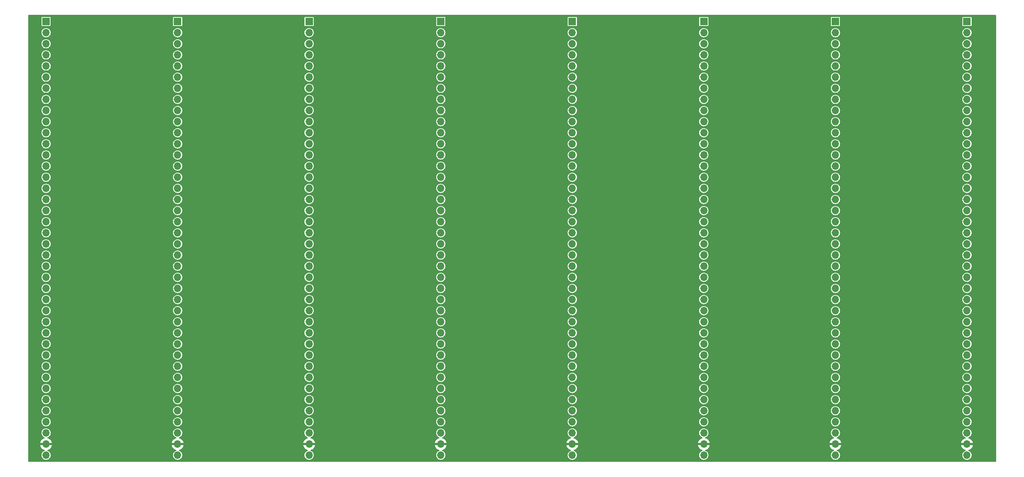
<source format=gbl>
%TF.GenerationSoftware,KiCad,Pcbnew,7.0.1*%
%TF.CreationDate,2024-02-11T09:16:21+00:00*%
%TF.ProjectId,Sys09Backplane,53797330-3942-4616-936b-706c616e652e,rev?*%
%TF.SameCoordinates,Original*%
%TF.FileFunction,Copper,L2,Bot*%
%TF.FilePolarity,Positive*%
%FSLAX46Y46*%
G04 Gerber Fmt 4.6, Leading zero omitted, Abs format (unit mm)*
G04 Created by KiCad (PCBNEW 7.0.1) date 2024-02-11 09:16:21*
%MOMM*%
%LPD*%
G01*
G04 APERTURE LIST*
%TA.AperFunction,ComponentPad*%
%ADD10R,1.700000X1.700000*%
%TD*%
%TA.AperFunction,ComponentPad*%
%ADD11O,1.700000X1.700000*%
%TD*%
G04 APERTURE END LIST*
D10*
%TO.P,J3,1,Pin_1*%
%TO.N,/A15*%
X90000000Y-31475000D03*
D11*
%TO.P,J3,2,Pin_2*%
%TO.N,/A14*%
X90000000Y-34015000D03*
%TO.P,J3,3,Pin_3*%
%TO.N,/A13*%
X90000000Y-36555000D03*
%TO.P,J3,4,Pin_4*%
%TO.N,/A12*%
X90000000Y-39095000D03*
%TO.P,J3,5,Pin_5*%
%TO.N,/A11*%
X90000000Y-41635000D03*
%TO.P,J3,6,Pin_6*%
%TO.N,/A10*%
X90000000Y-44175000D03*
%TO.P,J3,7,Pin_7*%
%TO.N,/A9*%
X90000000Y-46715000D03*
%TO.P,J3,8,Pin_8*%
%TO.N,/A8*%
X90000000Y-49255000D03*
%TO.P,J3,9,Pin_9*%
%TO.N,/A7*%
X90000000Y-51795000D03*
%TO.P,J3,10,Pin_10*%
%TO.N,/A6*%
X90000000Y-54335000D03*
%TO.P,J3,11,Pin_11*%
%TO.N,/A5*%
X90000000Y-56875000D03*
%TO.P,J3,12,Pin_12*%
%TO.N,/A4*%
X90000000Y-59415000D03*
%TO.P,J3,13,Pin_13*%
%TO.N,/A3*%
X90000000Y-61955000D03*
%TO.P,J3,14,Pin_14*%
%TO.N,/A2*%
X90000000Y-64495000D03*
%TO.P,J3,15,Pin_15*%
%TO.N,/A1*%
X90000000Y-67035000D03*
%TO.P,J3,16,Pin_16*%
%TO.N,/A0*%
X90000000Y-69575000D03*
%TO.P,J3,17,Pin_17*%
%TO.N,unconnected-(J3-Pin_17-Pad17)*%
X90000000Y-72115000D03*
%TO.P,J3,18,Pin_18*%
%TO.N,unconnected-(J3-Pin_18-Pad18)*%
X90000000Y-74655000D03*
%TO.P,J3,19,Pin_19*%
%TO.N,/~{RST}*%
X90000000Y-77195000D03*
%TO.P,J3,20,Pin_20*%
%TO.N,/E*%
X90000000Y-79735000D03*
%TO.P,J3,21,Pin_21*%
%TO.N,/RW*%
X90000000Y-82275000D03*
%TO.P,J3,22,Pin_22*%
%TO.N,/~{IOEN}*%
X90000000Y-84815000D03*
%TO.P,J3,23,Pin_23*%
%TO.N,/~{RMEM}*%
X90000000Y-87355000D03*
%TO.P,J3,24,Pin_24*%
%TO.N,/~{ROMEN}*%
X90000000Y-89895000D03*
%TO.P,J3,25,Pin_25*%
%TO.N,/~{WMEM}*%
X90000000Y-92435000D03*
%TO.P,J3,26,Pin_26*%
%TO.N,/~{IRQ}*%
X90000000Y-94975000D03*
%TO.P,J3,27,Pin_27*%
%TO.N,unconnected-(J3-Pin_27-Pad27)*%
X90000000Y-97515000D03*
%TO.P,J3,28,Pin_28*%
%TO.N,unconnected-(J3-Pin_28-Pad28)*%
X90000000Y-100055000D03*
%TO.P,J3,29,Pin_29*%
%TO.N,/DA7*%
X90000000Y-102595000D03*
%TO.P,J3,30,Pin_30*%
%TO.N,/DA6*%
X90000000Y-105135000D03*
%TO.P,J3,31,Pin_31*%
%TO.N,/DA5*%
X90000000Y-107675000D03*
%TO.P,J3,32,Pin_32*%
%TO.N,/DA4*%
X90000000Y-110215000D03*
%TO.P,J3,33,Pin_33*%
%TO.N,/DA3*%
X90000000Y-112755000D03*
%TO.P,J3,34,Pin_34*%
%TO.N,/DA2*%
X90000000Y-115295000D03*
%TO.P,J3,35,Pin_35*%
%TO.N,/DA1*%
X90000000Y-117835000D03*
%TO.P,J3,36,Pin_36*%
%TO.N,/DA0*%
X90000000Y-120375000D03*
%TO.P,J3,37,Pin_37*%
%TO.N,unconnected-(J3-Pin_37-Pad37)*%
X90000000Y-122915000D03*
%TO.P,J3,38,Pin_38*%
%TO.N,unconnected-(J3-Pin_38-Pad38)*%
X90000000Y-125455000D03*
%TO.P,J3,39,Pin_39*%
%TO.N,GND*%
X90000000Y-127995000D03*
%TO.P,J3,40,Pin_40*%
%TO.N,+5V*%
X90000000Y-130535000D03*
%TD*%
D10*
%TO.P,J7,1,Pin_1*%
%TO.N,/A15*%
X210000000Y-31475000D03*
D11*
%TO.P,J7,2,Pin_2*%
%TO.N,/A14*%
X210000000Y-34015000D03*
%TO.P,J7,3,Pin_3*%
%TO.N,/A13*%
X210000000Y-36555000D03*
%TO.P,J7,4,Pin_4*%
%TO.N,/A12*%
X210000000Y-39095000D03*
%TO.P,J7,5,Pin_5*%
%TO.N,/A11*%
X210000000Y-41635000D03*
%TO.P,J7,6,Pin_6*%
%TO.N,/A10*%
X210000000Y-44175000D03*
%TO.P,J7,7,Pin_7*%
%TO.N,/A9*%
X210000000Y-46715000D03*
%TO.P,J7,8,Pin_8*%
%TO.N,/A8*%
X210000000Y-49255000D03*
%TO.P,J7,9,Pin_9*%
%TO.N,/A7*%
X210000000Y-51795000D03*
%TO.P,J7,10,Pin_10*%
%TO.N,/A6*%
X210000000Y-54335000D03*
%TO.P,J7,11,Pin_11*%
%TO.N,/A5*%
X210000000Y-56875000D03*
%TO.P,J7,12,Pin_12*%
%TO.N,/A4*%
X210000000Y-59415000D03*
%TO.P,J7,13,Pin_13*%
%TO.N,/A3*%
X210000000Y-61955000D03*
%TO.P,J7,14,Pin_14*%
%TO.N,/A2*%
X210000000Y-64495000D03*
%TO.P,J7,15,Pin_15*%
%TO.N,/A1*%
X210000000Y-67035000D03*
%TO.P,J7,16,Pin_16*%
%TO.N,/A0*%
X210000000Y-69575000D03*
%TO.P,J7,17,Pin_17*%
%TO.N,unconnected-(J7-Pin_17-Pad17)*%
X210000000Y-72115000D03*
%TO.P,J7,18,Pin_18*%
%TO.N,unconnected-(J7-Pin_18-Pad18)*%
X210000000Y-74655000D03*
%TO.P,J7,19,Pin_19*%
%TO.N,/~{RST}*%
X210000000Y-77195000D03*
%TO.P,J7,20,Pin_20*%
%TO.N,/E*%
X210000000Y-79735000D03*
%TO.P,J7,21,Pin_21*%
%TO.N,/RW*%
X210000000Y-82275000D03*
%TO.P,J7,22,Pin_22*%
%TO.N,/~{IOEN}*%
X210000000Y-84815000D03*
%TO.P,J7,23,Pin_23*%
%TO.N,/~{RMEM}*%
X210000000Y-87355000D03*
%TO.P,J7,24,Pin_24*%
%TO.N,/~{ROMEN}*%
X210000000Y-89895000D03*
%TO.P,J7,25,Pin_25*%
%TO.N,/~{WMEM}*%
X210000000Y-92435000D03*
%TO.P,J7,26,Pin_26*%
%TO.N,/~{IRQ}*%
X210000000Y-94975000D03*
%TO.P,J7,27,Pin_27*%
%TO.N,unconnected-(J7-Pin_27-Pad27)*%
X210000000Y-97515000D03*
%TO.P,J7,28,Pin_28*%
%TO.N,unconnected-(J7-Pin_28-Pad28)*%
X210000000Y-100055000D03*
%TO.P,J7,29,Pin_29*%
%TO.N,/DA7*%
X210000000Y-102595000D03*
%TO.P,J7,30,Pin_30*%
%TO.N,/DA6*%
X210000000Y-105135000D03*
%TO.P,J7,31,Pin_31*%
%TO.N,/DA5*%
X210000000Y-107675000D03*
%TO.P,J7,32,Pin_32*%
%TO.N,/DA4*%
X210000000Y-110215000D03*
%TO.P,J7,33,Pin_33*%
%TO.N,/DA3*%
X210000000Y-112755000D03*
%TO.P,J7,34,Pin_34*%
%TO.N,/DA2*%
X210000000Y-115295000D03*
%TO.P,J7,35,Pin_35*%
%TO.N,/DA1*%
X210000000Y-117835000D03*
%TO.P,J7,36,Pin_36*%
%TO.N,/DA0*%
X210000000Y-120375000D03*
%TO.P,J7,37,Pin_37*%
%TO.N,unconnected-(J7-Pin_37-Pad37)*%
X210000000Y-122915000D03*
%TO.P,J7,38,Pin_38*%
%TO.N,unconnected-(J7-Pin_38-Pad38)*%
X210000000Y-125455000D03*
%TO.P,J7,39,Pin_39*%
%TO.N,GND*%
X210000000Y-127995000D03*
%TO.P,J7,40,Pin_40*%
%TO.N,+5V*%
X210000000Y-130535000D03*
%TD*%
D10*
%TO.P,J2,1,Pin_1*%
%TO.N,/A15*%
X60000000Y-31475000D03*
D11*
%TO.P,J2,2,Pin_2*%
%TO.N,/A14*%
X60000000Y-34015000D03*
%TO.P,J2,3,Pin_3*%
%TO.N,/A13*%
X60000000Y-36555000D03*
%TO.P,J2,4,Pin_4*%
%TO.N,/A12*%
X60000000Y-39095000D03*
%TO.P,J2,5,Pin_5*%
%TO.N,/A11*%
X60000000Y-41635000D03*
%TO.P,J2,6,Pin_6*%
%TO.N,/A10*%
X60000000Y-44175000D03*
%TO.P,J2,7,Pin_7*%
%TO.N,/A9*%
X60000000Y-46715000D03*
%TO.P,J2,8,Pin_8*%
%TO.N,/A8*%
X60000000Y-49255000D03*
%TO.P,J2,9,Pin_9*%
%TO.N,/A7*%
X60000000Y-51795000D03*
%TO.P,J2,10,Pin_10*%
%TO.N,/A6*%
X60000000Y-54335000D03*
%TO.P,J2,11,Pin_11*%
%TO.N,/A5*%
X60000000Y-56875000D03*
%TO.P,J2,12,Pin_12*%
%TO.N,/A4*%
X60000000Y-59415000D03*
%TO.P,J2,13,Pin_13*%
%TO.N,/A3*%
X60000000Y-61955000D03*
%TO.P,J2,14,Pin_14*%
%TO.N,/A2*%
X60000000Y-64495000D03*
%TO.P,J2,15,Pin_15*%
%TO.N,/A1*%
X60000000Y-67035000D03*
%TO.P,J2,16,Pin_16*%
%TO.N,/A0*%
X60000000Y-69575000D03*
%TO.P,J2,17,Pin_17*%
%TO.N,unconnected-(J2-Pin_17-Pad17)*%
X60000000Y-72115000D03*
%TO.P,J2,18,Pin_18*%
%TO.N,unconnected-(J2-Pin_18-Pad18)*%
X60000000Y-74655000D03*
%TO.P,J2,19,Pin_19*%
%TO.N,/~{RST}*%
X60000000Y-77195000D03*
%TO.P,J2,20,Pin_20*%
%TO.N,/E*%
X60000000Y-79735000D03*
%TO.P,J2,21,Pin_21*%
%TO.N,/RW*%
X60000000Y-82275000D03*
%TO.P,J2,22,Pin_22*%
%TO.N,/~{IOEN}*%
X60000000Y-84815000D03*
%TO.P,J2,23,Pin_23*%
%TO.N,/~{RMEM}*%
X60000000Y-87355000D03*
%TO.P,J2,24,Pin_24*%
%TO.N,/~{ROMEN}*%
X60000000Y-89895000D03*
%TO.P,J2,25,Pin_25*%
%TO.N,/~{WMEM}*%
X60000000Y-92435000D03*
%TO.P,J2,26,Pin_26*%
%TO.N,/~{IRQ}*%
X60000000Y-94975000D03*
%TO.P,J2,27,Pin_27*%
%TO.N,unconnected-(J2-Pin_27-Pad27)*%
X60000000Y-97515000D03*
%TO.P,J2,28,Pin_28*%
%TO.N,unconnected-(J2-Pin_28-Pad28)*%
X60000000Y-100055000D03*
%TO.P,J2,29,Pin_29*%
%TO.N,/DA7*%
X60000000Y-102595000D03*
%TO.P,J2,30,Pin_30*%
%TO.N,/DA6*%
X60000000Y-105135000D03*
%TO.P,J2,31,Pin_31*%
%TO.N,/DA5*%
X60000000Y-107675000D03*
%TO.P,J2,32,Pin_32*%
%TO.N,/DA4*%
X60000000Y-110215000D03*
%TO.P,J2,33,Pin_33*%
%TO.N,/DA3*%
X60000000Y-112755000D03*
%TO.P,J2,34,Pin_34*%
%TO.N,/DA2*%
X60000000Y-115295000D03*
%TO.P,J2,35,Pin_35*%
%TO.N,/DA1*%
X60000000Y-117835000D03*
%TO.P,J2,36,Pin_36*%
%TO.N,/DA0*%
X60000000Y-120375000D03*
%TO.P,J2,37,Pin_37*%
%TO.N,unconnected-(J2-Pin_37-Pad37)*%
X60000000Y-122915000D03*
%TO.P,J2,38,Pin_38*%
%TO.N,unconnected-(J2-Pin_38-Pad38)*%
X60000000Y-125455000D03*
%TO.P,J2,39,Pin_39*%
%TO.N,GND*%
X60000000Y-127995000D03*
%TO.P,J2,40,Pin_40*%
%TO.N,+5V*%
X60000000Y-130535000D03*
%TD*%
D10*
%TO.P,J4,1,Pin_1*%
%TO.N,/A15*%
X120000000Y-31475000D03*
D11*
%TO.P,J4,2,Pin_2*%
%TO.N,/A14*%
X120000000Y-34015000D03*
%TO.P,J4,3,Pin_3*%
%TO.N,/A13*%
X120000000Y-36555000D03*
%TO.P,J4,4,Pin_4*%
%TO.N,/A12*%
X120000000Y-39095000D03*
%TO.P,J4,5,Pin_5*%
%TO.N,/A11*%
X120000000Y-41635000D03*
%TO.P,J4,6,Pin_6*%
%TO.N,/A10*%
X120000000Y-44175000D03*
%TO.P,J4,7,Pin_7*%
%TO.N,/A9*%
X120000000Y-46715000D03*
%TO.P,J4,8,Pin_8*%
%TO.N,/A8*%
X120000000Y-49255000D03*
%TO.P,J4,9,Pin_9*%
%TO.N,/A7*%
X120000000Y-51795000D03*
%TO.P,J4,10,Pin_10*%
%TO.N,/A6*%
X120000000Y-54335000D03*
%TO.P,J4,11,Pin_11*%
%TO.N,/A5*%
X120000000Y-56875000D03*
%TO.P,J4,12,Pin_12*%
%TO.N,/A4*%
X120000000Y-59415000D03*
%TO.P,J4,13,Pin_13*%
%TO.N,/A3*%
X120000000Y-61955000D03*
%TO.P,J4,14,Pin_14*%
%TO.N,/A2*%
X120000000Y-64495000D03*
%TO.P,J4,15,Pin_15*%
%TO.N,/A1*%
X120000000Y-67035000D03*
%TO.P,J4,16,Pin_16*%
%TO.N,/A0*%
X120000000Y-69575000D03*
%TO.P,J4,17,Pin_17*%
%TO.N,unconnected-(J4-Pin_17-Pad17)*%
X120000000Y-72115000D03*
%TO.P,J4,18,Pin_18*%
%TO.N,unconnected-(J4-Pin_18-Pad18)*%
X120000000Y-74655000D03*
%TO.P,J4,19,Pin_19*%
%TO.N,/~{RST}*%
X120000000Y-77195000D03*
%TO.P,J4,20,Pin_20*%
%TO.N,/E*%
X120000000Y-79735000D03*
%TO.P,J4,21,Pin_21*%
%TO.N,/RW*%
X120000000Y-82275000D03*
%TO.P,J4,22,Pin_22*%
%TO.N,/~{IOEN}*%
X120000000Y-84815000D03*
%TO.P,J4,23,Pin_23*%
%TO.N,/~{RMEM}*%
X120000000Y-87355000D03*
%TO.P,J4,24,Pin_24*%
%TO.N,/~{ROMEN}*%
X120000000Y-89895000D03*
%TO.P,J4,25,Pin_25*%
%TO.N,/~{WMEM}*%
X120000000Y-92435000D03*
%TO.P,J4,26,Pin_26*%
%TO.N,/~{IRQ}*%
X120000000Y-94975000D03*
%TO.P,J4,27,Pin_27*%
%TO.N,unconnected-(J4-Pin_27-Pad27)*%
X120000000Y-97515000D03*
%TO.P,J4,28,Pin_28*%
%TO.N,unconnected-(J4-Pin_28-Pad28)*%
X120000000Y-100055000D03*
%TO.P,J4,29,Pin_29*%
%TO.N,/DA7*%
X120000000Y-102595000D03*
%TO.P,J4,30,Pin_30*%
%TO.N,/DA6*%
X120000000Y-105135000D03*
%TO.P,J4,31,Pin_31*%
%TO.N,/DA5*%
X120000000Y-107675000D03*
%TO.P,J4,32,Pin_32*%
%TO.N,/DA4*%
X120000000Y-110215000D03*
%TO.P,J4,33,Pin_33*%
%TO.N,/DA3*%
X120000000Y-112755000D03*
%TO.P,J4,34,Pin_34*%
%TO.N,/DA2*%
X120000000Y-115295000D03*
%TO.P,J4,35,Pin_35*%
%TO.N,/DA1*%
X120000000Y-117835000D03*
%TO.P,J4,36,Pin_36*%
%TO.N,/DA0*%
X120000000Y-120375000D03*
%TO.P,J4,37,Pin_37*%
%TO.N,unconnected-(J4-Pin_37-Pad37)*%
X120000000Y-122915000D03*
%TO.P,J4,38,Pin_38*%
%TO.N,unconnected-(J4-Pin_38-Pad38)*%
X120000000Y-125455000D03*
%TO.P,J4,39,Pin_39*%
%TO.N,GND*%
X120000000Y-127995000D03*
%TO.P,J4,40,Pin_40*%
%TO.N,+5V*%
X120000000Y-130535000D03*
%TD*%
D10*
%TO.P,J5,1,Pin_1*%
%TO.N,/A15*%
X150000000Y-31475000D03*
D11*
%TO.P,J5,2,Pin_2*%
%TO.N,/A14*%
X150000000Y-34015000D03*
%TO.P,J5,3,Pin_3*%
%TO.N,/A13*%
X150000000Y-36555000D03*
%TO.P,J5,4,Pin_4*%
%TO.N,/A12*%
X150000000Y-39095000D03*
%TO.P,J5,5,Pin_5*%
%TO.N,/A11*%
X150000000Y-41635000D03*
%TO.P,J5,6,Pin_6*%
%TO.N,/A10*%
X150000000Y-44175000D03*
%TO.P,J5,7,Pin_7*%
%TO.N,/A9*%
X150000000Y-46715000D03*
%TO.P,J5,8,Pin_8*%
%TO.N,/A8*%
X150000000Y-49255000D03*
%TO.P,J5,9,Pin_9*%
%TO.N,/A7*%
X150000000Y-51795000D03*
%TO.P,J5,10,Pin_10*%
%TO.N,/A6*%
X150000000Y-54335000D03*
%TO.P,J5,11,Pin_11*%
%TO.N,/A5*%
X150000000Y-56875000D03*
%TO.P,J5,12,Pin_12*%
%TO.N,/A4*%
X150000000Y-59415000D03*
%TO.P,J5,13,Pin_13*%
%TO.N,/A3*%
X150000000Y-61955000D03*
%TO.P,J5,14,Pin_14*%
%TO.N,/A2*%
X150000000Y-64495000D03*
%TO.P,J5,15,Pin_15*%
%TO.N,/A1*%
X150000000Y-67035000D03*
%TO.P,J5,16,Pin_16*%
%TO.N,/A0*%
X150000000Y-69575000D03*
%TO.P,J5,17,Pin_17*%
%TO.N,unconnected-(J5-Pin_17-Pad17)*%
X150000000Y-72115000D03*
%TO.P,J5,18,Pin_18*%
%TO.N,unconnected-(J5-Pin_18-Pad18)*%
X150000000Y-74655000D03*
%TO.P,J5,19,Pin_19*%
%TO.N,/~{RST}*%
X150000000Y-77195000D03*
%TO.P,J5,20,Pin_20*%
%TO.N,/E*%
X150000000Y-79735000D03*
%TO.P,J5,21,Pin_21*%
%TO.N,/RW*%
X150000000Y-82275000D03*
%TO.P,J5,22,Pin_22*%
%TO.N,/~{IOEN}*%
X150000000Y-84815000D03*
%TO.P,J5,23,Pin_23*%
%TO.N,/~{RMEM}*%
X150000000Y-87355000D03*
%TO.P,J5,24,Pin_24*%
%TO.N,/~{ROMEN}*%
X150000000Y-89895000D03*
%TO.P,J5,25,Pin_25*%
%TO.N,/~{WMEM}*%
X150000000Y-92435000D03*
%TO.P,J5,26,Pin_26*%
%TO.N,/~{IRQ}*%
X150000000Y-94975000D03*
%TO.P,J5,27,Pin_27*%
%TO.N,unconnected-(J5-Pin_27-Pad27)*%
X150000000Y-97515000D03*
%TO.P,J5,28,Pin_28*%
%TO.N,unconnected-(J5-Pin_28-Pad28)*%
X150000000Y-100055000D03*
%TO.P,J5,29,Pin_29*%
%TO.N,/DA7*%
X150000000Y-102595000D03*
%TO.P,J5,30,Pin_30*%
%TO.N,/DA6*%
X150000000Y-105135000D03*
%TO.P,J5,31,Pin_31*%
%TO.N,/DA5*%
X150000000Y-107675000D03*
%TO.P,J5,32,Pin_32*%
%TO.N,/DA4*%
X150000000Y-110215000D03*
%TO.P,J5,33,Pin_33*%
%TO.N,/DA3*%
X150000000Y-112755000D03*
%TO.P,J5,34,Pin_34*%
%TO.N,/DA2*%
X150000000Y-115295000D03*
%TO.P,J5,35,Pin_35*%
%TO.N,/DA1*%
X150000000Y-117835000D03*
%TO.P,J5,36,Pin_36*%
%TO.N,/DA0*%
X150000000Y-120375000D03*
%TO.P,J5,37,Pin_37*%
%TO.N,unconnected-(J5-Pin_37-Pad37)*%
X150000000Y-122915000D03*
%TO.P,J5,38,Pin_38*%
%TO.N,unconnected-(J5-Pin_38-Pad38)*%
X150000000Y-125455000D03*
%TO.P,J5,39,Pin_39*%
%TO.N,GND*%
X150000000Y-127995000D03*
%TO.P,J5,40,Pin_40*%
%TO.N,+5V*%
X150000000Y-130535000D03*
%TD*%
D10*
%TO.P,J1,1,Pin_1*%
%TO.N,/A15*%
X30000000Y-31475000D03*
D11*
%TO.P,J1,2,Pin_2*%
%TO.N,/A14*%
X30000000Y-34015000D03*
%TO.P,J1,3,Pin_3*%
%TO.N,/A13*%
X30000000Y-36555000D03*
%TO.P,J1,4,Pin_4*%
%TO.N,/A12*%
X30000000Y-39095000D03*
%TO.P,J1,5,Pin_5*%
%TO.N,/A11*%
X30000000Y-41635000D03*
%TO.P,J1,6,Pin_6*%
%TO.N,/A10*%
X30000000Y-44175000D03*
%TO.P,J1,7,Pin_7*%
%TO.N,/A9*%
X30000000Y-46715000D03*
%TO.P,J1,8,Pin_8*%
%TO.N,/A8*%
X30000000Y-49255000D03*
%TO.P,J1,9,Pin_9*%
%TO.N,/A7*%
X30000000Y-51795000D03*
%TO.P,J1,10,Pin_10*%
%TO.N,/A6*%
X30000000Y-54335000D03*
%TO.P,J1,11,Pin_11*%
%TO.N,/A5*%
X30000000Y-56875000D03*
%TO.P,J1,12,Pin_12*%
%TO.N,/A4*%
X30000000Y-59415000D03*
%TO.P,J1,13,Pin_13*%
%TO.N,/A3*%
X30000000Y-61955000D03*
%TO.P,J1,14,Pin_14*%
%TO.N,/A2*%
X30000000Y-64495000D03*
%TO.P,J1,15,Pin_15*%
%TO.N,/A1*%
X30000000Y-67035000D03*
%TO.P,J1,16,Pin_16*%
%TO.N,/A0*%
X30000000Y-69575000D03*
%TO.P,J1,17,Pin_17*%
%TO.N,unconnected-(J1-Pin_17-Pad17)*%
X30000000Y-72115000D03*
%TO.P,J1,18,Pin_18*%
%TO.N,unconnected-(J1-Pin_18-Pad18)*%
X30000000Y-74655000D03*
%TO.P,J1,19,Pin_19*%
%TO.N,/~{RST}*%
X30000000Y-77195000D03*
%TO.P,J1,20,Pin_20*%
%TO.N,/E*%
X30000000Y-79735000D03*
%TO.P,J1,21,Pin_21*%
%TO.N,/RW*%
X30000000Y-82275000D03*
%TO.P,J1,22,Pin_22*%
%TO.N,/~{IOEN}*%
X30000000Y-84815000D03*
%TO.P,J1,23,Pin_23*%
%TO.N,/~{RMEM}*%
X30000000Y-87355000D03*
%TO.P,J1,24,Pin_24*%
%TO.N,/~{ROMEN}*%
X30000000Y-89895000D03*
%TO.P,J1,25,Pin_25*%
%TO.N,/~{WMEM}*%
X30000000Y-92435000D03*
%TO.P,J1,26,Pin_26*%
%TO.N,/~{IRQ}*%
X30000000Y-94975000D03*
%TO.P,J1,27,Pin_27*%
%TO.N,unconnected-(J1-Pin_27-Pad27)*%
X30000000Y-97515000D03*
%TO.P,J1,28,Pin_28*%
%TO.N,unconnected-(J1-Pin_28-Pad28)*%
X30000000Y-100055000D03*
%TO.P,J1,29,Pin_29*%
%TO.N,/DA7*%
X30000000Y-102595000D03*
%TO.P,J1,30,Pin_30*%
%TO.N,/DA6*%
X30000000Y-105135000D03*
%TO.P,J1,31,Pin_31*%
%TO.N,/DA5*%
X30000000Y-107675000D03*
%TO.P,J1,32,Pin_32*%
%TO.N,/DA4*%
X30000000Y-110215000D03*
%TO.P,J1,33,Pin_33*%
%TO.N,/DA3*%
X30000000Y-112755000D03*
%TO.P,J1,34,Pin_34*%
%TO.N,/DA2*%
X30000000Y-115295000D03*
%TO.P,J1,35,Pin_35*%
%TO.N,/DA1*%
X30000000Y-117835000D03*
%TO.P,J1,36,Pin_36*%
%TO.N,/DA0*%
X30000000Y-120375000D03*
%TO.P,J1,37,Pin_37*%
%TO.N,unconnected-(J1-Pin_37-Pad37)*%
X30000000Y-122915000D03*
%TO.P,J1,38,Pin_38*%
%TO.N,unconnected-(J1-Pin_38-Pad38)*%
X30000000Y-125455000D03*
%TO.P,J1,39,Pin_39*%
%TO.N,GND*%
X30000000Y-127995000D03*
%TO.P,J1,40,Pin_40*%
%TO.N,+5V*%
X30000000Y-130535000D03*
%TD*%
D10*
%TO.P,J8,1,Pin_1*%
%TO.N,/A15*%
X240000000Y-31475000D03*
D11*
%TO.P,J8,2,Pin_2*%
%TO.N,/A14*%
X240000000Y-34015000D03*
%TO.P,J8,3,Pin_3*%
%TO.N,/A13*%
X240000000Y-36555000D03*
%TO.P,J8,4,Pin_4*%
%TO.N,/A12*%
X240000000Y-39095000D03*
%TO.P,J8,5,Pin_5*%
%TO.N,/A11*%
X240000000Y-41635000D03*
%TO.P,J8,6,Pin_6*%
%TO.N,/A10*%
X240000000Y-44175000D03*
%TO.P,J8,7,Pin_7*%
%TO.N,/A9*%
X240000000Y-46715000D03*
%TO.P,J8,8,Pin_8*%
%TO.N,/A8*%
X240000000Y-49255000D03*
%TO.P,J8,9,Pin_9*%
%TO.N,/A7*%
X240000000Y-51795000D03*
%TO.P,J8,10,Pin_10*%
%TO.N,/A6*%
X240000000Y-54335000D03*
%TO.P,J8,11,Pin_11*%
%TO.N,/A5*%
X240000000Y-56875000D03*
%TO.P,J8,12,Pin_12*%
%TO.N,/A4*%
X240000000Y-59415000D03*
%TO.P,J8,13,Pin_13*%
%TO.N,/A3*%
X240000000Y-61955000D03*
%TO.P,J8,14,Pin_14*%
%TO.N,/A2*%
X240000000Y-64495000D03*
%TO.P,J8,15,Pin_15*%
%TO.N,/A1*%
X240000000Y-67035000D03*
%TO.P,J8,16,Pin_16*%
%TO.N,/A0*%
X240000000Y-69575000D03*
%TO.P,J8,17,Pin_17*%
%TO.N,unconnected-(J8-Pin_17-Pad17)*%
X240000000Y-72115000D03*
%TO.P,J8,18,Pin_18*%
%TO.N,unconnected-(J8-Pin_18-Pad18)*%
X240000000Y-74655000D03*
%TO.P,J8,19,Pin_19*%
%TO.N,/~{RST}*%
X240000000Y-77195000D03*
%TO.P,J8,20,Pin_20*%
%TO.N,/E*%
X240000000Y-79735000D03*
%TO.P,J8,21,Pin_21*%
%TO.N,/RW*%
X240000000Y-82275000D03*
%TO.P,J8,22,Pin_22*%
%TO.N,/~{IOEN}*%
X240000000Y-84815000D03*
%TO.P,J8,23,Pin_23*%
%TO.N,/~{RMEM}*%
X240000000Y-87355000D03*
%TO.P,J8,24,Pin_24*%
%TO.N,/~{ROMEN}*%
X240000000Y-89895000D03*
%TO.P,J8,25,Pin_25*%
%TO.N,/~{WMEM}*%
X240000000Y-92435000D03*
%TO.P,J8,26,Pin_26*%
%TO.N,/~{IRQ}*%
X240000000Y-94975000D03*
%TO.P,J8,27,Pin_27*%
%TO.N,unconnected-(J8-Pin_27-Pad27)*%
X240000000Y-97515000D03*
%TO.P,J8,28,Pin_28*%
%TO.N,unconnected-(J8-Pin_28-Pad28)*%
X240000000Y-100055000D03*
%TO.P,J8,29,Pin_29*%
%TO.N,/DA7*%
X240000000Y-102595000D03*
%TO.P,J8,30,Pin_30*%
%TO.N,/DA6*%
X240000000Y-105135000D03*
%TO.P,J8,31,Pin_31*%
%TO.N,/DA5*%
X240000000Y-107675000D03*
%TO.P,J8,32,Pin_32*%
%TO.N,/DA4*%
X240000000Y-110215000D03*
%TO.P,J8,33,Pin_33*%
%TO.N,/DA3*%
X240000000Y-112755000D03*
%TO.P,J8,34,Pin_34*%
%TO.N,/DA2*%
X240000000Y-115295000D03*
%TO.P,J8,35,Pin_35*%
%TO.N,/DA1*%
X240000000Y-117835000D03*
%TO.P,J8,36,Pin_36*%
%TO.N,/DA0*%
X240000000Y-120375000D03*
%TO.P,J8,37,Pin_37*%
%TO.N,unconnected-(J8-Pin_37-Pad37)*%
X240000000Y-122915000D03*
%TO.P,J8,38,Pin_38*%
%TO.N,unconnected-(J8-Pin_38-Pad38)*%
X240000000Y-125455000D03*
%TO.P,J8,39,Pin_39*%
%TO.N,GND*%
X240000000Y-127995000D03*
%TO.P,J8,40,Pin_40*%
%TO.N,+5V*%
X240000000Y-130535000D03*
%TD*%
D10*
%TO.P,J6,1,Pin_1*%
%TO.N,/A15*%
X180000000Y-31475000D03*
D11*
%TO.P,J6,2,Pin_2*%
%TO.N,/A14*%
X180000000Y-34015000D03*
%TO.P,J6,3,Pin_3*%
%TO.N,/A13*%
X180000000Y-36555000D03*
%TO.P,J6,4,Pin_4*%
%TO.N,/A12*%
X180000000Y-39095000D03*
%TO.P,J6,5,Pin_5*%
%TO.N,/A11*%
X180000000Y-41635000D03*
%TO.P,J6,6,Pin_6*%
%TO.N,/A10*%
X180000000Y-44175000D03*
%TO.P,J6,7,Pin_7*%
%TO.N,/A9*%
X180000000Y-46715000D03*
%TO.P,J6,8,Pin_8*%
%TO.N,/A8*%
X180000000Y-49255000D03*
%TO.P,J6,9,Pin_9*%
%TO.N,/A7*%
X180000000Y-51795000D03*
%TO.P,J6,10,Pin_10*%
%TO.N,/A6*%
X180000000Y-54335000D03*
%TO.P,J6,11,Pin_11*%
%TO.N,/A5*%
X180000000Y-56875000D03*
%TO.P,J6,12,Pin_12*%
%TO.N,/A4*%
X180000000Y-59415000D03*
%TO.P,J6,13,Pin_13*%
%TO.N,/A3*%
X180000000Y-61955000D03*
%TO.P,J6,14,Pin_14*%
%TO.N,/A2*%
X180000000Y-64495000D03*
%TO.P,J6,15,Pin_15*%
%TO.N,/A1*%
X180000000Y-67035000D03*
%TO.P,J6,16,Pin_16*%
%TO.N,/A0*%
X180000000Y-69575000D03*
%TO.P,J6,17,Pin_17*%
%TO.N,unconnected-(J6-Pin_17-Pad17)*%
X180000000Y-72115000D03*
%TO.P,J6,18,Pin_18*%
%TO.N,unconnected-(J6-Pin_18-Pad18)*%
X180000000Y-74655000D03*
%TO.P,J6,19,Pin_19*%
%TO.N,/~{RST}*%
X180000000Y-77195000D03*
%TO.P,J6,20,Pin_20*%
%TO.N,/E*%
X180000000Y-79735000D03*
%TO.P,J6,21,Pin_21*%
%TO.N,/RW*%
X180000000Y-82275000D03*
%TO.P,J6,22,Pin_22*%
%TO.N,/~{IOEN}*%
X180000000Y-84815000D03*
%TO.P,J6,23,Pin_23*%
%TO.N,/~{RMEM}*%
X180000000Y-87355000D03*
%TO.P,J6,24,Pin_24*%
%TO.N,/~{ROMEN}*%
X180000000Y-89895000D03*
%TO.P,J6,25,Pin_25*%
%TO.N,/~{WMEM}*%
X180000000Y-92435000D03*
%TO.P,J6,26,Pin_26*%
%TO.N,/~{IRQ}*%
X180000000Y-94975000D03*
%TO.P,J6,27,Pin_27*%
%TO.N,unconnected-(J6-Pin_27-Pad27)*%
X180000000Y-97515000D03*
%TO.P,J6,28,Pin_28*%
%TO.N,unconnected-(J6-Pin_28-Pad28)*%
X180000000Y-100055000D03*
%TO.P,J6,29,Pin_29*%
%TO.N,/DA7*%
X180000000Y-102595000D03*
%TO.P,J6,30,Pin_30*%
%TO.N,/DA6*%
X180000000Y-105135000D03*
%TO.P,J6,31,Pin_31*%
%TO.N,/DA5*%
X180000000Y-107675000D03*
%TO.P,J6,32,Pin_32*%
%TO.N,/DA4*%
X180000000Y-110215000D03*
%TO.P,J6,33,Pin_33*%
%TO.N,/DA3*%
X180000000Y-112755000D03*
%TO.P,J6,34,Pin_34*%
%TO.N,/DA2*%
X180000000Y-115295000D03*
%TO.P,J6,35,Pin_35*%
%TO.N,/DA1*%
X180000000Y-117835000D03*
%TO.P,J6,36,Pin_36*%
%TO.N,/DA0*%
X180000000Y-120375000D03*
%TO.P,J6,37,Pin_37*%
%TO.N,unconnected-(J6-Pin_37-Pad37)*%
X180000000Y-122915000D03*
%TO.P,J6,38,Pin_38*%
%TO.N,unconnected-(J6-Pin_38-Pad38)*%
X180000000Y-125455000D03*
%TO.P,J6,39,Pin_39*%
%TO.N,GND*%
X180000000Y-127995000D03*
%TO.P,J6,40,Pin_40*%
%TO.N,+5V*%
X180000000Y-130535000D03*
%TD*%
%TA.AperFunction,Conductor*%
%TO.N,GND*%
G36*
X246571000Y-29988881D02*
G01*
X246617119Y-30035000D01*
X246634000Y-30098000D01*
X246634000Y-131954000D01*
X246617119Y-132017000D01*
X246571000Y-132063119D01*
X246508000Y-132080000D01*
X26034000Y-132080000D01*
X25971000Y-132063119D01*
X25924881Y-132017000D01*
X25908000Y-131954000D01*
X25908000Y-128249000D01*
X28663455Y-128249000D01*
X28711177Y-128437451D01*
X28801580Y-128643548D01*
X28924678Y-128831962D01*
X29077096Y-128997533D01*
X29254697Y-129135766D01*
X29452631Y-129242883D01*
X29641230Y-129307629D01*
X29693634Y-129342137D01*
X29722897Y-129397641D01*
X29721763Y-129460376D01*
X29690512Y-129514785D01*
X29636895Y-129547376D01*
X29596047Y-129559767D01*
X29413550Y-129657314D01*
X29253589Y-129788589D01*
X29122314Y-129948550D01*
X29024769Y-130131043D01*
X28964699Y-130329070D01*
X28944416Y-130535000D01*
X28964699Y-130740929D01*
X28964699Y-130740931D01*
X28964700Y-130740934D01*
X29024768Y-130938954D01*
X29024769Y-130938956D01*
X29122314Y-131121449D01*
X29253589Y-131281410D01*
X29413550Y-131412685D01*
X29596046Y-131510232D01*
X29794066Y-131570300D01*
X30000000Y-131590583D01*
X30205934Y-131570300D01*
X30403954Y-131510232D01*
X30586450Y-131412685D01*
X30746410Y-131281410D01*
X30877685Y-131121450D01*
X30975232Y-130938954D01*
X31035300Y-130740934D01*
X31055583Y-130535000D01*
X31035300Y-130329066D01*
X30975232Y-130131046D01*
X30877685Y-129948550D01*
X30877684Y-129948549D01*
X30746410Y-129788589D01*
X30586449Y-129657314D01*
X30403952Y-129559767D01*
X30363104Y-129547376D01*
X30309487Y-129514785D01*
X30278236Y-129460376D01*
X30277102Y-129397641D01*
X30306365Y-129342137D01*
X30358769Y-129307629D01*
X30547368Y-129242883D01*
X30745302Y-129135766D01*
X30922903Y-128997533D01*
X31075321Y-128831962D01*
X31198419Y-128643548D01*
X31288822Y-128437451D01*
X31336544Y-128249000D01*
X58663455Y-128249000D01*
X58711177Y-128437451D01*
X58801580Y-128643548D01*
X58924678Y-128831962D01*
X59077096Y-128997533D01*
X59254697Y-129135766D01*
X59452631Y-129242883D01*
X59641230Y-129307629D01*
X59693634Y-129342137D01*
X59722897Y-129397641D01*
X59721763Y-129460376D01*
X59690512Y-129514785D01*
X59636895Y-129547376D01*
X59596047Y-129559767D01*
X59413550Y-129657314D01*
X59253589Y-129788589D01*
X59122314Y-129948550D01*
X59024769Y-130131043D01*
X58964699Y-130329070D01*
X58944416Y-130535000D01*
X58964699Y-130740929D01*
X58964699Y-130740931D01*
X58964700Y-130740934D01*
X59024768Y-130938954D01*
X59024769Y-130938956D01*
X59122314Y-131121449D01*
X59253589Y-131281410D01*
X59413550Y-131412685D01*
X59596046Y-131510232D01*
X59794066Y-131570300D01*
X60000000Y-131590583D01*
X60205934Y-131570300D01*
X60403954Y-131510232D01*
X60586450Y-131412685D01*
X60746410Y-131281410D01*
X60877685Y-131121450D01*
X60975232Y-130938954D01*
X61035300Y-130740934D01*
X61055583Y-130535000D01*
X61035300Y-130329066D01*
X60975232Y-130131046D01*
X60877685Y-129948550D01*
X60877684Y-129948549D01*
X60746410Y-129788589D01*
X60586449Y-129657314D01*
X60403952Y-129559767D01*
X60363104Y-129547376D01*
X60309487Y-129514785D01*
X60278236Y-129460376D01*
X60277102Y-129397641D01*
X60306365Y-129342137D01*
X60358769Y-129307629D01*
X60547368Y-129242883D01*
X60745302Y-129135766D01*
X60922903Y-128997533D01*
X61075321Y-128831962D01*
X61198419Y-128643548D01*
X61288822Y-128437451D01*
X61336544Y-128249000D01*
X88663455Y-128249000D01*
X88711177Y-128437451D01*
X88801580Y-128643548D01*
X88924678Y-128831962D01*
X89077096Y-128997533D01*
X89254697Y-129135766D01*
X89452631Y-129242883D01*
X89641230Y-129307629D01*
X89693634Y-129342137D01*
X89722897Y-129397641D01*
X89721763Y-129460376D01*
X89690512Y-129514785D01*
X89636895Y-129547376D01*
X89596047Y-129559767D01*
X89413550Y-129657314D01*
X89253589Y-129788589D01*
X89122314Y-129948550D01*
X89024769Y-130131043D01*
X88964699Y-130329070D01*
X88944416Y-130535000D01*
X88964699Y-130740929D01*
X88964699Y-130740931D01*
X88964700Y-130740934D01*
X89024768Y-130938954D01*
X89024769Y-130938956D01*
X89122314Y-131121449D01*
X89253589Y-131281410D01*
X89413550Y-131412685D01*
X89596046Y-131510232D01*
X89794066Y-131570300D01*
X90000000Y-131590583D01*
X90205934Y-131570300D01*
X90403954Y-131510232D01*
X90586450Y-131412685D01*
X90746410Y-131281410D01*
X90877685Y-131121450D01*
X90975232Y-130938954D01*
X91035300Y-130740934D01*
X91055583Y-130535000D01*
X91035300Y-130329066D01*
X90975232Y-130131046D01*
X90877685Y-129948550D01*
X90877684Y-129948549D01*
X90746410Y-129788589D01*
X90586449Y-129657314D01*
X90403952Y-129559767D01*
X90363104Y-129547376D01*
X90309487Y-129514785D01*
X90278236Y-129460376D01*
X90277102Y-129397641D01*
X90306365Y-129342137D01*
X90358769Y-129307629D01*
X90547368Y-129242883D01*
X90745302Y-129135766D01*
X90922903Y-128997533D01*
X91075321Y-128831962D01*
X91198419Y-128643548D01*
X91288822Y-128437451D01*
X91336544Y-128249000D01*
X118663455Y-128249000D01*
X118711177Y-128437451D01*
X118801580Y-128643548D01*
X118924678Y-128831962D01*
X119077096Y-128997533D01*
X119254697Y-129135766D01*
X119452631Y-129242883D01*
X119641230Y-129307629D01*
X119693634Y-129342137D01*
X119722897Y-129397641D01*
X119721763Y-129460376D01*
X119690512Y-129514785D01*
X119636895Y-129547376D01*
X119596047Y-129559767D01*
X119413550Y-129657314D01*
X119253589Y-129788589D01*
X119122314Y-129948550D01*
X119024769Y-130131043D01*
X118964699Y-130329070D01*
X118944416Y-130535000D01*
X118964699Y-130740929D01*
X118964699Y-130740931D01*
X118964700Y-130740934D01*
X119024768Y-130938954D01*
X119024769Y-130938956D01*
X119122314Y-131121449D01*
X119253589Y-131281410D01*
X119413550Y-131412685D01*
X119596046Y-131510232D01*
X119794066Y-131570300D01*
X120000000Y-131590583D01*
X120205934Y-131570300D01*
X120403954Y-131510232D01*
X120586450Y-131412685D01*
X120746410Y-131281410D01*
X120877685Y-131121450D01*
X120975232Y-130938954D01*
X121035300Y-130740934D01*
X121055583Y-130535000D01*
X121035300Y-130329066D01*
X120975232Y-130131046D01*
X120877685Y-129948550D01*
X120877684Y-129948549D01*
X120746410Y-129788589D01*
X120586449Y-129657314D01*
X120403952Y-129559767D01*
X120363104Y-129547376D01*
X120309487Y-129514785D01*
X120278236Y-129460376D01*
X120277102Y-129397641D01*
X120306365Y-129342137D01*
X120358769Y-129307629D01*
X120547368Y-129242883D01*
X120745302Y-129135766D01*
X120922903Y-128997533D01*
X121075321Y-128831962D01*
X121198419Y-128643548D01*
X121288822Y-128437451D01*
X121336544Y-128249000D01*
X148663455Y-128249000D01*
X148711177Y-128437451D01*
X148801580Y-128643548D01*
X148924678Y-128831962D01*
X149077096Y-128997533D01*
X149254697Y-129135766D01*
X149452631Y-129242883D01*
X149641230Y-129307629D01*
X149693634Y-129342137D01*
X149722897Y-129397641D01*
X149721763Y-129460376D01*
X149690512Y-129514785D01*
X149636895Y-129547376D01*
X149596047Y-129559767D01*
X149413550Y-129657314D01*
X149253589Y-129788589D01*
X149122314Y-129948550D01*
X149024769Y-130131043D01*
X148964699Y-130329070D01*
X148944416Y-130534999D01*
X148964699Y-130740929D01*
X148964699Y-130740931D01*
X148964700Y-130740934D01*
X149024768Y-130938954D01*
X149024769Y-130938956D01*
X149122314Y-131121449D01*
X149253589Y-131281410D01*
X149413550Y-131412685D01*
X149596046Y-131510232D01*
X149794066Y-131570300D01*
X150000000Y-131590583D01*
X150205934Y-131570300D01*
X150403954Y-131510232D01*
X150586450Y-131412685D01*
X150746410Y-131281410D01*
X150877685Y-131121450D01*
X150975232Y-130938954D01*
X151035300Y-130740934D01*
X151055583Y-130535000D01*
X151035300Y-130329066D01*
X150975232Y-130131046D01*
X150877685Y-129948550D01*
X150877684Y-129948549D01*
X150746410Y-129788589D01*
X150586449Y-129657314D01*
X150403952Y-129559767D01*
X150363104Y-129547376D01*
X150309487Y-129514785D01*
X150278236Y-129460376D01*
X150277102Y-129397641D01*
X150306365Y-129342137D01*
X150358769Y-129307629D01*
X150547368Y-129242883D01*
X150745302Y-129135766D01*
X150922903Y-128997533D01*
X151075321Y-128831962D01*
X151198419Y-128643548D01*
X151288822Y-128437451D01*
X151336544Y-128249000D01*
X178663455Y-128249000D01*
X178711177Y-128437451D01*
X178801580Y-128643548D01*
X178924678Y-128831962D01*
X179077096Y-128997533D01*
X179254697Y-129135766D01*
X179452631Y-129242883D01*
X179641230Y-129307629D01*
X179693634Y-129342137D01*
X179722897Y-129397641D01*
X179721763Y-129460376D01*
X179690512Y-129514785D01*
X179636895Y-129547376D01*
X179596047Y-129559767D01*
X179413550Y-129657314D01*
X179253589Y-129788589D01*
X179122314Y-129948550D01*
X179024769Y-130131043D01*
X178964699Y-130329070D01*
X178944416Y-130534999D01*
X178964699Y-130740929D01*
X178964699Y-130740931D01*
X178964700Y-130740934D01*
X179024768Y-130938954D01*
X179024769Y-130938956D01*
X179122314Y-131121449D01*
X179253589Y-131281410D01*
X179413550Y-131412685D01*
X179596046Y-131510232D01*
X179794066Y-131570300D01*
X180000000Y-131590583D01*
X180205934Y-131570300D01*
X180403954Y-131510232D01*
X180586450Y-131412685D01*
X180746410Y-131281410D01*
X180877685Y-131121450D01*
X180975232Y-130938954D01*
X181035300Y-130740934D01*
X181055583Y-130535000D01*
X181035300Y-130329066D01*
X180975232Y-130131046D01*
X180877685Y-129948550D01*
X180877684Y-129948549D01*
X180746410Y-129788589D01*
X180586449Y-129657314D01*
X180403952Y-129559767D01*
X180363104Y-129547376D01*
X180309487Y-129514785D01*
X180278236Y-129460376D01*
X180277102Y-129397641D01*
X180306365Y-129342137D01*
X180358769Y-129307629D01*
X180547368Y-129242883D01*
X180745302Y-129135766D01*
X180922903Y-128997533D01*
X181075321Y-128831962D01*
X181198419Y-128643548D01*
X181288822Y-128437451D01*
X181336544Y-128249000D01*
X208663455Y-128249000D01*
X208711177Y-128437451D01*
X208801580Y-128643548D01*
X208924678Y-128831962D01*
X209077096Y-128997533D01*
X209254697Y-129135766D01*
X209452631Y-129242883D01*
X209641230Y-129307629D01*
X209693634Y-129342137D01*
X209722897Y-129397641D01*
X209721763Y-129460376D01*
X209690512Y-129514785D01*
X209636895Y-129547376D01*
X209596047Y-129559767D01*
X209413550Y-129657314D01*
X209253589Y-129788589D01*
X209122314Y-129948550D01*
X209024769Y-130131043D01*
X208964699Y-130329070D01*
X208944416Y-130534999D01*
X208964699Y-130740929D01*
X208964699Y-130740931D01*
X208964700Y-130740934D01*
X209024768Y-130938954D01*
X209024769Y-130938956D01*
X209122314Y-131121449D01*
X209253589Y-131281410D01*
X209413550Y-131412685D01*
X209596046Y-131510232D01*
X209794066Y-131570300D01*
X210000000Y-131590583D01*
X210205934Y-131570300D01*
X210403954Y-131510232D01*
X210586450Y-131412685D01*
X210746410Y-131281410D01*
X210877685Y-131121450D01*
X210975232Y-130938954D01*
X211035300Y-130740934D01*
X211055583Y-130535000D01*
X211035300Y-130329066D01*
X210975232Y-130131046D01*
X210877685Y-129948550D01*
X210877684Y-129948549D01*
X210746410Y-129788589D01*
X210586449Y-129657314D01*
X210403952Y-129559767D01*
X210363104Y-129547376D01*
X210309487Y-129514785D01*
X210278236Y-129460376D01*
X210277102Y-129397641D01*
X210306365Y-129342137D01*
X210358769Y-129307629D01*
X210547368Y-129242883D01*
X210745302Y-129135766D01*
X210922903Y-128997533D01*
X211075321Y-128831962D01*
X211198419Y-128643548D01*
X211288822Y-128437451D01*
X211336544Y-128249000D01*
X238663455Y-128249000D01*
X238711177Y-128437451D01*
X238801580Y-128643548D01*
X238924678Y-128831962D01*
X239077096Y-128997533D01*
X239254697Y-129135766D01*
X239452631Y-129242883D01*
X239641230Y-129307629D01*
X239693634Y-129342137D01*
X239722897Y-129397641D01*
X239721763Y-129460376D01*
X239690512Y-129514785D01*
X239636895Y-129547376D01*
X239596047Y-129559767D01*
X239413550Y-129657314D01*
X239253589Y-129788589D01*
X239122314Y-129948550D01*
X239024769Y-130131043D01*
X238964699Y-130329070D01*
X238944416Y-130534999D01*
X238964699Y-130740929D01*
X238964699Y-130740931D01*
X238964700Y-130740934D01*
X239024768Y-130938954D01*
X239024769Y-130938956D01*
X239122314Y-131121449D01*
X239253589Y-131281410D01*
X239413550Y-131412685D01*
X239596046Y-131510232D01*
X239794066Y-131570300D01*
X240000000Y-131590583D01*
X240205934Y-131570300D01*
X240403954Y-131510232D01*
X240586450Y-131412685D01*
X240746410Y-131281410D01*
X240877685Y-131121450D01*
X240975232Y-130938954D01*
X241035300Y-130740934D01*
X241055583Y-130535000D01*
X241035300Y-130329066D01*
X240975232Y-130131046D01*
X240877685Y-129948550D01*
X240746410Y-129788589D01*
X240586449Y-129657314D01*
X240403952Y-129559767D01*
X240363104Y-129547376D01*
X240309487Y-129514785D01*
X240278236Y-129460376D01*
X240277102Y-129397641D01*
X240306365Y-129342137D01*
X240358769Y-129307629D01*
X240547368Y-129242883D01*
X240745302Y-129135766D01*
X240922903Y-128997533D01*
X241075321Y-128831962D01*
X241198419Y-128643548D01*
X241288822Y-128437451D01*
X241336544Y-128249000D01*
X238663455Y-128249000D01*
X211336544Y-128249000D01*
X208663455Y-128249000D01*
X181336544Y-128249000D01*
X178663455Y-128249000D01*
X151336544Y-128249000D01*
X148663455Y-128249000D01*
X121336544Y-128249000D01*
X118663455Y-128249000D01*
X91336544Y-128249000D01*
X88663455Y-128249000D01*
X61336544Y-128249000D01*
X58663455Y-128249000D01*
X31336544Y-128249000D01*
X28663455Y-128249000D01*
X25908000Y-128249000D01*
X25908000Y-127740999D01*
X28663455Y-127740999D01*
X28663456Y-127741000D01*
X31336544Y-127741000D01*
X31336544Y-127740999D01*
X58663455Y-127740999D01*
X58663456Y-127741000D01*
X61336544Y-127741000D01*
X61336544Y-127740999D01*
X88663455Y-127740999D01*
X88663456Y-127741000D01*
X91336544Y-127741000D01*
X91336544Y-127740999D01*
X118663455Y-127740999D01*
X118663456Y-127741000D01*
X121336544Y-127741000D01*
X121336544Y-127740999D01*
X148663455Y-127740999D01*
X148663456Y-127741000D01*
X151336544Y-127741000D01*
X151336544Y-127740999D01*
X178663455Y-127740999D01*
X178663456Y-127741000D01*
X181336544Y-127741000D01*
X181336544Y-127740999D01*
X208663455Y-127740999D01*
X208663456Y-127741000D01*
X211336544Y-127741000D01*
X211336544Y-127740999D01*
X238663455Y-127740999D01*
X238663456Y-127741000D01*
X241336544Y-127741000D01*
X241336544Y-127740999D01*
X241288822Y-127552548D01*
X241198419Y-127346451D01*
X241075321Y-127158037D01*
X240922903Y-126992466D01*
X240745302Y-126854233D01*
X240547368Y-126747116D01*
X240358769Y-126682370D01*
X240306365Y-126647861D01*
X240277102Y-126592357D01*
X240278237Y-126529622D01*
X240309488Y-126475212D01*
X240363102Y-126442623D01*
X240403954Y-126430232D01*
X240586450Y-126332685D01*
X240746410Y-126201410D01*
X240877685Y-126041450D01*
X240975232Y-125858954D01*
X241035300Y-125660934D01*
X241055583Y-125455000D01*
X241035300Y-125249066D01*
X240975232Y-125051046D01*
X240877685Y-124868550D01*
X240746410Y-124708589D01*
X240586449Y-124577314D01*
X240403956Y-124479769D01*
X240403955Y-124479768D01*
X240403954Y-124479768D01*
X240205934Y-124419700D01*
X240205931Y-124419699D01*
X240205929Y-124419699D01*
X240000000Y-124399416D01*
X239794070Y-124419699D01*
X239794067Y-124419699D01*
X239794066Y-124419700D01*
X239596046Y-124479768D01*
X239596043Y-124479769D01*
X239413550Y-124577314D01*
X239253589Y-124708589D01*
X239122314Y-124868550D01*
X239024769Y-125051043D01*
X238964699Y-125249070D01*
X238944416Y-125454999D01*
X238964699Y-125660929D01*
X238964699Y-125660931D01*
X238964700Y-125660934D01*
X239024768Y-125858954D01*
X239024769Y-125858956D01*
X239122314Y-126041449D01*
X239253589Y-126201410D01*
X239413550Y-126332685D01*
X239596046Y-126430232D01*
X239636895Y-126442623D01*
X239690511Y-126475213D01*
X239721762Y-126529622D01*
X239722897Y-126592357D01*
X239693634Y-126647861D01*
X239641231Y-126682370D01*
X239452630Y-126747117D01*
X239254697Y-126854233D01*
X239077096Y-126992466D01*
X238924678Y-127158037D01*
X238801580Y-127346451D01*
X238711177Y-127552548D01*
X238663455Y-127740999D01*
X211336544Y-127740999D01*
X211288822Y-127552548D01*
X211198419Y-127346451D01*
X211075321Y-127158037D01*
X210922903Y-126992466D01*
X210745302Y-126854233D01*
X210547368Y-126747116D01*
X210358769Y-126682370D01*
X210306365Y-126647861D01*
X210277102Y-126592357D01*
X210278237Y-126529622D01*
X210309488Y-126475212D01*
X210363102Y-126442623D01*
X210403954Y-126430232D01*
X210586450Y-126332685D01*
X210746410Y-126201410D01*
X210877685Y-126041450D01*
X210975232Y-125858954D01*
X211035300Y-125660934D01*
X211055583Y-125455000D01*
X211035300Y-125249066D01*
X210975232Y-125051046D01*
X210877685Y-124868550D01*
X210746410Y-124708589D01*
X210586449Y-124577314D01*
X210403956Y-124479769D01*
X210403955Y-124479768D01*
X210403954Y-124479768D01*
X210205934Y-124419700D01*
X210205931Y-124419699D01*
X210205929Y-124419699D01*
X210000000Y-124399416D01*
X209794070Y-124419699D01*
X209794067Y-124419699D01*
X209794066Y-124419700D01*
X209596046Y-124479768D01*
X209596043Y-124479769D01*
X209413550Y-124577314D01*
X209253589Y-124708589D01*
X209122314Y-124868550D01*
X209024769Y-125051043D01*
X208964699Y-125249070D01*
X208944416Y-125454999D01*
X208964699Y-125660929D01*
X208964699Y-125660931D01*
X208964700Y-125660934D01*
X209024768Y-125858954D01*
X209024769Y-125858956D01*
X209122314Y-126041449D01*
X209253589Y-126201410D01*
X209413550Y-126332685D01*
X209596046Y-126430232D01*
X209636895Y-126442623D01*
X209690511Y-126475213D01*
X209721762Y-126529622D01*
X209722897Y-126592357D01*
X209693634Y-126647861D01*
X209641231Y-126682370D01*
X209452630Y-126747117D01*
X209254697Y-126854233D01*
X209077096Y-126992466D01*
X208924678Y-127158037D01*
X208801580Y-127346451D01*
X208711177Y-127552548D01*
X208663455Y-127740999D01*
X181336544Y-127740999D01*
X181288822Y-127552548D01*
X181198419Y-127346451D01*
X181075321Y-127158037D01*
X180922903Y-126992466D01*
X180745302Y-126854233D01*
X180547368Y-126747116D01*
X180358769Y-126682370D01*
X180306365Y-126647861D01*
X180277102Y-126592357D01*
X180278237Y-126529622D01*
X180309488Y-126475212D01*
X180363102Y-126442623D01*
X180403954Y-126430232D01*
X180586450Y-126332685D01*
X180746410Y-126201410D01*
X180877685Y-126041450D01*
X180975232Y-125858954D01*
X181035300Y-125660934D01*
X181055583Y-125455000D01*
X181035300Y-125249066D01*
X180975232Y-125051046D01*
X180877685Y-124868550D01*
X180746410Y-124708589D01*
X180586449Y-124577314D01*
X180403956Y-124479769D01*
X180403955Y-124479768D01*
X180403954Y-124479768D01*
X180205934Y-124419700D01*
X180205931Y-124419699D01*
X180205929Y-124419699D01*
X180000000Y-124399416D01*
X179794070Y-124419699D01*
X179794067Y-124419699D01*
X179794066Y-124419700D01*
X179596046Y-124479768D01*
X179596043Y-124479769D01*
X179413550Y-124577314D01*
X179253589Y-124708589D01*
X179122314Y-124868550D01*
X179024769Y-125051043D01*
X178964699Y-125249070D01*
X178944416Y-125454999D01*
X178964699Y-125660929D01*
X178964699Y-125660931D01*
X178964700Y-125660934D01*
X179024768Y-125858954D01*
X179024769Y-125858956D01*
X179122314Y-126041449D01*
X179253589Y-126201410D01*
X179413550Y-126332685D01*
X179596046Y-126430232D01*
X179636895Y-126442623D01*
X179690511Y-126475213D01*
X179721762Y-126529622D01*
X179722897Y-126592357D01*
X179693634Y-126647861D01*
X179641231Y-126682370D01*
X179452630Y-126747117D01*
X179254697Y-126854233D01*
X179077096Y-126992466D01*
X178924678Y-127158037D01*
X178801580Y-127346451D01*
X178711177Y-127552548D01*
X178663455Y-127740999D01*
X151336544Y-127740999D01*
X151288822Y-127552548D01*
X151198419Y-127346451D01*
X151075321Y-127158037D01*
X150922903Y-126992466D01*
X150745302Y-126854233D01*
X150547368Y-126747116D01*
X150358769Y-126682370D01*
X150306365Y-126647861D01*
X150277102Y-126592357D01*
X150278237Y-126529622D01*
X150309488Y-126475212D01*
X150363102Y-126442623D01*
X150403954Y-126430232D01*
X150586450Y-126332685D01*
X150746410Y-126201410D01*
X150877685Y-126041450D01*
X150975232Y-125858954D01*
X151035300Y-125660934D01*
X151055583Y-125455000D01*
X151035300Y-125249066D01*
X150975232Y-125051046D01*
X150877685Y-124868550D01*
X150746410Y-124708589D01*
X150586449Y-124577314D01*
X150403956Y-124479769D01*
X150403955Y-124479768D01*
X150403954Y-124479768D01*
X150205934Y-124419700D01*
X150205931Y-124419699D01*
X150205929Y-124419699D01*
X150000000Y-124399416D01*
X149794070Y-124419699D01*
X149794067Y-124419699D01*
X149794066Y-124419700D01*
X149596046Y-124479768D01*
X149596043Y-124479769D01*
X149413550Y-124577314D01*
X149253589Y-124708589D01*
X149122314Y-124868550D01*
X149024769Y-125051043D01*
X148964699Y-125249070D01*
X148944416Y-125454999D01*
X148964699Y-125660929D01*
X148964699Y-125660931D01*
X148964700Y-125660934D01*
X149024768Y-125858954D01*
X149024769Y-125858956D01*
X149122314Y-126041449D01*
X149253589Y-126201410D01*
X149413550Y-126332685D01*
X149596046Y-126430232D01*
X149636895Y-126442623D01*
X149690511Y-126475213D01*
X149721762Y-126529622D01*
X149722897Y-126592357D01*
X149693634Y-126647861D01*
X149641231Y-126682370D01*
X149452630Y-126747117D01*
X149254697Y-126854233D01*
X149077096Y-126992466D01*
X148924678Y-127158037D01*
X148801580Y-127346451D01*
X148711177Y-127552548D01*
X148663455Y-127740999D01*
X121336544Y-127740999D01*
X121288822Y-127552548D01*
X121198419Y-127346451D01*
X121075321Y-127158037D01*
X120922903Y-126992466D01*
X120745302Y-126854233D01*
X120547368Y-126747116D01*
X120358769Y-126682370D01*
X120306365Y-126647861D01*
X120277102Y-126592357D01*
X120278237Y-126529622D01*
X120309488Y-126475212D01*
X120363102Y-126442623D01*
X120403954Y-126430232D01*
X120586450Y-126332685D01*
X120746410Y-126201410D01*
X120877685Y-126041450D01*
X120975232Y-125858954D01*
X121035300Y-125660934D01*
X121055583Y-125455000D01*
X121035300Y-125249066D01*
X120975232Y-125051046D01*
X120877685Y-124868550D01*
X120746410Y-124708589D01*
X120586449Y-124577314D01*
X120403956Y-124479769D01*
X120403955Y-124479768D01*
X120403954Y-124479768D01*
X120205934Y-124419700D01*
X120205931Y-124419699D01*
X120205929Y-124419699D01*
X120000000Y-124399416D01*
X119794070Y-124419699D01*
X119794067Y-124419699D01*
X119794066Y-124419700D01*
X119596046Y-124479768D01*
X119596043Y-124479769D01*
X119413550Y-124577314D01*
X119253589Y-124708589D01*
X119122314Y-124868550D01*
X119024769Y-125051043D01*
X118964699Y-125249070D01*
X118944416Y-125455000D01*
X118964699Y-125660929D01*
X118964699Y-125660931D01*
X118964700Y-125660934D01*
X119024768Y-125858954D01*
X119024769Y-125858956D01*
X119122314Y-126041449D01*
X119253589Y-126201410D01*
X119413550Y-126332685D01*
X119596046Y-126430232D01*
X119636895Y-126442623D01*
X119690511Y-126475213D01*
X119721762Y-126529622D01*
X119722897Y-126592357D01*
X119693634Y-126647861D01*
X119641231Y-126682370D01*
X119452630Y-126747117D01*
X119254697Y-126854233D01*
X119077096Y-126992466D01*
X118924678Y-127158037D01*
X118801580Y-127346451D01*
X118711177Y-127552548D01*
X118663455Y-127740999D01*
X91336544Y-127740999D01*
X91288822Y-127552548D01*
X91198419Y-127346451D01*
X91075321Y-127158037D01*
X90922903Y-126992466D01*
X90745302Y-126854233D01*
X90547368Y-126747116D01*
X90358769Y-126682370D01*
X90306365Y-126647861D01*
X90277102Y-126592357D01*
X90278237Y-126529622D01*
X90309488Y-126475212D01*
X90363102Y-126442623D01*
X90403954Y-126430232D01*
X90586450Y-126332685D01*
X90746410Y-126201410D01*
X90877685Y-126041450D01*
X90975232Y-125858954D01*
X91035300Y-125660934D01*
X91055583Y-125455000D01*
X91035300Y-125249066D01*
X90975232Y-125051046D01*
X90877685Y-124868550D01*
X90746410Y-124708589D01*
X90586449Y-124577314D01*
X90403956Y-124479769D01*
X90403955Y-124479768D01*
X90403954Y-124479768D01*
X90205934Y-124419700D01*
X90205931Y-124419699D01*
X90205929Y-124419699D01*
X90000000Y-124399416D01*
X89794070Y-124419699D01*
X89794067Y-124419699D01*
X89794066Y-124419700D01*
X89596046Y-124479768D01*
X89596043Y-124479769D01*
X89413550Y-124577314D01*
X89253589Y-124708589D01*
X89122314Y-124868550D01*
X89024769Y-125051043D01*
X88964699Y-125249070D01*
X88944416Y-125455000D01*
X88964699Y-125660929D01*
X88964699Y-125660931D01*
X88964700Y-125660934D01*
X89024768Y-125858954D01*
X89024769Y-125858956D01*
X89122314Y-126041449D01*
X89253589Y-126201410D01*
X89413550Y-126332685D01*
X89596046Y-126430232D01*
X89636895Y-126442623D01*
X89690511Y-126475213D01*
X89721762Y-126529622D01*
X89722897Y-126592357D01*
X89693634Y-126647861D01*
X89641231Y-126682370D01*
X89452630Y-126747117D01*
X89254697Y-126854233D01*
X89077096Y-126992466D01*
X88924678Y-127158037D01*
X88801580Y-127346451D01*
X88711177Y-127552548D01*
X88663455Y-127740999D01*
X61336544Y-127740999D01*
X61288822Y-127552548D01*
X61198419Y-127346451D01*
X61075321Y-127158037D01*
X60922903Y-126992466D01*
X60745302Y-126854233D01*
X60547368Y-126747116D01*
X60358769Y-126682370D01*
X60306365Y-126647861D01*
X60277102Y-126592357D01*
X60278237Y-126529622D01*
X60309488Y-126475212D01*
X60363102Y-126442623D01*
X60403954Y-126430232D01*
X60586450Y-126332685D01*
X60746410Y-126201410D01*
X60877685Y-126041450D01*
X60975232Y-125858954D01*
X61035300Y-125660934D01*
X61055583Y-125455000D01*
X61035300Y-125249066D01*
X60975232Y-125051046D01*
X60877685Y-124868550D01*
X60746410Y-124708589D01*
X60586449Y-124577314D01*
X60403956Y-124479769D01*
X60403955Y-124479768D01*
X60403954Y-124479768D01*
X60205934Y-124419700D01*
X60205931Y-124419699D01*
X60205929Y-124419699D01*
X60000000Y-124399416D01*
X59794070Y-124419699D01*
X59794067Y-124419699D01*
X59794066Y-124419700D01*
X59596046Y-124479768D01*
X59596043Y-124479769D01*
X59413550Y-124577314D01*
X59253589Y-124708589D01*
X59122314Y-124868550D01*
X59024769Y-125051043D01*
X58964699Y-125249070D01*
X58944416Y-125455000D01*
X58964699Y-125660929D01*
X58964699Y-125660931D01*
X58964700Y-125660934D01*
X59024768Y-125858954D01*
X59024769Y-125858956D01*
X59122314Y-126041449D01*
X59253589Y-126201410D01*
X59413550Y-126332685D01*
X59596046Y-126430232D01*
X59636895Y-126442623D01*
X59690511Y-126475213D01*
X59721762Y-126529622D01*
X59722897Y-126592357D01*
X59693634Y-126647861D01*
X59641231Y-126682370D01*
X59452630Y-126747117D01*
X59254697Y-126854233D01*
X59077096Y-126992466D01*
X58924678Y-127158037D01*
X58801580Y-127346451D01*
X58711177Y-127552548D01*
X58663455Y-127740999D01*
X31336544Y-127740999D01*
X31288822Y-127552548D01*
X31198419Y-127346451D01*
X31075321Y-127158037D01*
X30922903Y-126992466D01*
X30745302Y-126854233D01*
X30547368Y-126747116D01*
X30358769Y-126682370D01*
X30306365Y-126647861D01*
X30277102Y-126592357D01*
X30278237Y-126529622D01*
X30309488Y-126475212D01*
X30363102Y-126442623D01*
X30403954Y-126430232D01*
X30586450Y-126332685D01*
X30746410Y-126201410D01*
X30877685Y-126041450D01*
X30975232Y-125858954D01*
X31035300Y-125660934D01*
X31055583Y-125455000D01*
X31035300Y-125249066D01*
X30975232Y-125051046D01*
X30877685Y-124868550D01*
X30746410Y-124708589D01*
X30586449Y-124577314D01*
X30403956Y-124479769D01*
X30403955Y-124479768D01*
X30403954Y-124479768D01*
X30205934Y-124419700D01*
X30205931Y-124419699D01*
X30205929Y-124419699D01*
X30000000Y-124399416D01*
X29794070Y-124419699D01*
X29794067Y-124419699D01*
X29794066Y-124419700D01*
X29596046Y-124479768D01*
X29596043Y-124479769D01*
X29413550Y-124577314D01*
X29253589Y-124708589D01*
X29122314Y-124868550D01*
X29024769Y-125051043D01*
X28964699Y-125249070D01*
X28944416Y-125455000D01*
X28964699Y-125660929D01*
X28964699Y-125660931D01*
X28964700Y-125660934D01*
X29024768Y-125858954D01*
X29024769Y-125858956D01*
X29122314Y-126041449D01*
X29253589Y-126201410D01*
X29413550Y-126332685D01*
X29596046Y-126430232D01*
X29636895Y-126442623D01*
X29690511Y-126475213D01*
X29721762Y-126529622D01*
X29722897Y-126592357D01*
X29693634Y-126647861D01*
X29641231Y-126682370D01*
X29452630Y-126747117D01*
X29254697Y-126854233D01*
X29077096Y-126992466D01*
X28924678Y-127158037D01*
X28801580Y-127346451D01*
X28711177Y-127552548D01*
X28663455Y-127740999D01*
X25908000Y-127740999D01*
X25908000Y-122914999D01*
X28944416Y-122914999D01*
X28964699Y-123120929D01*
X28964699Y-123120931D01*
X28964700Y-123120934D01*
X29024768Y-123318954D01*
X29024769Y-123318956D01*
X29122314Y-123501449D01*
X29253589Y-123661410D01*
X29413550Y-123792685D01*
X29596046Y-123890232D01*
X29794066Y-123950300D01*
X30000000Y-123970583D01*
X30205934Y-123950300D01*
X30403954Y-123890232D01*
X30586450Y-123792685D01*
X30746410Y-123661410D01*
X30877685Y-123501450D01*
X30975232Y-123318954D01*
X31035300Y-123120934D01*
X31055583Y-122915000D01*
X31055583Y-122914999D01*
X58944416Y-122914999D01*
X58964699Y-123120929D01*
X58964699Y-123120931D01*
X58964700Y-123120934D01*
X59024768Y-123318954D01*
X59024769Y-123318956D01*
X59122314Y-123501449D01*
X59253589Y-123661410D01*
X59413550Y-123792685D01*
X59596046Y-123890232D01*
X59794066Y-123950300D01*
X60000000Y-123970583D01*
X60205934Y-123950300D01*
X60403954Y-123890232D01*
X60586450Y-123792685D01*
X60746410Y-123661410D01*
X60877685Y-123501450D01*
X60975232Y-123318954D01*
X61035300Y-123120934D01*
X61055583Y-122915000D01*
X61055583Y-122914999D01*
X88944416Y-122914999D01*
X88964699Y-123120929D01*
X88964699Y-123120931D01*
X88964700Y-123120934D01*
X89024768Y-123318954D01*
X89024769Y-123318956D01*
X89122314Y-123501449D01*
X89253589Y-123661410D01*
X89413550Y-123792685D01*
X89596046Y-123890232D01*
X89794066Y-123950300D01*
X90000000Y-123970583D01*
X90205934Y-123950300D01*
X90403954Y-123890232D01*
X90586450Y-123792685D01*
X90746410Y-123661410D01*
X90877685Y-123501450D01*
X90975232Y-123318954D01*
X91035300Y-123120934D01*
X91055583Y-122915000D01*
X91055583Y-122914999D01*
X118944416Y-122914999D01*
X118964699Y-123120929D01*
X118964699Y-123120931D01*
X118964700Y-123120934D01*
X119024768Y-123318954D01*
X119024769Y-123318956D01*
X119122314Y-123501449D01*
X119253589Y-123661410D01*
X119413550Y-123792685D01*
X119596046Y-123890232D01*
X119794066Y-123950300D01*
X120000000Y-123970583D01*
X120205934Y-123950300D01*
X120403954Y-123890232D01*
X120586450Y-123792685D01*
X120746410Y-123661410D01*
X120877685Y-123501450D01*
X120975232Y-123318954D01*
X121035300Y-123120934D01*
X121055583Y-122915000D01*
X148944416Y-122915000D01*
X148964699Y-123120929D01*
X148964699Y-123120931D01*
X148964700Y-123120934D01*
X149024768Y-123318954D01*
X149024769Y-123318956D01*
X149122314Y-123501449D01*
X149253589Y-123661410D01*
X149413550Y-123792685D01*
X149596046Y-123890232D01*
X149794066Y-123950300D01*
X150000000Y-123970583D01*
X150205934Y-123950300D01*
X150403954Y-123890232D01*
X150586450Y-123792685D01*
X150746410Y-123661410D01*
X150877685Y-123501450D01*
X150975232Y-123318954D01*
X151035300Y-123120934D01*
X151055583Y-122915000D01*
X178944416Y-122915000D01*
X178964699Y-123120929D01*
X178964699Y-123120931D01*
X178964700Y-123120934D01*
X179024768Y-123318954D01*
X179024769Y-123318956D01*
X179122314Y-123501449D01*
X179253589Y-123661410D01*
X179413550Y-123792685D01*
X179596046Y-123890232D01*
X179794066Y-123950300D01*
X180000000Y-123970583D01*
X180205934Y-123950300D01*
X180403954Y-123890232D01*
X180586450Y-123792685D01*
X180746410Y-123661410D01*
X180877685Y-123501450D01*
X180975232Y-123318954D01*
X181035300Y-123120934D01*
X181055583Y-122915000D01*
X208944416Y-122915000D01*
X208964699Y-123120929D01*
X208964699Y-123120931D01*
X208964700Y-123120934D01*
X209024768Y-123318954D01*
X209024769Y-123318956D01*
X209122314Y-123501449D01*
X209253589Y-123661410D01*
X209413550Y-123792685D01*
X209596046Y-123890232D01*
X209794066Y-123950300D01*
X210000000Y-123970583D01*
X210205934Y-123950300D01*
X210403954Y-123890232D01*
X210586450Y-123792685D01*
X210746410Y-123661410D01*
X210877685Y-123501450D01*
X210975232Y-123318954D01*
X211035300Y-123120934D01*
X211055583Y-122915000D01*
X238944416Y-122915000D01*
X238964699Y-123120929D01*
X238964699Y-123120931D01*
X238964700Y-123120934D01*
X239024768Y-123318954D01*
X239024769Y-123318956D01*
X239122314Y-123501449D01*
X239253589Y-123661410D01*
X239413550Y-123792685D01*
X239596046Y-123890232D01*
X239794066Y-123950300D01*
X240000000Y-123970583D01*
X240205934Y-123950300D01*
X240403954Y-123890232D01*
X240586450Y-123792685D01*
X240746410Y-123661410D01*
X240877685Y-123501450D01*
X240975232Y-123318954D01*
X241035300Y-123120934D01*
X241055583Y-122915000D01*
X241035300Y-122709066D01*
X240975232Y-122511046D01*
X240877685Y-122328550D01*
X240877684Y-122328549D01*
X240746410Y-122168589D01*
X240586449Y-122037314D01*
X240403956Y-121939769D01*
X240403955Y-121939768D01*
X240403954Y-121939768D01*
X240205934Y-121879700D01*
X240205931Y-121879699D01*
X240205929Y-121879699D01*
X240000000Y-121859416D01*
X239794070Y-121879699D01*
X239794067Y-121879699D01*
X239794066Y-121879700D01*
X239596046Y-121939768D01*
X239596043Y-121939769D01*
X239413550Y-122037314D01*
X239253589Y-122168589D01*
X239122314Y-122328550D01*
X239024769Y-122511043D01*
X238964699Y-122709070D01*
X238944416Y-122915000D01*
X211055583Y-122915000D01*
X211035300Y-122709066D01*
X210975232Y-122511046D01*
X210877685Y-122328550D01*
X210746410Y-122168589D01*
X210586449Y-122037314D01*
X210403956Y-121939769D01*
X210403955Y-121939768D01*
X210403954Y-121939768D01*
X210205934Y-121879700D01*
X210205931Y-121879699D01*
X210205929Y-121879699D01*
X210000000Y-121859416D01*
X209794070Y-121879699D01*
X209794067Y-121879699D01*
X209794066Y-121879700D01*
X209596046Y-121939768D01*
X209596043Y-121939769D01*
X209413550Y-122037314D01*
X209253589Y-122168589D01*
X209122314Y-122328550D01*
X209024769Y-122511043D01*
X208964699Y-122709070D01*
X208944416Y-122915000D01*
X181055583Y-122915000D01*
X181035300Y-122709066D01*
X180975232Y-122511046D01*
X180877685Y-122328550D01*
X180746410Y-122168589D01*
X180586449Y-122037314D01*
X180403956Y-121939769D01*
X180403955Y-121939768D01*
X180403954Y-121939768D01*
X180205934Y-121879700D01*
X180205931Y-121879699D01*
X180205929Y-121879699D01*
X180000000Y-121859416D01*
X179794070Y-121879699D01*
X179794067Y-121879699D01*
X179794066Y-121879700D01*
X179596046Y-121939768D01*
X179596043Y-121939769D01*
X179413550Y-122037314D01*
X179253589Y-122168589D01*
X179122314Y-122328550D01*
X179024769Y-122511043D01*
X178964699Y-122709070D01*
X178944416Y-122915000D01*
X151055583Y-122915000D01*
X151035300Y-122709066D01*
X150975232Y-122511046D01*
X150877685Y-122328550D01*
X150746410Y-122168589D01*
X150586449Y-122037314D01*
X150403956Y-121939769D01*
X150403955Y-121939768D01*
X150403954Y-121939768D01*
X150205934Y-121879700D01*
X150205931Y-121879699D01*
X150205929Y-121879699D01*
X150000000Y-121859416D01*
X149794070Y-121879699D01*
X149794067Y-121879699D01*
X149794066Y-121879700D01*
X149596046Y-121939768D01*
X149596043Y-121939769D01*
X149413550Y-122037314D01*
X149253589Y-122168589D01*
X149122314Y-122328550D01*
X149024769Y-122511043D01*
X148964699Y-122709070D01*
X148944416Y-122915000D01*
X121055583Y-122915000D01*
X121035300Y-122709066D01*
X120975232Y-122511046D01*
X120877685Y-122328550D01*
X120746410Y-122168589D01*
X120586449Y-122037314D01*
X120403956Y-121939769D01*
X120403955Y-121939768D01*
X120403954Y-121939768D01*
X120205934Y-121879700D01*
X120205931Y-121879699D01*
X120205929Y-121879699D01*
X120000000Y-121859416D01*
X119794070Y-121879699D01*
X119794067Y-121879699D01*
X119794066Y-121879700D01*
X119596046Y-121939768D01*
X119596043Y-121939769D01*
X119413550Y-122037314D01*
X119253589Y-122168589D01*
X119122314Y-122328550D01*
X119024769Y-122511043D01*
X118964699Y-122709070D01*
X118944416Y-122914999D01*
X91055583Y-122914999D01*
X91035300Y-122709066D01*
X90975232Y-122511046D01*
X90877685Y-122328550D01*
X90746410Y-122168589D01*
X90586449Y-122037314D01*
X90403956Y-121939769D01*
X90403955Y-121939768D01*
X90403954Y-121939768D01*
X90205934Y-121879700D01*
X90205931Y-121879699D01*
X90205929Y-121879699D01*
X90000000Y-121859416D01*
X89794070Y-121879699D01*
X89794067Y-121879699D01*
X89794066Y-121879700D01*
X89596046Y-121939768D01*
X89596043Y-121939769D01*
X89413550Y-122037314D01*
X89253589Y-122168589D01*
X89122314Y-122328550D01*
X89024769Y-122511043D01*
X88964699Y-122709070D01*
X88944416Y-122914999D01*
X61055583Y-122914999D01*
X61035300Y-122709066D01*
X60975232Y-122511046D01*
X60877685Y-122328550D01*
X60746410Y-122168589D01*
X60586449Y-122037314D01*
X60403956Y-121939769D01*
X60403955Y-121939768D01*
X60403954Y-121939768D01*
X60205934Y-121879700D01*
X60205931Y-121879699D01*
X60205929Y-121879699D01*
X60000000Y-121859416D01*
X59794070Y-121879699D01*
X59794067Y-121879699D01*
X59794066Y-121879700D01*
X59596046Y-121939768D01*
X59596043Y-121939769D01*
X59413550Y-122037314D01*
X59253589Y-122168589D01*
X59122314Y-122328550D01*
X59024769Y-122511043D01*
X58964699Y-122709070D01*
X58944416Y-122914999D01*
X31055583Y-122914999D01*
X31035300Y-122709066D01*
X30975232Y-122511046D01*
X30877685Y-122328550D01*
X30746410Y-122168589D01*
X30586449Y-122037314D01*
X30403956Y-121939769D01*
X30403955Y-121939768D01*
X30403954Y-121939768D01*
X30205934Y-121879700D01*
X30205931Y-121879699D01*
X30205929Y-121879699D01*
X30000000Y-121859416D01*
X29794070Y-121879699D01*
X29794067Y-121879699D01*
X29794066Y-121879700D01*
X29596046Y-121939768D01*
X29596043Y-121939769D01*
X29413550Y-122037314D01*
X29253589Y-122168589D01*
X29122314Y-122328550D01*
X29024769Y-122511043D01*
X28964699Y-122709070D01*
X28944416Y-122914999D01*
X25908000Y-122914999D01*
X25908000Y-120375000D01*
X28944416Y-120375000D01*
X28964699Y-120580929D01*
X28964699Y-120580931D01*
X28964700Y-120580934D01*
X29024768Y-120778954D01*
X29024769Y-120778956D01*
X29122314Y-120961449D01*
X29253589Y-121121410D01*
X29413549Y-121252684D01*
X29413550Y-121252685D01*
X29596046Y-121350232D01*
X29794066Y-121410300D01*
X30000000Y-121430583D01*
X30205934Y-121410300D01*
X30403954Y-121350232D01*
X30586450Y-121252685D01*
X30746410Y-121121410D01*
X30877685Y-120961450D01*
X30975232Y-120778954D01*
X31035300Y-120580934D01*
X31055583Y-120375000D01*
X58944416Y-120375000D01*
X58964699Y-120580929D01*
X58964699Y-120580931D01*
X58964700Y-120580934D01*
X59024768Y-120778954D01*
X59024769Y-120778956D01*
X59122314Y-120961449D01*
X59253589Y-121121410D01*
X59413549Y-121252684D01*
X59413550Y-121252685D01*
X59596046Y-121350232D01*
X59794066Y-121410300D01*
X60000000Y-121430583D01*
X60205934Y-121410300D01*
X60403954Y-121350232D01*
X60586450Y-121252685D01*
X60746410Y-121121410D01*
X60877685Y-120961450D01*
X60975232Y-120778954D01*
X61035300Y-120580934D01*
X61055583Y-120375000D01*
X88944416Y-120375000D01*
X88964699Y-120580929D01*
X88964699Y-120580931D01*
X88964700Y-120580934D01*
X89024768Y-120778954D01*
X89024769Y-120778956D01*
X89122314Y-120961449D01*
X89253589Y-121121410D01*
X89413549Y-121252684D01*
X89413550Y-121252685D01*
X89596046Y-121350232D01*
X89794066Y-121410300D01*
X90000000Y-121430583D01*
X90205934Y-121410300D01*
X90403954Y-121350232D01*
X90586450Y-121252685D01*
X90746410Y-121121410D01*
X90877685Y-120961450D01*
X90975232Y-120778954D01*
X91035300Y-120580934D01*
X91055583Y-120375000D01*
X118944416Y-120375000D01*
X118964699Y-120580929D01*
X118964699Y-120580931D01*
X118964700Y-120580934D01*
X119024768Y-120778954D01*
X119024769Y-120778956D01*
X119122314Y-120961449D01*
X119253589Y-121121410D01*
X119413549Y-121252684D01*
X119413550Y-121252685D01*
X119596046Y-121350232D01*
X119794066Y-121410300D01*
X120000000Y-121430583D01*
X120205934Y-121410300D01*
X120403954Y-121350232D01*
X120586450Y-121252685D01*
X120746410Y-121121410D01*
X120877685Y-120961450D01*
X120975232Y-120778954D01*
X121035300Y-120580934D01*
X121055583Y-120375000D01*
X148944416Y-120375000D01*
X148964699Y-120580929D01*
X148964699Y-120580931D01*
X148964700Y-120580934D01*
X149024768Y-120778954D01*
X149024769Y-120778956D01*
X149122314Y-120961449D01*
X149253589Y-121121410D01*
X149413549Y-121252684D01*
X149413550Y-121252685D01*
X149596046Y-121350232D01*
X149794066Y-121410300D01*
X150000000Y-121430583D01*
X150205934Y-121410300D01*
X150403954Y-121350232D01*
X150586450Y-121252685D01*
X150746410Y-121121410D01*
X150877685Y-120961450D01*
X150975232Y-120778954D01*
X151035300Y-120580934D01*
X151055583Y-120375000D01*
X178944416Y-120375000D01*
X178964699Y-120580929D01*
X178964699Y-120580931D01*
X178964700Y-120580934D01*
X179024768Y-120778954D01*
X179024769Y-120778956D01*
X179122314Y-120961449D01*
X179253589Y-121121410D01*
X179413549Y-121252684D01*
X179413550Y-121252685D01*
X179596046Y-121350232D01*
X179794066Y-121410300D01*
X180000000Y-121430583D01*
X180205934Y-121410300D01*
X180403954Y-121350232D01*
X180586450Y-121252685D01*
X180746410Y-121121410D01*
X180877685Y-120961450D01*
X180975232Y-120778954D01*
X181035300Y-120580934D01*
X181055583Y-120375000D01*
X208944416Y-120375000D01*
X208964699Y-120580929D01*
X208964699Y-120580931D01*
X208964700Y-120580934D01*
X209024768Y-120778954D01*
X209024769Y-120778956D01*
X209122314Y-120961449D01*
X209253589Y-121121410D01*
X209413549Y-121252684D01*
X209413550Y-121252685D01*
X209596046Y-121350232D01*
X209794066Y-121410300D01*
X210000000Y-121430583D01*
X210205934Y-121410300D01*
X210403954Y-121350232D01*
X210586450Y-121252685D01*
X210746410Y-121121410D01*
X210877685Y-120961450D01*
X210975232Y-120778954D01*
X211035300Y-120580934D01*
X211055583Y-120375000D01*
X238944416Y-120375000D01*
X238964699Y-120580929D01*
X238964699Y-120580931D01*
X238964700Y-120580934D01*
X239024768Y-120778954D01*
X239024769Y-120778956D01*
X239122314Y-120961449D01*
X239253589Y-121121410D01*
X239413549Y-121252684D01*
X239413550Y-121252685D01*
X239596046Y-121350232D01*
X239794066Y-121410300D01*
X240000000Y-121430583D01*
X240205934Y-121410300D01*
X240403954Y-121350232D01*
X240586450Y-121252685D01*
X240746410Y-121121410D01*
X240877685Y-120961450D01*
X240975232Y-120778954D01*
X241035300Y-120580934D01*
X241055583Y-120375000D01*
X241035300Y-120169066D01*
X240975232Y-119971046D01*
X240877685Y-119788550D01*
X240877684Y-119788549D01*
X240746410Y-119628589D01*
X240586449Y-119497314D01*
X240403956Y-119399769D01*
X240403955Y-119399768D01*
X240403954Y-119399768D01*
X240205934Y-119339700D01*
X240205931Y-119339699D01*
X240205929Y-119339699D01*
X240000000Y-119319416D01*
X239794070Y-119339699D01*
X239794067Y-119339699D01*
X239794066Y-119339700D01*
X239596046Y-119399768D01*
X239596043Y-119399769D01*
X239413550Y-119497314D01*
X239253589Y-119628589D01*
X239122314Y-119788550D01*
X239024769Y-119971043D01*
X238964699Y-120169070D01*
X238944416Y-120375000D01*
X211055583Y-120375000D01*
X211035300Y-120169066D01*
X210975232Y-119971046D01*
X210877685Y-119788550D01*
X210877684Y-119788549D01*
X210746410Y-119628589D01*
X210586449Y-119497314D01*
X210403956Y-119399769D01*
X210403955Y-119399768D01*
X210403954Y-119399768D01*
X210205934Y-119339700D01*
X210205931Y-119339699D01*
X210205929Y-119339699D01*
X210000000Y-119319416D01*
X209794070Y-119339699D01*
X209794067Y-119339699D01*
X209794066Y-119339700D01*
X209596046Y-119399768D01*
X209596043Y-119399769D01*
X209413550Y-119497314D01*
X209253589Y-119628589D01*
X209122314Y-119788550D01*
X209024769Y-119971043D01*
X208964699Y-120169070D01*
X208944416Y-120375000D01*
X181055583Y-120375000D01*
X181035300Y-120169066D01*
X180975232Y-119971046D01*
X180877685Y-119788550D01*
X180877684Y-119788549D01*
X180746410Y-119628589D01*
X180586449Y-119497314D01*
X180403956Y-119399769D01*
X180403955Y-119399768D01*
X180403954Y-119399768D01*
X180205934Y-119339700D01*
X180205931Y-119339699D01*
X180205929Y-119339699D01*
X180000000Y-119319416D01*
X179794070Y-119339699D01*
X179794067Y-119339699D01*
X179794066Y-119339700D01*
X179596046Y-119399768D01*
X179596043Y-119399769D01*
X179413550Y-119497314D01*
X179253589Y-119628589D01*
X179122314Y-119788550D01*
X179024769Y-119971043D01*
X178964699Y-120169070D01*
X178944416Y-120375000D01*
X151055583Y-120375000D01*
X151035300Y-120169066D01*
X150975232Y-119971046D01*
X150877685Y-119788550D01*
X150877684Y-119788549D01*
X150746410Y-119628589D01*
X150586449Y-119497314D01*
X150403956Y-119399769D01*
X150403955Y-119399768D01*
X150403954Y-119399768D01*
X150205934Y-119339700D01*
X150205931Y-119339699D01*
X150205929Y-119339699D01*
X150000000Y-119319416D01*
X149794070Y-119339699D01*
X149794067Y-119339699D01*
X149794066Y-119339700D01*
X149596046Y-119399768D01*
X149596043Y-119399769D01*
X149413550Y-119497314D01*
X149253589Y-119628589D01*
X149122314Y-119788550D01*
X149024769Y-119971043D01*
X148964699Y-120169070D01*
X148944416Y-120375000D01*
X121055583Y-120375000D01*
X121035300Y-120169066D01*
X120975232Y-119971046D01*
X120877685Y-119788550D01*
X120877684Y-119788549D01*
X120746410Y-119628589D01*
X120586449Y-119497314D01*
X120403956Y-119399769D01*
X120403955Y-119399768D01*
X120403954Y-119399768D01*
X120205934Y-119339700D01*
X120205931Y-119339699D01*
X120205929Y-119339699D01*
X120000000Y-119319416D01*
X119794070Y-119339699D01*
X119794067Y-119339699D01*
X119794066Y-119339700D01*
X119596046Y-119399768D01*
X119596043Y-119399769D01*
X119413550Y-119497314D01*
X119253589Y-119628589D01*
X119122314Y-119788550D01*
X119024769Y-119971043D01*
X118964699Y-120169070D01*
X118944416Y-120375000D01*
X91055583Y-120375000D01*
X91035300Y-120169066D01*
X90975232Y-119971046D01*
X90877685Y-119788550D01*
X90877684Y-119788549D01*
X90746410Y-119628589D01*
X90586449Y-119497314D01*
X90403956Y-119399769D01*
X90403955Y-119399768D01*
X90403954Y-119399768D01*
X90205934Y-119339700D01*
X90205931Y-119339699D01*
X90205929Y-119339699D01*
X90000000Y-119319416D01*
X89794070Y-119339699D01*
X89794067Y-119339699D01*
X89794066Y-119339700D01*
X89596046Y-119399768D01*
X89596043Y-119399769D01*
X89413550Y-119497314D01*
X89253589Y-119628589D01*
X89122314Y-119788550D01*
X89024769Y-119971043D01*
X88964699Y-120169070D01*
X88944416Y-120375000D01*
X61055583Y-120375000D01*
X61035300Y-120169066D01*
X60975232Y-119971046D01*
X60877685Y-119788550D01*
X60877684Y-119788549D01*
X60746410Y-119628589D01*
X60586449Y-119497314D01*
X60403956Y-119399769D01*
X60403955Y-119399768D01*
X60403954Y-119399768D01*
X60205934Y-119339700D01*
X60205931Y-119339699D01*
X60205929Y-119339699D01*
X60000000Y-119319416D01*
X59794070Y-119339699D01*
X59794067Y-119339699D01*
X59794066Y-119339700D01*
X59596046Y-119399768D01*
X59596043Y-119399769D01*
X59413550Y-119497314D01*
X59253589Y-119628589D01*
X59122314Y-119788550D01*
X59024769Y-119971043D01*
X58964699Y-120169070D01*
X58944416Y-120375000D01*
X31055583Y-120375000D01*
X31035300Y-120169066D01*
X30975232Y-119971046D01*
X30877685Y-119788550D01*
X30877684Y-119788549D01*
X30746410Y-119628589D01*
X30586449Y-119497314D01*
X30403956Y-119399769D01*
X30403955Y-119399768D01*
X30403954Y-119399768D01*
X30205934Y-119339700D01*
X30205931Y-119339699D01*
X30205929Y-119339699D01*
X30000000Y-119319416D01*
X29794070Y-119339699D01*
X29794067Y-119339699D01*
X29794066Y-119339700D01*
X29596046Y-119399768D01*
X29596043Y-119399769D01*
X29413550Y-119497314D01*
X29253589Y-119628589D01*
X29122314Y-119788550D01*
X29024769Y-119971043D01*
X28964699Y-120169070D01*
X28944416Y-120375000D01*
X25908000Y-120375000D01*
X25908000Y-117835000D01*
X28944416Y-117835000D01*
X28964699Y-118040929D01*
X28964699Y-118040931D01*
X28964700Y-118040934D01*
X29024768Y-118238954D01*
X29024769Y-118238956D01*
X29122314Y-118421449D01*
X29253589Y-118581410D01*
X29413550Y-118712685D01*
X29596046Y-118810232D01*
X29794066Y-118870300D01*
X30000000Y-118890583D01*
X30205934Y-118870300D01*
X30403954Y-118810232D01*
X30586450Y-118712685D01*
X30746410Y-118581410D01*
X30877685Y-118421450D01*
X30975232Y-118238954D01*
X31035300Y-118040934D01*
X31055583Y-117835000D01*
X58944416Y-117835000D01*
X58964699Y-118040929D01*
X58964699Y-118040931D01*
X58964700Y-118040934D01*
X59024768Y-118238954D01*
X59024769Y-118238956D01*
X59122314Y-118421449D01*
X59253589Y-118581410D01*
X59413550Y-118712685D01*
X59596046Y-118810232D01*
X59794066Y-118870300D01*
X60000000Y-118890583D01*
X60205934Y-118870300D01*
X60403954Y-118810232D01*
X60586450Y-118712685D01*
X60746410Y-118581410D01*
X60877685Y-118421450D01*
X60975232Y-118238954D01*
X61035300Y-118040934D01*
X61055583Y-117835000D01*
X88944416Y-117835000D01*
X88964699Y-118040929D01*
X88964699Y-118040931D01*
X88964700Y-118040934D01*
X89024768Y-118238954D01*
X89024769Y-118238956D01*
X89122314Y-118421449D01*
X89253589Y-118581410D01*
X89413550Y-118712685D01*
X89596046Y-118810232D01*
X89794066Y-118870300D01*
X90000000Y-118890583D01*
X90205934Y-118870300D01*
X90403954Y-118810232D01*
X90586450Y-118712685D01*
X90746410Y-118581410D01*
X90877685Y-118421450D01*
X90975232Y-118238954D01*
X91035300Y-118040934D01*
X91055583Y-117835000D01*
X118944416Y-117835000D01*
X118964699Y-118040929D01*
X118964699Y-118040931D01*
X118964700Y-118040934D01*
X119024768Y-118238954D01*
X119024769Y-118238956D01*
X119122314Y-118421449D01*
X119253589Y-118581410D01*
X119413550Y-118712685D01*
X119596046Y-118810232D01*
X119794066Y-118870300D01*
X120000000Y-118890583D01*
X120205934Y-118870300D01*
X120403954Y-118810232D01*
X120586450Y-118712685D01*
X120746410Y-118581410D01*
X120877685Y-118421450D01*
X120975232Y-118238954D01*
X121035300Y-118040934D01*
X121055583Y-117835000D01*
X121055583Y-117834999D01*
X148944416Y-117834999D01*
X148964699Y-118040929D01*
X148964699Y-118040931D01*
X148964700Y-118040934D01*
X149024768Y-118238954D01*
X149024769Y-118238956D01*
X149122314Y-118421449D01*
X149253589Y-118581410D01*
X149413550Y-118712685D01*
X149596046Y-118810232D01*
X149794066Y-118870300D01*
X150000000Y-118890583D01*
X150205934Y-118870300D01*
X150403954Y-118810232D01*
X150586450Y-118712685D01*
X150746410Y-118581410D01*
X150877685Y-118421450D01*
X150975232Y-118238954D01*
X151035300Y-118040934D01*
X151055583Y-117835000D01*
X151055583Y-117834999D01*
X178944416Y-117834999D01*
X178964699Y-118040929D01*
X178964699Y-118040931D01*
X178964700Y-118040934D01*
X179024768Y-118238954D01*
X179024769Y-118238956D01*
X179122314Y-118421449D01*
X179253589Y-118581410D01*
X179413550Y-118712685D01*
X179596046Y-118810232D01*
X179794066Y-118870300D01*
X180000000Y-118890583D01*
X180205934Y-118870300D01*
X180403954Y-118810232D01*
X180586450Y-118712685D01*
X180746410Y-118581410D01*
X180877685Y-118421450D01*
X180975232Y-118238954D01*
X181035300Y-118040934D01*
X181055583Y-117835000D01*
X181055583Y-117834999D01*
X208944416Y-117834999D01*
X208964699Y-118040929D01*
X208964699Y-118040931D01*
X208964700Y-118040934D01*
X209024768Y-118238954D01*
X209024769Y-118238956D01*
X209122314Y-118421449D01*
X209253589Y-118581410D01*
X209413550Y-118712685D01*
X209596046Y-118810232D01*
X209794066Y-118870300D01*
X210000000Y-118890583D01*
X210205934Y-118870300D01*
X210403954Y-118810232D01*
X210586450Y-118712685D01*
X210746410Y-118581410D01*
X210877685Y-118421450D01*
X210975232Y-118238954D01*
X211035300Y-118040934D01*
X211055583Y-117835000D01*
X211055583Y-117834999D01*
X238944416Y-117834999D01*
X238964699Y-118040929D01*
X238964699Y-118040931D01*
X238964700Y-118040934D01*
X239024768Y-118238954D01*
X239024769Y-118238956D01*
X239122314Y-118421449D01*
X239253589Y-118581410D01*
X239413550Y-118712685D01*
X239596046Y-118810232D01*
X239794066Y-118870300D01*
X240000000Y-118890583D01*
X240205934Y-118870300D01*
X240403954Y-118810232D01*
X240586450Y-118712685D01*
X240746410Y-118581410D01*
X240877685Y-118421450D01*
X240975232Y-118238954D01*
X241035300Y-118040934D01*
X241055583Y-117835000D01*
X241035300Y-117629066D01*
X240975232Y-117431046D01*
X240877685Y-117248550D01*
X240746410Y-117088589D01*
X240586449Y-116957314D01*
X240403956Y-116859769D01*
X240403955Y-116859768D01*
X240403954Y-116859768D01*
X240205934Y-116799700D01*
X240205931Y-116799699D01*
X240205929Y-116799699D01*
X240000000Y-116779416D01*
X239794070Y-116799699D01*
X239794067Y-116799699D01*
X239794066Y-116799700D01*
X239596046Y-116859768D01*
X239596043Y-116859769D01*
X239413550Y-116957314D01*
X239253589Y-117088589D01*
X239122314Y-117248550D01*
X239024769Y-117431043D01*
X238964699Y-117629070D01*
X238944416Y-117834999D01*
X211055583Y-117834999D01*
X211035300Y-117629066D01*
X210975232Y-117431046D01*
X210877685Y-117248550D01*
X210877684Y-117248549D01*
X210746410Y-117088589D01*
X210586449Y-116957314D01*
X210403956Y-116859769D01*
X210403955Y-116859768D01*
X210403954Y-116859768D01*
X210205934Y-116799700D01*
X210205931Y-116799699D01*
X210205929Y-116799699D01*
X210000000Y-116779416D01*
X209794070Y-116799699D01*
X209794067Y-116799699D01*
X209794066Y-116799700D01*
X209596046Y-116859768D01*
X209596043Y-116859769D01*
X209413550Y-116957314D01*
X209253589Y-117088589D01*
X209122314Y-117248550D01*
X209024769Y-117431043D01*
X208964699Y-117629070D01*
X208944416Y-117834999D01*
X181055583Y-117834999D01*
X181035300Y-117629066D01*
X180975232Y-117431046D01*
X180877685Y-117248550D01*
X180877684Y-117248549D01*
X180746410Y-117088589D01*
X180586449Y-116957314D01*
X180403956Y-116859769D01*
X180403955Y-116859768D01*
X180403954Y-116859768D01*
X180205934Y-116799700D01*
X180205931Y-116799699D01*
X180205929Y-116799699D01*
X180000000Y-116779416D01*
X179794070Y-116799699D01*
X179794067Y-116799699D01*
X179794066Y-116799700D01*
X179596046Y-116859768D01*
X179596043Y-116859769D01*
X179413550Y-116957314D01*
X179253589Y-117088589D01*
X179122314Y-117248550D01*
X179024769Y-117431043D01*
X178964699Y-117629070D01*
X178944416Y-117834999D01*
X151055583Y-117834999D01*
X151035300Y-117629066D01*
X150975232Y-117431046D01*
X150877685Y-117248550D01*
X150877684Y-117248549D01*
X150746410Y-117088589D01*
X150586449Y-116957314D01*
X150403956Y-116859769D01*
X150403955Y-116859768D01*
X150403954Y-116859768D01*
X150205934Y-116799700D01*
X150205931Y-116799699D01*
X150205929Y-116799699D01*
X150000000Y-116779416D01*
X149794070Y-116799699D01*
X149794067Y-116799699D01*
X149794066Y-116799700D01*
X149596046Y-116859768D01*
X149596043Y-116859769D01*
X149413550Y-116957314D01*
X149253589Y-117088589D01*
X149122314Y-117248550D01*
X149024769Y-117431043D01*
X148964699Y-117629070D01*
X148944416Y-117834999D01*
X121055583Y-117834999D01*
X121035300Y-117629066D01*
X120975232Y-117431046D01*
X120877685Y-117248550D01*
X120877684Y-117248549D01*
X120746410Y-117088589D01*
X120586449Y-116957314D01*
X120403956Y-116859769D01*
X120403955Y-116859768D01*
X120403954Y-116859768D01*
X120205934Y-116799700D01*
X120205931Y-116799699D01*
X120205929Y-116799699D01*
X120000000Y-116779416D01*
X119794070Y-116799699D01*
X119794067Y-116799699D01*
X119794066Y-116799700D01*
X119596046Y-116859768D01*
X119596043Y-116859769D01*
X119413550Y-116957314D01*
X119253589Y-117088589D01*
X119122314Y-117248550D01*
X119024769Y-117431043D01*
X118964699Y-117629070D01*
X118944416Y-117835000D01*
X91055583Y-117835000D01*
X91035300Y-117629066D01*
X90975232Y-117431046D01*
X90877685Y-117248550D01*
X90877684Y-117248549D01*
X90746410Y-117088589D01*
X90586449Y-116957314D01*
X90403956Y-116859769D01*
X90403955Y-116859768D01*
X90403954Y-116859768D01*
X90205934Y-116799700D01*
X90205931Y-116799699D01*
X90205929Y-116799699D01*
X90000000Y-116779416D01*
X89794070Y-116799699D01*
X89794067Y-116799699D01*
X89794066Y-116799700D01*
X89596046Y-116859768D01*
X89596043Y-116859769D01*
X89413550Y-116957314D01*
X89253589Y-117088589D01*
X89122314Y-117248550D01*
X89024769Y-117431043D01*
X88964699Y-117629070D01*
X88944416Y-117835000D01*
X61055583Y-117835000D01*
X61035300Y-117629066D01*
X60975232Y-117431046D01*
X60877685Y-117248550D01*
X60877684Y-117248549D01*
X60746410Y-117088589D01*
X60586449Y-116957314D01*
X60403956Y-116859769D01*
X60403955Y-116859768D01*
X60403954Y-116859768D01*
X60205934Y-116799700D01*
X60205931Y-116799699D01*
X60205929Y-116799699D01*
X60000000Y-116779416D01*
X59794070Y-116799699D01*
X59794067Y-116799699D01*
X59794066Y-116799700D01*
X59596046Y-116859768D01*
X59596043Y-116859769D01*
X59413550Y-116957314D01*
X59253589Y-117088589D01*
X59122314Y-117248550D01*
X59024769Y-117431043D01*
X58964699Y-117629070D01*
X58944416Y-117835000D01*
X31055583Y-117835000D01*
X31035300Y-117629066D01*
X30975232Y-117431046D01*
X30877685Y-117248550D01*
X30877684Y-117248549D01*
X30746410Y-117088589D01*
X30586449Y-116957314D01*
X30403956Y-116859769D01*
X30403955Y-116859768D01*
X30403954Y-116859768D01*
X30205934Y-116799700D01*
X30205931Y-116799699D01*
X30205929Y-116799699D01*
X30000000Y-116779416D01*
X29794070Y-116799699D01*
X29794067Y-116799699D01*
X29794066Y-116799700D01*
X29596046Y-116859768D01*
X29596043Y-116859769D01*
X29413550Y-116957314D01*
X29253589Y-117088589D01*
X29122314Y-117248550D01*
X29024769Y-117431043D01*
X28964699Y-117629070D01*
X28944416Y-117835000D01*
X25908000Y-117835000D01*
X25908000Y-115295000D01*
X28944416Y-115295000D01*
X28964699Y-115500929D01*
X28964699Y-115500931D01*
X28964700Y-115500934D01*
X29024768Y-115698954D01*
X29024769Y-115698956D01*
X29122314Y-115881449D01*
X29253589Y-116041410D01*
X29413550Y-116172685D01*
X29596046Y-116270232D01*
X29794066Y-116330300D01*
X30000000Y-116350583D01*
X30205934Y-116330300D01*
X30403954Y-116270232D01*
X30586450Y-116172685D01*
X30746410Y-116041410D01*
X30877685Y-115881450D01*
X30975232Y-115698954D01*
X31035300Y-115500934D01*
X31055583Y-115295000D01*
X31055583Y-115294999D01*
X58944416Y-115294999D01*
X58964699Y-115500929D01*
X58964699Y-115500931D01*
X58964700Y-115500934D01*
X59024768Y-115698954D01*
X59024769Y-115698956D01*
X59122314Y-115881449D01*
X59253589Y-116041410D01*
X59413550Y-116172685D01*
X59596046Y-116270232D01*
X59794066Y-116330300D01*
X60000000Y-116350583D01*
X60205934Y-116330300D01*
X60403954Y-116270232D01*
X60586450Y-116172685D01*
X60746410Y-116041410D01*
X60877685Y-115881450D01*
X60975232Y-115698954D01*
X61035300Y-115500934D01*
X61055583Y-115295000D01*
X61055583Y-115294999D01*
X88944416Y-115294999D01*
X88964699Y-115500929D01*
X88964699Y-115500931D01*
X88964700Y-115500934D01*
X89024768Y-115698954D01*
X89024769Y-115698956D01*
X89122314Y-115881449D01*
X89253589Y-116041410D01*
X89413550Y-116172685D01*
X89596046Y-116270232D01*
X89794066Y-116330300D01*
X90000000Y-116350583D01*
X90205934Y-116330300D01*
X90403954Y-116270232D01*
X90586450Y-116172685D01*
X90746410Y-116041410D01*
X90877685Y-115881450D01*
X90975232Y-115698954D01*
X91035300Y-115500934D01*
X91055583Y-115295000D01*
X91055583Y-115294999D01*
X118944416Y-115294999D01*
X118964699Y-115500929D01*
X118964699Y-115500931D01*
X118964700Y-115500934D01*
X119024768Y-115698954D01*
X119024769Y-115698956D01*
X119122314Y-115881449D01*
X119253589Y-116041410D01*
X119413550Y-116172685D01*
X119596046Y-116270232D01*
X119794066Y-116330300D01*
X120000000Y-116350583D01*
X120205934Y-116330300D01*
X120403954Y-116270232D01*
X120586450Y-116172685D01*
X120746410Y-116041410D01*
X120877685Y-115881450D01*
X120975232Y-115698954D01*
X121035300Y-115500934D01*
X121055583Y-115295000D01*
X148944416Y-115295000D01*
X148964699Y-115500929D01*
X148964699Y-115500931D01*
X148964700Y-115500934D01*
X149024768Y-115698954D01*
X149024769Y-115698956D01*
X149122314Y-115881449D01*
X149253589Y-116041410D01*
X149413550Y-116172685D01*
X149596046Y-116270232D01*
X149794066Y-116330300D01*
X150000000Y-116350583D01*
X150205934Y-116330300D01*
X150403954Y-116270232D01*
X150586450Y-116172685D01*
X150746410Y-116041410D01*
X150877685Y-115881450D01*
X150975232Y-115698954D01*
X151035300Y-115500934D01*
X151055583Y-115295000D01*
X178944416Y-115295000D01*
X178964699Y-115500929D01*
X178964699Y-115500931D01*
X178964700Y-115500934D01*
X179024768Y-115698954D01*
X179024769Y-115698956D01*
X179122314Y-115881449D01*
X179253589Y-116041410D01*
X179413550Y-116172685D01*
X179596046Y-116270232D01*
X179794066Y-116330300D01*
X180000000Y-116350583D01*
X180205934Y-116330300D01*
X180403954Y-116270232D01*
X180586450Y-116172685D01*
X180746410Y-116041410D01*
X180877685Y-115881450D01*
X180975232Y-115698954D01*
X181035300Y-115500934D01*
X181055583Y-115295000D01*
X208944416Y-115295000D01*
X208964699Y-115500929D01*
X208964699Y-115500931D01*
X208964700Y-115500934D01*
X209024768Y-115698954D01*
X209024769Y-115698956D01*
X209122314Y-115881449D01*
X209253589Y-116041410D01*
X209413550Y-116172685D01*
X209596046Y-116270232D01*
X209794066Y-116330300D01*
X210000000Y-116350583D01*
X210205934Y-116330300D01*
X210403954Y-116270232D01*
X210586450Y-116172685D01*
X210746410Y-116041410D01*
X210877685Y-115881450D01*
X210975232Y-115698954D01*
X211035300Y-115500934D01*
X211055583Y-115295000D01*
X238944416Y-115295000D01*
X238964699Y-115500929D01*
X238964699Y-115500931D01*
X238964700Y-115500934D01*
X239024768Y-115698954D01*
X239024769Y-115698956D01*
X239122314Y-115881449D01*
X239253589Y-116041410D01*
X239413550Y-116172685D01*
X239596046Y-116270232D01*
X239794066Y-116330300D01*
X240000000Y-116350583D01*
X240205934Y-116330300D01*
X240403954Y-116270232D01*
X240586450Y-116172685D01*
X240746410Y-116041410D01*
X240877685Y-115881450D01*
X240975232Y-115698954D01*
X241035300Y-115500934D01*
X241055583Y-115295000D01*
X241035300Y-115089066D01*
X240975232Y-114891046D01*
X240877685Y-114708550D01*
X240877684Y-114708549D01*
X240746410Y-114548589D01*
X240586449Y-114417314D01*
X240403956Y-114319769D01*
X240403955Y-114319768D01*
X240403954Y-114319768D01*
X240205934Y-114259700D01*
X240205931Y-114259699D01*
X240205929Y-114259699D01*
X240000000Y-114239416D01*
X239794070Y-114259699D01*
X239794067Y-114259699D01*
X239794066Y-114259700D01*
X239596046Y-114319768D01*
X239596043Y-114319769D01*
X239413550Y-114417314D01*
X239253589Y-114548589D01*
X239122314Y-114708550D01*
X239024769Y-114891043D01*
X238964699Y-115089070D01*
X238944416Y-115295000D01*
X211055583Y-115295000D01*
X211035300Y-115089066D01*
X210975232Y-114891046D01*
X210877685Y-114708550D01*
X210877684Y-114708549D01*
X210746410Y-114548589D01*
X210586449Y-114417314D01*
X210403956Y-114319769D01*
X210403955Y-114319768D01*
X210403954Y-114319768D01*
X210205934Y-114259700D01*
X210205931Y-114259699D01*
X210205929Y-114259699D01*
X210000000Y-114239416D01*
X209794070Y-114259699D01*
X209794067Y-114259699D01*
X209794066Y-114259700D01*
X209596046Y-114319768D01*
X209596043Y-114319769D01*
X209413550Y-114417314D01*
X209253589Y-114548589D01*
X209122314Y-114708550D01*
X209024769Y-114891043D01*
X208964699Y-115089070D01*
X208944416Y-115295000D01*
X181055583Y-115295000D01*
X181035300Y-115089066D01*
X180975232Y-114891046D01*
X180877685Y-114708550D01*
X180877684Y-114708549D01*
X180746410Y-114548589D01*
X180586449Y-114417314D01*
X180403956Y-114319769D01*
X180403955Y-114319768D01*
X180403954Y-114319768D01*
X180205934Y-114259700D01*
X180205931Y-114259699D01*
X180205929Y-114259699D01*
X180000000Y-114239416D01*
X179794070Y-114259699D01*
X179794067Y-114259699D01*
X179794066Y-114259700D01*
X179596046Y-114319768D01*
X179596043Y-114319769D01*
X179413550Y-114417314D01*
X179253589Y-114548589D01*
X179122314Y-114708550D01*
X179024769Y-114891043D01*
X178964699Y-115089070D01*
X178944416Y-115295000D01*
X151055583Y-115295000D01*
X151035300Y-115089066D01*
X150975232Y-114891046D01*
X150877685Y-114708550D01*
X150877684Y-114708549D01*
X150746410Y-114548589D01*
X150586449Y-114417314D01*
X150403956Y-114319769D01*
X150403955Y-114319768D01*
X150403954Y-114319768D01*
X150205934Y-114259700D01*
X150205931Y-114259699D01*
X150205929Y-114259699D01*
X150000000Y-114239416D01*
X149794070Y-114259699D01*
X149794067Y-114259699D01*
X149794066Y-114259700D01*
X149596046Y-114319768D01*
X149596043Y-114319769D01*
X149413550Y-114417314D01*
X149253589Y-114548589D01*
X149122314Y-114708550D01*
X149024769Y-114891043D01*
X148964699Y-115089070D01*
X148944416Y-115295000D01*
X121055583Y-115295000D01*
X121035300Y-115089066D01*
X120975232Y-114891046D01*
X120877685Y-114708550D01*
X120877684Y-114708549D01*
X120746410Y-114548589D01*
X120586449Y-114417314D01*
X120403956Y-114319769D01*
X120403955Y-114319768D01*
X120403954Y-114319768D01*
X120205934Y-114259700D01*
X120205931Y-114259699D01*
X120205929Y-114259699D01*
X120000000Y-114239416D01*
X119794070Y-114259699D01*
X119794067Y-114259699D01*
X119794066Y-114259700D01*
X119596046Y-114319768D01*
X119596043Y-114319769D01*
X119413550Y-114417314D01*
X119253589Y-114548589D01*
X119122314Y-114708550D01*
X119024769Y-114891043D01*
X118964699Y-115089070D01*
X118944416Y-115294999D01*
X91055583Y-115294999D01*
X91035300Y-115089066D01*
X90975232Y-114891046D01*
X90877685Y-114708550D01*
X90877684Y-114708549D01*
X90746410Y-114548589D01*
X90586449Y-114417314D01*
X90403956Y-114319769D01*
X90403955Y-114319768D01*
X90403954Y-114319768D01*
X90205934Y-114259700D01*
X90205931Y-114259699D01*
X90205929Y-114259699D01*
X90000000Y-114239416D01*
X89794070Y-114259699D01*
X89794067Y-114259699D01*
X89794066Y-114259700D01*
X89596046Y-114319768D01*
X89596043Y-114319769D01*
X89413550Y-114417314D01*
X89253589Y-114548589D01*
X89122314Y-114708550D01*
X89024769Y-114891043D01*
X88964699Y-115089070D01*
X88944416Y-115294999D01*
X61055583Y-115294999D01*
X61035300Y-115089066D01*
X60975232Y-114891046D01*
X60877685Y-114708550D01*
X60877684Y-114708549D01*
X60746410Y-114548589D01*
X60586449Y-114417314D01*
X60403956Y-114319769D01*
X60403955Y-114319768D01*
X60403954Y-114319768D01*
X60205934Y-114259700D01*
X60205931Y-114259699D01*
X60205929Y-114259699D01*
X60000000Y-114239416D01*
X59794070Y-114259699D01*
X59794067Y-114259699D01*
X59794066Y-114259700D01*
X59596046Y-114319768D01*
X59596043Y-114319769D01*
X59413550Y-114417314D01*
X59253589Y-114548589D01*
X59122314Y-114708550D01*
X59024769Y-114891043D01*
X58964699Y-115089070D01*
X58944416Y-115294999D01*
X31055583Y-115294999D01*
X31035300Y-115089066D01*
X30975232Y-114891046D01*
X30877685Y-114708550D01*
X30877684Y-114708549D01*
X30746410Y-114548589D01*
X30586449Y-114417314D01*
X30403956Y-114319769D01*
X30403955Y-114319768D01*
X30403954Y-114319768D01*
X30205934Y-114259700D01*
X30205931Y-114259699D01*
X30205929Y-114259699D01*
X30000000Y-114239416D01*
X29794070Y-114259699D01*
X29794067Y-114259699D01*
X29794066Y-114259700D01*
X29596046Y-114319768D01*
X29596043Y-114319769D01*
X29413550Y-114417314D01*
X29253589Y-114548589D01*
X29122314Y-114708550D01*
X29024769Y-114891043D01*
X28964699Y-115089070D01*
X28944416Y-115295000D01*
X25908000Y-115295000D01*
X25908000Y-112755000D01*
X28944416Y-112755000D01*
X28964699Y-112960929D01*
X28964699Y-112960931D01*
X28964700Y-112960934D01*
X29024768Y-113158954D01*
X29024769Y-113158956D01*
X29122314Y-113341449D01*
X29253589Y-113501410D01*
X29413550Y-113632685D01*
X29596046Y-113730232D01*
X29794066Y-113790300D01*
X30000000Y-113810583D01*
X30205934Y-113790300D01*
X30403954Y-113730232D01*
X30586450Y-113632685D01*
X30746410Y-113501410D01*
X30877685Y-113341450D01*
X30975232Y-113158954D01*
X31035300Y-112960934D01*
X31055583Y-112755000D01*
X58944416Y-112755000D01*
X58964699Y-112960929D01*
X58964699Y-112960931D01*
X58964700Y-112960934D01*
X59024768Y-113158954D01*
X59024769Y-113158956D01*
X59122314Y-113341449D01*
X59253589Y-113501410D01*
X59413550Y-113632685D01*
X59596046Y-113730232D01*
X59794066Y-113790300D01*
X60000000Y-113810583D01*
X60205934Y-113790300D01*
X60403954Y-113730232D01*
X60586450Y-113632685D01*
X60746410Y-113501410D01*
X60877685Y-113341450D01*
X60975232Y-113158954D01*
X61035300Y-112960934D01*
X61055583Y-112755000D01*
X88944416Y-112755000D01*
X88964699Y-112960929D01*
X88964699Y-112960931D01*
X88964700Y-112960934D01*
X89024768Y-113158954D01*
X89024769Y-113158956D01*
X89122314Y-113341449D01*
X89253589Y-113501410D01*
X89413550Y-113632685D01*
X89596046Y-113730232D01*
X89794066Y-113790300D01*
X90000000Y-113810583D01*
X90205934Y-113790300D01*
X90403954Y-113730232D01*
X90586450Y-113632685D01*
X90746410Y-113501410D01*
X90877685Y-113341450D01*
X90975232Y-113158954D01*
X91035300Y-112960934D01*
X91055583Y-112755000D01*
X118944416Y-112755000D01*
X118964699Y-112960929D01*
X118964699Y-112960931D01*
X118964700Y-112960934D01*
X119024768Y-113158954D01*
X119024769Y-113158956D01*
X119122314Y-113341449D01*
X119253589Y-113501410D01*
X119413550Y-113632685D01*
X119596046Y-113730232D01*
X119794066Y-113790300D01*
X120000000Y-113810583D01*
X120205934Y-113790300D01*
X120403954Y-113730232D01*
X120586450Y-113632685D01*
X120746410Y-113501410D01*
X120877685Y-113341450D01*
X120975232Y-113158954D01*
X121035300Y-112960934D01*
X121055583Y-112755000D01*
X121055583Y-112754999D01*
X148944416Y-112754999D01*
X148964699Y-112960929D01*
X148964699Y-112960931D01*
X148964700Y-112960934D01*
X149024768Y-113158954D01*
X149024769Y-113158956D01*
X149122314Y-113341449D01*
X149253589Y-113501410D01*
X149413550Y-113632685D01*
X149596046Y-113730232D01*
X149794066Y-113790300D01*
X150000000Y-113810583D01*
X150205934Y-113790300D01*
X150403954Y-113730232D01*
X150586450Y-113632685D01*
X150746410Y-113501410D01*
X150877685Y-113341450D01*
X150975232Y-113158954D01*
X151035300Y-112960934D01*
X151055583Y-112755000D01*
X151055583Y-112754999D01*
X178944416Y-112754999D01*
X178964699Y-112960929D01*
X178964699Y-112960931D01*
X178964700Y-112960934D01*
X179024768Y-113158954D01*
X179024769Y-113158956D01*
X179122314Y-113341449D01*
X179253589Y-113501410D01*
X179413550Y-113632685D01*
X179596046Y-113730232D01*
X179794066Y-113790300D01*
X180000000Y-113810583D01*
X180205934Y-113790300D01*
X180403954Y-113730232D01*
X180586450Y-113632685D01*
X180746410Y-113501410D01*
X180877685Y-113341450D01*
X180975232Y-113158954D01*
X181035300Y-112960934D01*
X181055583Y-112755000D01*
X181055583Y-112754999D01*
X208944416Y-112754999D01*
X208964699Y-112960929D01*
X208964699Y-112960931D01*
X208964700Y-112960934D01*
X209024768Y-113158954D01*
X209024769Y-113158956D01*
X209122314Y-113341449D01*
X209253589Y-113501410D01*
X209413550Y-113632685D01*
X209596046Y-113730232D01*
X209794066Y-113790300D01*
X210000000Y-113810583D01*
X210205934Y-113790300D01*
X210403954Y-113730232D01*
X210586450Y-113632685D01*
X210746410Y-113501410D01*
X210877685Y-113341450D01*
X210975232Y-113158954D01*
X211035300Y-112960934D01*
X211055583Y-112755000D01*
X211055583Y-112754999D01*
X238944416Y-112754999D01*
X238964699Y-112960929D01*
X238964699Y-112960931D01*
X238964700Y-112960934D01*
X239024768Y-113158954D01*
X239024769Y-113158956D01*
X239122314Y-113341449D01*
X239253589Y-113501410D01*
X239413550Y-113632685D01*
X239596046Y-113730232D01*
X239794066Y-113790300D01*
X240000000Y-113810583D01*
X240205934Y-113790300D01*
X240403954Y-113730232D01*
X240586450Y-113632685D01*
X240746410Y-113501410D01*
X240877685Y-113341450D01*
X240975232Y-113158954D01*
X241035300Y-112960934D01*
X241055583Y-112755000D01*
X241035300Y-112549066D01*
X240975232Y-112351046D01*
X240877685Y-112168550D01*
X240746410Y-112008589D01*
X240586449Y-111877314D01*
X240403956Y-111779769D01*
X240403955Y-111779768D01*
X240403954Y-111779768D01*
X240205934Y-111719700D01*
X240205931Y-111719699D01*
X240205929Y-111719699D01*
X240000000Y-111699416D01*
X239794070Y-111719699D01*
X239794067Y-111719699D01*
X239794066Y-111719700D01*
X239596046Y-111779768D01*
X239596043Y-111779769D01*
X239413550Y-111877314D01*
X239253589Y-112008589D01*
X239122314Y-112168550D01*
X239024769Y-112351043D01*
X238964699Y-112549070D01*
X238944416Y-112754999D01*
X211055583Y-112754999D01*
X211035300Y-112549066D01*
X210975232Y-112351046D01*
X210877685Y-112168550D01*
X210746410Y-112008589D01*
X210586449Y-111877314D01*
X210403956Y-111779769D01*
X210403955Y-111779768D01*
X210403954Y-111779768D01*
X210205934Y-111719700D01*
X210205931Y-111719699D01*
X210205929Y-111719699D01*
X210000000Y-111699416D01*
X209794070Y-111719699D01*
X209794067Y-111719699D01*
X209794066Y-111719700D01*
X209596046Y-111779768D01*
X209596043Y-111779769D01*
X209413550Y-111877314D01*
X209253589Y-112008589D01*
X209122314Y-112168550D01*
X209024769Y-112351043D01*
X208964699Y-112549070D01*
X208944416Y-112754999D01*
X181055583Y-112754999D01*
X181035300Y-112549066D01*
X180975232Y-112351046D01*
X180877685Y-112168550D01*
X180746410Y-112008589D01*
X180586449Y-111877314D01*
X180403956Y-111779769D01*
X180403955Y-111779768D01*
X180403954Y-111779768D01*
X180205934Y-111719700D01*
X180205931Y-111719699D01*
X180205929Y-111719699D01*
X180000000Y-111699416D01*
X179794070Y-111719699D01*
X179794067Y-111719699D01*
X179794066Y-111719700D01*
X179596046Y-111779768D01*
X179596043Y-111779769D01*
X179413550Y-111877314D01*
X179253589Y-112008589D01*
X179122314Y-112168550D01*
X179024769Y-112351043D01*
X178964699Y-112549070D01*
X178944416Y-112754999D01*
X151055583Y-112754999D01*
X151035300Y-112549066D01*
X150975232Y-112351046D01*
X150877685Y-112168550D01*
X150746410Y-112008589D01*
X150586449Y-111877314D01*
X150403956Y-111779769D01*
X150403955Y-111779768D01*
X150403954Y-111779768D01*
X150205934Y-111719700D01*
X150205931Y-111719699D01*
X150205929Y-111719699D01*
X150000000Y-111699416D01*
X149794070Y-111719699D01*
X149794067Y-111719699D01*
X149794066Y-111719700D01*
X149596046Y-111779768D01*
X149596043Y-111779769D01*
X149413550Y-111877314D01*
X149253589Y-112008589D01*
X149122314Y-112168550D01*
X149024769Y-112351043D01*
X148964699Y-112549070D01*
X148944416Y-112754999D01*
X121055583Y-112754999D01*
X121035300Y-112549066D01*
X120975232Y-112351046D01*
X120877685Y-112168550D01*
X120746410Y-112008589D01*
X120586449Y-111877314D01*
X120403956Y-111779769D01*
X120403955Y-111779768D01*
X120403954Y-111779768D01*
X120205934Y-111719700D01*
X120205931Y-111719699D01*
X120205929Y-111719699D01*
X120000000Y-111699416D01*
X119794070Y-111719699D01*
X119794067Y-111719699D01*
X119794066Y-111719700D01*
X119596046Y-111779768D01*
X119596043Y-111779769D01*
X119413550Y-111877314D01*
X119253589Y-112008589D01*
X119122314Y-112168550D01*
X119024769Y-112351043D01*
X118964699Y-112549070D01*
X118944416Y-112755000D01*
X91055583Y-112755000D01*
X91035300Y-112549066D01*
X90975232Y-112351046D01*
X90877685Y-112168550D01*
X90746410Y-112008589D01*
X90586449Y-111877314D01*
X90403956Y-111779769D01*
X90403955Y-111779768D01*
X90403954Y-111779768D01*
X90205934Y-111719700D01*
X90205931Y-111719699D01*
X90205929Y-111719699D01*
X90000000Y-111699416D01*
X89794070Y-111719699D01*
X89794067Y-111719699D01*
X89794066Y-111719700D01*
X89596046Y-111779768D01*
X89596043Y-111779769D01*
X89413550Y-111877314D01*
X89253589Y-112008589D01*
X89122314Y-112168550D01*
X89024769Y-112351043D01*
X88964699Y-112549070D01*
X88944416Y-112755000D01*
X61055583Y-112755000D01*
X61035300Y-112549066D01*
X60975232Y-112351046D01*
X60877685Y-112168550D01*
X60746410Y-112008589D01*
X60586449Y-111877314D01*
X60403956Y-111779769D01*
X60403955Y-111779768D01*
X60403954Y-111779768D01*
X60205934Y-111719700D01*
X60205931Y-111719699D01*
X60205929Y-111719699D01*
X60000000Y-111699416D01*
X59794070Y-111719699D01*
X59794067Y-111719699D01*
X59794066Y-111719700D01*
X59596046Y-111779768D01*
X59596043Y-111779769D01*
X59413550Y-111877314D01*
X59253589Y-112008589D01*
X59122314Y-112168550D01*
X59024769Y-112351043D01*
X58964699Y-112549070D01*
X58944416Y-112755000D01*
X31055583Y-112755000D01*
X31035300Y-112549066D01*
X30975232Y-112351046D01*
X30877685Y-112168550D01*
X30746410Y-112008589D01*
X30586449Y-111877314D01*
X30403956Y-111779769D01*
X30403955Y-111779768D01*
X30403954Y-111779768D01*
X30205934Y-111719700D01*
X30205931Y-111719699D01*
X30205929Y-111719699D01*
X30000000Y-111699416D01*
X29794070Y-111719699D01*
X29794067Y-111719699D01*
X29794066Y-111719700D01*
X29596046Y-111779768D01*
X29596043Y-111779769D01*
X29413550Y-111877314D01*
X29253589Y-112008589D01*
X29122314Y-112168550D01*
X29024769Y-112351043D01*
X28964699Y-112549070D01*
X28944416Y-112755000D01*
X25908000Y-112755000D01*
X25908000Y-110214999D01*
X28944416Y-110214999D01*
X28964699Y-110420929D01*
X28964699Y-110420931D01*
X28964700Y-110420934D01*
X29024768Y-110618954D01*
X29024769Y-110618956D01*
X29122314Y-110801449D01*
X29253589Y-110961410D01*
X29413550Y-111092685D01*
X29596046Y-111190232D01*
X29794066Y-111250300D01*
X30000000Y-111270583D01*
X30205934Y-111250300D01*
X30403954Y-111190232D01*
X30586450Y-111092685D01*
X30746410Y-110961410D01*
X30877685Y-110801450D01*
X30975232Y-110618954D01*
X31035300Y-110420934D01*
X31055583Y-110215000D01*
X31055583Y-110214999D01*
X58944416Y-110214999D01*
X58964699Y-110420929D01*
X58964699Y-110420931D01*
X58964700Y-110420934D01*
X59024768Y-110618954D01*
X59024769Y-110618956D01*
X59122314Y-110801449D01*
X59253589Y-110961410D01*
X59413550Y-111092685D01*
X59596046Y-111190232D01*
X59794066Y-111250300D01*
X60000000Y-111270583D01*
X60205934Y-111250300D01*
X60403954Y-111190232D01*
X60586450Y-111092685D01*
X60746410Y-110961410D01*
X60877685Y-110801450D01*
X60975232Y-110618954D01*
X61035300Y-110420934D01*
X61055583Y-110215000D01*
X61055583Y-110214999D01*
X88944416Y-110214999D01*
X88964699Y-110420929D01*
X88964699Y-110420931D01*
X88964700Y-110420934D01*
X89024768Y-110618954D01*
X89024769Y-110618956D01*
X89122314Y-110801449D01*
X89253589Y-110961410D01*
X89413550Y-111092685D01*
X89596046Y-111190232D01*
X89794066Y-111250300D01*
X90000000Y-111270583D01*
X90205934Y-111250300D01*
X90403954Y-111190232D01*
X90586450Y-111092685D01*
X90746410Y-110961410D01*
X90877685Y-110801450D01*
X90975232Y-110618954D01*
X91035300Y-110420934D01*
X91055583Y-110215000D01*
X91055583Y-110214999D01*
X118944416Y-110214999D01*
X118964699Y-110420929D01*
X118964699Y-110420931D01*
X118964700Y-110420934D01*
X119024768Y-110618954D01*
X119024769Y-110618956D01*
X119122314Y-110801449D01*
X119253589Y-110961410D01*
X119413550Y-111092685D01*
X119596046Y-111190232D01*
X119794066Y-111250300D01*
X120000000Y-111270583D01*
X120205934Y-111250300D01*
X120403954Y-111190232D01*
X120586450Y-111092685D01*
X120746410Y-110961410D01*
X120877685Y-110801450D01*
X120975232Y-110618954D01*
X121035300Y-110420934D01*
X121055583Y-110215000D01*
X148944416Y-110215000D01*
X148964699Y-110420929D01*
X148964699Y-110420931D01*
X148964700Y-110420934D01*
X149024768Y-110618954D01*
X149024769Y-110618956D01*
X149122314Y-110801449D01*
X149253589Y-110961410D01*
X149413550Y-111092685D01*
X149596046Y-111190232D01*
X149794066Y-111250300D01*
X150000000Y-111270583D01*
X150205934Y-111250300D01*
X150403954Y-111190232D01*
X150586450Y-111092685D01*
X150746410Y-110961410D01*
X150877685Y-110801450D01*
X150975232Y-110618954D01*
X151035300Y-110420934D01*
X151055583Y-110215000D01*
X178944416Y-110215000D01*
X178964699Y-110420929D01*
X178964699Y-110420931D01*
X178964700Y-110420934D01*
X179024768Y-110618954D01*
X179024769Y-110618956D01*
X179122314Y-110801449D01*
X179253589Y-110961410D01*
X179413550Y-111092685D01*
X179596046Y-111190232D01*
X179794066Y-111250300D01*
X180000000Y-111270583D01*
X180205934Y-111250300D01*
X180403954Y-111190232D01*
X180586450Y-111092685D01*
X180746410Y-110961410D01*
X180877685Y-110801450D01*
X180975232Y-110618954D01*
X181035300Y-110420934D01*
X181055583Y-110215000D01*
X208944416Y-110215000D01*
X208964699Y-110420929D01*
X208964699Y-110420931D01*
X208964700Y-110420934D01*
X209024768Y-110618954D01*
X209024769Y-110618956D01*
X209122314Y-110801449D01*
X209253589Y-110961410D01*
X209413550Y-111092685D01*
X209596046Y-111190232D01*
X209794066Y-111250300D01*
X210000000Y-111270583D01*
X210205934Y-111250300D01*
X210403954Y-111190232D01*
X210586450Y-111092685D01*
X210746410Y-110961410D01*
X210877685Y-110801450D01*
X210975232Y-110618954D01*
X211035300Y-110420934D01*
X211055583Y-110215000D01*
X238944416Y-110215000D01*
X238964699Y-110420929D01*
X238964699Y-110420931D01*
X238964700Y-110420934D01*
X239024768Y-110618954D01*
X239024769Y-110618956D01*
X239122314Y-110801449D01*
X239253589Y-110961410D01*
X239413550Y-111092685D01*
X239596046Y-111190232D01*
X239794066Y-111250300D01*
X240000000Y-111270583D01*
X240205934Y-111250300D01*
X240403954Y-111190232D01*
X240586450Y-111092685D01*
X240746410Y-110961410D01*
X240877685Y-110801450D01*
X240975232Y-110618954D01*
X241035300Y-110420934D01*
X241055583Y-110215000D01*
X241035300Y-110009066D01*
X240975232Y-109811046D01*
X240877685Y-109628550D01*
X240746410Y-109468589D01*
X240586449Y-109337314D01*
X240403956Y-109239769D01*
X240403955Y-109239768D01*
X240403954Y-109239768D01*
X240205934Y-109179700D01*
X240205931Y-109179699D01*
X240205929Y-109179699D01*
X240000000Y-109159416D01*
X239794070Y-109179699D01*
X239794067Y-109179699D01*
X239794066Y-109179700D01*
X239596046Y-109239768D01*
X239596043Y-109239769D01*
X239413550Y-109337314D01*
X239253589Y-109468589D01*
X239122314Y-109628550D01*
X239024769Y-109811043D01*
X238964699Y-110009070D01*
X238944416Y-110215000D01*
X211055583Y-110215000D01*
X211035300Y-110009066D01*
X210975232Y-109811046D01*
X210877685Y-109628550D01*
X210746410Y-109468589D01*
X210586449Y-109337314D01*
X210403956Y-109239769D01*
X210403955Y-109239768D01*
X210403954Y-109239768D01*
X210205934Y-109179700D01*
X210205931Y-109179699D01*
X210205929Y-109179699D01*
X210000000Y-109159416D01*
X209794070Y-109179699D01*
X209794067Y-109179699D01*
X209794066Y-109179700D01*
X209596046Y-109239768D01*
X209596043Y-109239769D01*
X209413550Y-109337314D01*
X209253589Y-109468589D01*
X209122314Y-109628550D01*
X209024769Y-109811043D01*
X208964699Y-110009070D01*
X208944416Y-110215000D01*
X181055583Y-110215000D01*
X181035300Y-110009066D01*
X180975232Y-109811046D01*
X180877685Y-109628550D01*
X180746410Y-109468589D01*
X180586449Y-109337314D01*
X180403956Y-109239769D01*
X180403955Y-109239768D01*
X180403954Y-109239768D01*
X180205934Y-109179700D01*
X180205931Y-109179699D01*
X180205929Y-109179699D01*
X180000000Y-109159416D01*
X179794070Y-109179699D01*
X179794067Y-109179699D01*
X179794066Y-109179700D01*
X179596046Y-109239768D01*
X179596043Y-109239769D01*
X179413550Y-109337314D01*
X179253589Y-109468589D01*
X179122314Y-109628550D01*
X179024769Y-109811043D01*
X178964699Y-110009070D01*
X178944416Y-110215000D01*
X151055583Y-110215000D01*
X151035300Y-110009066D01*
X150975232Y-109811046D01*
X150877685Y-109628550D01*
X150746410Y-109468589D01*
X150586449Y-109337314D01*
X150403956Y-109239769D01*
X150403955Y-109239768D01*
X150403954Y-109239768D01*
X150205934Y-109179700D01*
X150205931Y-109179699D01*
X150205929Y-109179699D01*
X150000000Y-109159416D01*
X149794070Y-109179699D01*
X149794067Y-109179699D01*
X149794066Y-109179700D01*
X149596046Y-109239768D01*
X149596043Y-109239769D01*
X149413550Y-109337314D01*
X149253589Y-109468589D01*
X149122314Y-109628550D01*
X149024769Y-109811043D01*
X148964699Y-110009070D01*
X148944416Y-110215000D01*
X121055583Y-110215000D01*
X121035300Y-110009066D01*
X120975232Y-109811046D01*
X120877685Y-109628550D01*
X120746410Y-109468589D01*
X120586449Y-109337314D01*
X120403956Y-109239769D01*
X120403955Y-109239768D01*
X120403954Y-109239768D01*
X120205934Y-109179700D01*
X120205931Y-109179699D01*
X120205929Y-109179699D01*
X120000000Y-109159416D01*
X119794070Y-109179699D01*
X119794067Y-109179699D01*
X119794066Y-109179700D01*
X119596046Y-109239768D01*
X119596043Y-109239769D01*
X119413550Y-109337314D01*
X119253589Y-109468589D01*
X119122314Y-109628550D01*
X119024769Y-109811043D01*
X118964699Y-110009070D01*
X118944416Y-110214999D01*
X91055583Y-110214999D01*
X91035300Y-110009066D01*
X90975232Y-109811046D01*
X90877685Y-109628550D01*
X90746410Y-109468589D01*
X90586449Y-109337314D01*
X90403956Y-109239769D01*
X90403955Y-109239768D01*
X90403954Y-109239768D01*
X90205934Y-109179700D01*
X90205931Y-109179699D01*
X90205929Y-109179699D01*
X90000000Y-109159416D01*
X89794070Y-109179699D01*
X89794067Y-109179699D01*
X89794066Y-109179700D01*
X89596046Y-109239768D01*
X89596043Y-109239769D01*
X89413550Y-109337314D01*
X89253589Y-109468589D01*
X89122314Y-109628550D01*
X89024769Y-109811043D01*
X88964699Y-110009070D01*
X88944416Y-110214999D01*
X61055583Y-110214999D01*
X61035300Y-110009066D01*
X60975232Y-109811046D01*
X60877685Y-109628550D01*
X60746410Y-109468589D01*
X60586449Y-109337314D01*
X60403956Y-109239769D01*
X60403955Y-109239768D01*
X60403954Y-109239768D01*
X60205934Y-109179700D01*
X60205931Y-109179699D01*
X60205929Y-109179699D01*
X60000000Y-109159416D01*
X59794070Y-109179699D01*
X59794067Y-109179699D01*
X59794066Y-109179700D01*
X59596046Y-109239768D01*
X59596043Y-109239769D01*
X59413550Y-109337314D01*
X59253589Y-109468589D01*
X59122314Y-109628550D01*
X59024769Y-109811043D01*
X58964699Y-110009070D01*
X58944416Y-110214999D01*
X31055583Y-110214999D01*
X31035300Y-110009066D01*
X30975232Y-109811046D01*
X30877685Y-109628550D01*
X30746410Y-109468589D01*
X30586449Y-109337314D01*
X30403956Y-109239769D01*
X30403955Y-109239768D01*
X30403954Y-109239768D01*
X30205934Y-109179700D01*
X30205931Y-109179699D01*
X30205929Y-109179699D01*
X30000000Y-109159416D01*
X29794070Y-109179699D01*
X29794067Y-109179699D01*
X29794066Y-109179700D01*
X29596046Y-109239768D01*
X29596043Y-109239769D01*
X29413550Y-109337314D01*
X29253589Y-109468589D01*
X29122314Y-109628550D01*
X29024769Y-109811043D01*
X28964699Y-110009070D01*
X28944416Y-110214999D01*
X25908000Y-110214999D01*
X25908000Y-107675000D01*
X28944416Y-107675000D01*
X28964699Y-107880929D01*
X28964699Y-107880931D01*
X28964700Y-107880934D01*
X29024768Y-108078954D01*
X29024769Y-108078956D01*
X29122314Y-108261449D01*
X29253589Y-108421410D01*
X29413550Y-108552685D01*
X29596046Y-108650232D01*
X29794066Y-108710300D01*
X30000000Y-108730583D01*
X30205934Y-108710300D01*
X30403954Y-108650232D01*
X30586450Y-108552685D01*
X30746410Y-108421410D01*
X30877685Y-108261450D01*
X30975232Y-108078954D01*
X31035300Y-107880934D01*
X31055583Y-107675000D01*
X58944416Y-107675000D01*
X58964699Y-107880929D01*
X58964699Y-107880931D01*
X58964700Y-107880934D01*
X59024768Y-108078954D01*
X59024769Y-108078956D01*
X59122314Y-108261449D01*
X59253589Y-108421410D01*
X59413550Y-108552685D01*
X59596046Y-108650232D01*
X59794066Y-108710300D01*
X60000000Y-108730583D01*
X60205934Y-108710300D01*
X60403954Y-108650232D01*
X60586450Y-108552685D01*
X60746410Y-108421410D01*
X60877685Y-108261450D01*
X60975232Y-108078954D01*
X61035300Y-107880934D01*
X61055583Y-107675000D01*
X88944416Y-107675000D01*
X88964699Y-107880929D01*
X88964699Y-107880931D01*
X88964700Y-107880934D01*
X89024768Y-108078954D01*
X89024769Y-108078956D01*
X89122314Y-108261449D01*
X89253589Y-108421410D01*
X89413550Y-108552685D01*
X89596046Y-108650232D01*
X89794066Y-108710300D01*
X90000000Y-108730583D01*
X90205934Y-108710300D01*
X90403954Y-108650232D01*
X90586450Y-108552685D01*
X90746410Y-108421410D01*
X90877685Y-108261450D01*
X90975232Y-108078954D01*
X91035300Y-107880934D01*
X91055583Y-107675000D01*
X118944416Y-107675000D01*
X118964699Y-107880929D01*
X118964699Y-107880931D01*
X118964700Y-107880934D01*
X119024768Y-108078954D01*
X119024769Y-108078956D01*
X119122314Y-108261449D01*
X119253589Y-108421410D01*
X119413550Y-108552685D01*
X119596046Y-108650232D01*
X119794066Y-108710300D01*
X120000000Y-108730583D01*
X120205934Y-108710300D01*
X120403954Y-108650232D01*
X120586450Y-108552685D01*
X120746410Y-108421410D01*
X120877685Y-108261450D01*
X120975232Y-108078954D01*
X121035300Y-107880934D01*
X121055583Y-107675000D01*
X148944416Y-107675000D01*
X148964699Y-107880929D01*
X148964699Y-107880931D01*
X148964700Y-107880934D01*
X149024768Y-108078954D01*
X149024769Y-108078956D01*
X149122314Y-108261449D01*
X149253589Y-108421410D01*
X149413550Y-108552685D01*
X149596046Y-108650232D01*
X149794066Y-108710300D01*
X150000000Y-108730583D01*
X150205934Y-108710300D01*
X150403954Y-108650232D01*
X150586450Y-108552685D01*
X150746410Y-108421410D01*
X150877685Y-108261450D01*
X150975232Y-108078954D01*
X151035300Y-107880934D01*
X151055583Y-107675000D01*
X178944416Y-107675000D01*
X178964699Y-107880929D01*
X178964699Y-107880931D01*
X178964700Y-107880934D01*
X179024768Y-108078954D01*
X179024769Y-108078956D01*
X179122314Y-108261449D01*
X179253589Y-108421410D01*
X179413550Y-108552685D01*
X179596046Y-108650232D01*
X179794066Y-108710300D01*
X180000000Y-108730583D01*
X180205934Y-108710300D01*
X180403954Y-108650232D01*
X180586450Y-108552685D01*
X180746410Y-108421410D01*
X180877685Y-108261450D01*
X180975232Y-108078954D01*
X181035300Y-107880934D01*
X181055583Y-107675000D01*
X208944416Y-107675000D01*
X208964699Y-107880929D01*
X208964699Y-107880931D01*
X208964700Y-107880934D01*
X209024768Y-108078954D01*
X209024769Y-108078956D01*
X209122314Y-108261449D01*
X209253589Y-108421410D01*
X209413550Y-108552685D01*
X209596046Y-108650232D01*
X209794066Y-108710300D01*
X210000000Y-108730583D01*
X210205934Y-108710300D01*
X210403954Y-108650232D01*
X210586450Y-108552685D01*
X210746410Y-108421410D01*
X210877685Y-108261450D01*
X210975232Y-108078954D01*
X211035300Y-107880934D01*
X211055583Y-107675000D01*
X238944416Y-107675000D01*
X238964699Y-107880929D01*
X238964699Y-107880931D01*
X238964700Y-107880934D01*
X239024768Y-108078954D01*
X239024769Y-108078956D01*
X239122314Y-108261449D01*
X239253589Y-108421410D01*
X239413550Y-108552685D01*
X239596046Y-108650232D01*
X239794066Y-108710300D01*
X240000000Y-108730583D01*
X240205934Y-108710300D01*
X240403954Y-108650232D01*
X240586450Y-108552685D01*
X240746410Y-108421410D01*
X240877685Y-108261450D01*
X240975232Y-108078954D01*
X241035300Y-107880934D01*
X241055583Y-107675000D01*
X241035300Y-107469066D01*
X240975232Y-107271046D01*
X240877685Y-107088550D01*
X240877684Y-107088549D01*
X240746410Y-106928589D01*
X240586449Y-106797314D01*
X240403956Y-106699769D01*
X240403955Y-106699768D01*
X240403954Y-106699768D01*
X240205934Y-106639700D01*
X240205931Y-106639699D01*
X240205929Y-106639699D01*
X240000000Y-106619416D01*
X239794070Y-106639699D01*
X239794067Y-106639699D01*
X239794066Y-106639700D01*
X239596046Y-106699768D01*
X239596043Y-106699769D01*
X239413550Y-106797314D01*
X239253589Y-106928589D01*
X239122314Y-107088550D01*
X239024769Y-107271043D01*
X238964699Y-107469070D01*
X238944416Y-107675000D01*
X211055583Y-107675000D01*
X211035300Y-107469066D01*
X210975232Y-107271046D01*
X210877685Y-107088550D01*
X210746410Y-106928589D01*
X210586449Y-106797314D01*
X210403956Y-106699769D01*
X210403955Y-106699768D01*
X210403954Y-106699768D01*
X210205934Y-106639700D01*
X210205931Y-106639699D01*
X210205929Y-106639699D01*
X210000000Y-106619416D01*
X209794070Y-106639699D01*
X209794067Y-106639699D01*
X209794066Y-106639700D01*
X209596046Y-106699768D01*
X209596043Y-106699769D01*
X209413550Y-106797314D01*
X209253589Y-106928589D01*
X209122314Y-107088550D01*
X209024769Y-107271043D01*
X208964699Y-107469070D01*
X208944416Y-107675000D01*
X181055583Y-107675000D01*
X181035300Y-107469066D01*
X180975232Y-107271046D01*
X180877685Y-107088550D01*
X180746410Y-106928589D01*
X180586449Y-106797314D01*
X180403956Y-106699769D01*
X180403955Y-106699768D01*
X180403954Y-106699768D01*
X180205934Y-106639700D01*
X180205931Y-106639699D01*
X180205929Y-106639699D01*
X180000000Y-106619416D01*
X179794070Y-106639699D01*
X179794067Y-106639699D01*
X179794066Y-106639700D01*
X179596046Y-106699768D01*
X179596043Y-106699769D01*
X179413550Y-106797314D01*
X179253589Y-106928589D01*
X179122314Y-107088550D01*
X179024769Y-107271043D01*
X178964699Y-107469070D01*
X178944416Y-107675000D01*
X151055583Y-107675000D01*
X151035300Y-107469066D01*
X150975232Y-107271046D01*
X150877685Y-107088550D01*
X150746410Y-106928589D01*
X150586449Y-106797314D01*
X150403956Y-106699769D01*
X150403955Y-106699768D01*
X150403954Y-106699768D01*
X150205934Y-106639700D01*
X150205931Y-106639699D01*
X150205929Y-106639699D01*
X150000000Y-106619416D01*
X149794070Y-106639699D01*
X149794067Y-106639699D01*
X149794066Y-106639700D01*
X149596046Y-106699768D01*
X149596043Y-106699769D01*
X149413550Y-106797314D01*
X149253589Y-106928589D01*
X149122314Y-107088550D01*
X149024769Y-107271043D01*
X148964699Y-107469070D01*
X148944416Y-107675000D01*
X121055583Y-107675000D01*
X121035300Y-107469066D01*
X120975232Y-107271046D01*
X120877685Y-107088550D01*
X120746410Y-106928589D01*
X120586449Y-106797314D01*
X120403956Y-106699769D01*
X120403955Y-106699768D01*
X120403954Y-106699768D01*
X120205934Y-106639700D01*
X120205931Y-106639699D01*
X120205929Y-106639699D01*
X120000000Y-106619416D01*
X119794070Y-106639699D01*
X119794067Y-106639699D01*
X119794066Y-106639700D01*
X119596046Y-106699768D01*
X119596043Y-106699769D01*
X119413550Y-106797314D01*
X119253589Y-106928589D01*
X119122314Y-107088550D01*
X119024769Y-107271043D01*
X118964699Y-107469070D01*
X118944416Y-107675000D01*
X91055583Y-107675000D01*
X91035300Y-107469066D01*
X90975232Y-107271046D01*
X90877685Y-107088550D01*
X90746410Y-106928589D01*
X90586449Y-106797314D01*
X90403956Y-106699769D01*
X90403955Y-106699768D01*
X90403954Y-106699768D01*
X90205934Y-106639700D01*
X90205931Y-106639699D01*
X90205929Y-106639699D01*
X90000000Y-106619416D01*
X89794070Y-106639699D01*
X89794067Y-106639699D01*
X89794066Y-106639700D01*
X89596046Y-106699768D01*
X89596043Y-106699769D01*
X89413550Y-106797314D01*
X89253589Y-106928589D01*
X89122314Y-107088550D01*
X89024769Y-107271043D01*
X88964699Y-107469070D01*
X88944416Y-107675000D01*
X61055583Y-107675000D01*
X61035300Y-107469066D01*
X60975232Y-107271046D01*
X60877685Y-107088550D01*
X60746410Y-106928589D01*
X60586449Y-106797314D01*
X60403956Y-106699769D01*
X60403955Y-106699768D01*
X60403954Y-106699768D01*
X60205934Y-106639700D01*
X60205931Y-106639699D01*
X60205929Y-106639699D01*
X60000000Y-106619416D01*
X59794070Y-106639699D01*
X59794067Y-106639699D01*
X59794066Y-106639700D01*
X59596046Y-106699768D01*
X59596043Y-106699769D01*
X59413550Y-106797314D01*
X59253589Y-106928589D01*
X59122314Y-107088550D01*
X59024769Y-107271043D01*
X58964699Y-107469070D01*
X58944416Y-107675000D01*
X31055583Y-107675000D01*
X31035300Y-107469066D01*
X30975232Y-107271046D01*
X30877685Y-107088550D01*
X30746410Y-106928589D01*
X30586449Y-106797314D01*
X30403956Y-106699769D01*
X30403955Y-106699768D01*
X30403954Y-106699768D01*
X30205934Y-106639700D01*
X30205931Y-106639699D01*
X30205929Y-106639699D01*
X30000000Y-106619416D01*
X29794070Y-106639699D01*
X29794067Y-106639699D01*
X29794066Y-106639700D01*
X29596046Y-106699768D01*
X29596043Y-106699769D01*
X29413550Y-106797314D01*
X29253589Y-106928589D01*
X29122314Y-107088550D01*
X29024769Y-107271043D01*
X28964699Y-107469070D01*
X28944416Y-107675000D01*
X25908000Y-107675000D01*
X25908000Y-105135000D01*
X28944416Y-105135000D01*
X28964699Y-105340929D01*
X28964699Y-105340931D01*
X28964700Y-105340934D01*
X29024768Y-105538954D01*
X29024769Y-105538956D01*
X29122314Y-105721449D01*
X29253589Y-105881410D01*
X29413550Y-106012685D01*
X29596046Y-106110232D01*
X29794066Y-106170300D01*
X30000000Y-106190583D01*
X30205934Y-106170300D01*
X30403954Y-106110232D01*
X30586450Y-106012685D01*
X30746410Y-105881410D01*
X30877685Y-105721450D01*
X30975232Y-105538954D01*
X31035300Y-105340934D01*
X31055583Y-105135000D01*
X58944416Y-105135000D01*
X58964699Y-105340929D01*
X58964699Y-105340931D01*
X58964700Y-105340934D01*
X59024768Y-105538954D01*
X59024769Y-105538956D01*
X59122314Y-105721449D01*
X59253589Y-105881410D01*
X59413550Y-106012685D01*
X59596046Y-106110232D01*
X59794066Y-106170300D01*
X60000000Y-106190583D01*
X60205934Y-106170300D01*
X60403954Y-106110232D01*
X60586450Y-106012685D01*
X60746410Y-105881410D01*
X60877685Y-105721450D01*
X60975232Y-105538954D01*
X61035300Y-105340934D01*
X61055583Y-105135000D01*
X88944416Y-105135000D01*
X88964699Y-105340929D01*
X88964699Y-105340931D01*
X88964700Y-105340934D01*
X89024768Y-105538954D01*
X89024769Y-105538956D01*
X89122314Y-105721449D01*
X89253589Y-105881410D01*
X89413550Y-106012685D01*
X89596046Y-106110232D01*
X89794066Y-106170300D01*
X90000000Y-106190583D01*
X90205934Y-106170300D01*
X90403954Y-106110232D01*
X90586450Y-106012685D01*
X90746410Y-105881410D01*
X90877685Y-105721450D01*
X90975232Y-105538954D01*
X91035300Y-105340934D01*
X91055583Y-105135000D01*
X118944416Y-105135000D01*
X118964699Y-105340929D01*
X118964699Y-105340931D01*
X118964700Y-105340934D01*
X119024768Y-105538954D01*
X119024769Y-105538956D01*
X119122314Y-105721449D01*
X119253589Y-105881410D01*
X119413550Y-106012685D01*
X119596046Y-106110232D01*
X119794066Y-106170300D01*
X120000000Y-106190583D01*
X120205934Y-106170300D01*
X120403954Y-106110232D01*
X120586450Y-106012685D01*
X120746410Y-105881410D01*
X120877685Y-105721450D01*
X120975232Y-105538954D01*
X121035300Y-105340934D01*
X121055583Y-105135000D01*
X121055583Y-105134999D01*
X148944416Y-105134999D01*
X148964699Y-105340929D01*
X148964699Y-105340931D01*
X148964700Y-105340934D01*
X149024768Y-105538954D01*
X149024769Y-105538956D01*
X149122314Y-105721449D01*
X149253589Y-105881410D01*
X149413550Y-106012685D01*
X149596046Y-106110232D01*
X149794066Y-106170300D01*
X150000000Y-106190583D01*
X150205934Y-106170300D01*
X150403954Y-106110232D01*
X150586450Y-106012685D01*
X150746410Y-105881410D01*
X150877685Y-105721450D01*
X150975232Y-105538954D01*
X151035300Y-105340934D01*
X151055583Y-105135000D01*
X151055583Y-105134999D01*
X178944416Y-105134999D01*
X178964699Y-105340929D01*
X178964699Y-105340931D01*
X178964700Y-105340934D01*
X179024768Y-105538954D01*
X179024769Y-105538956D01*
X179122314Y-105721449D01*
X179253589Y-105881410D01*
X179413550Y-106012685D01*
X179596046Y-106110232D01*
X179794066Y-106170300D01*
X180000000Y-106190583D01*
X180205934Y-106170300D01*
X180403954Y-106110232D01*
X180586450Y-106012685D01*
X180746410Y-105881410D01*
X180877685Y-105721450D01*
X180975232Y-105538954D01*
X181035300Y-105340934D01*
X181055583Y-105135000D01*
X181055583Y-105134999D01*
X208944416Y-105134999D01*
X208964699Y-105340929D01*
X208964699Y-105340931D01*
X208964700Y-105340934D01*
X209024768Y-105538954D01*
X209024769Y-105538956D01*
X209122314Y-105721449D01*
X209253589Y-105881410D01*
X209413550Y-106012685D01*
X209596046Y-106110232D01*
X209794066Y-106170300D01*
X210000000Y-106190583D01*
X210205934Y-106170300D01*
X210403954Y-106110232D01*
X210586450Y-106012685D01*
X210746410Y-105881410D01*
X210877685Y-105721450D01*
X210975232Y-105538954D01*
X211035300Y-105340934D01*
X211055583Y-105135000D01*
X211055583Y-105134999D01*
X238944416Y-105134999D01*
X238964699Y-105340929D01*
X238964699Y-105340931D01*
X238964700Y-105340934D01*
X239024768Y-105538954D01*
X239024769Y-105538956D01*
X239122314Y-105721449D01*
X239253589Y-105881410D01*
X239413550Y-106012685D01*
X239596046Y-106110232D01*
X239794066Y-106170300D01*
X240000000Y-106190583D01*
X240205934Y-106170300D01*
X240403954Y-106110232D01*
X240586450Y-106012685D01*
X240746410Y-105881410D01*
X240877685Y-105721450D01*
X240975232Y-105538954D01*
X241035300Y-105340934D01*
X241055583Y-105135000D01*
X241035300Y-104929066D01*
X240975232Y-104731046D01*
X240877685Y-104548550D01*
X240746410Y-104388589D01*
X240586449Y-104257314D01*
X240403956Y-104159769D01*
X240403955Y-104159768D01*
X240403954Y-104159768D01*
X240205934Y-104099700D01*
X240205931Y-104099699D01*
X240205929Y-104099699D01*
X239999999Y-104079416D01*
X239794070Y-104099699D01*
X239794067Y-104099699D01*
X239794066Y-104099700D01*
X239596046Y-104159768D01*
X239596043Y-104159769D01*
X239413550Y-104257314D01*
X239253589Y-104388589D01*
X239122314Y-104548550D01*
X239024769Y-104731043D01*
X238964699Y-104929070D01*
X238944416Y-105134999D01*
X211055583Y-105134999D01*
X211035300Y-104929066D01*
X210975232Y-104731046D01*
X210877685Y-104548550D01*
X210877684Y-104548549D01*
X210746410Y-104388589D01*
X210586449Y-104257314D01*
X210403956Y-104159769D01*
X210403955Y-104159768D01*
X210403954Y-104159768D01*
X210205934Y-104099700D01*
X210205931Y-104099699D01*
X210205929Y-104099699D01*
X209999999Y-104079416D01*
X209794070Y-104099699D01*
X209794067Y-104099699D01*
X209794066Y-104099700D01*
X209596046Y-104159768D01*
X209596043Y-104159769D01*
X209413550Y-104257314D01*
X209253589Y-104388589D01*
X209122314Y-104548550D01*
X209024769Y-104731043D01*
X208964699Y-104929070D01*
X208944416Y-105134999D01*
X181055583Y-105134999D01*
X181035300Y-104929066D01*
X180975232Y-104731046D01*
X180877685Y-104548550D01*
X180877684Y-104548549D01*
X180746410Y-104388589D01*
X180586449Y-104257314D01*
X180403956Y-104159769D01*
X180403955Y-104159768D01*
X180403954Y-104159768D01*
X180205934Y-104099700D01*
X180205931Y-104099699D01*
X180205929Y-104099699D01*
X179999999Y-104079416D01*
X179794070Y-104099699D01*
X179794067Y-104099699D01*
X179794066Y-104099700D01*
X179596046Y-104159768D01*
X179596043Y-104159769D01*
X179413550Y-104257314D01*
X179253589Y-104388589D01*
X179122314Y-104548550D01*
X179024769Y-104731043D01*
X178964699Y-104929070D01*
X178944416Y-105134999D01*
X151055583Y-105134999D01*
X151035300Y-104929066D01*
X150975232Y-104731046D01*
X150877685Y-104548550D01*
X150877684Y-104548549D01*
X150746410Y-104388589D01*
X150586449Y-104257314D01*
X150403956Y-104159769D01*
X150403955Y-104159768D01*
X150403954Y-104159768D01*
X150205934Y-104099700D01*
X150205931Y-104099699D01*
X150205929Y-104099699D01*
X149999999Y-104079416D01*
X149794070Y-104099699D01*
X149794067Y-104099699D01*
X149794066Y-104099700D01*
X149596046Y-104159768D01*
X149596043Y-104159769D01*
X149413550Y-104257314D01*
X149253589Y-104388589D01*
X149122314Y-104548550D01*
X149024769Y-104731043D01*
X148964699Y-104929070D01*
X148944416Y-105134999D01*
X121055583Y-105134999D01*
X121035300Y-104929066D01*
X120975232Y-104731046D01*
X120877685Y-104548550D01*
X120877684Y-104548549D01*
X120746410Y-104388589D01*
X120586449Y-104257314D01*
X120403956Y-104159769D01*
X120403955Y-104159768D01*
X120403954Y-104159768D01*
X120205934Y-104099700D01*
X120205931Y-104099699D01*
X120205929Y-104099699D01*
X119999999Y-104079416D01*
X119794070Y-104099699D01*
X119794067Y-104099699D01*
X119794066Y-104099700D01*
X119596046Y-104159768D01*
X119596043Y-104159769D01*
X119413550Y-104257314D01*
X119253589Y-104388589D01*
X119122314Y-104548550D01*
X119024769Y-104731043D01*
X118964699Y-104929070D01*
X118944416Y-105135000D01*
X91055583Y-105135000D01*
X91035300Y-104929066D01*
X90975232Y-104731046D01*
X90877685Y-104548550D01*
X90877684Y-104548549D01*
X90746410Y-104388589D01*
X90586449Y-104257314D01*
X90403956Y-104159769D01*
X90403955Y-104159768D01*
X90403954Y-104159768D01*
X90205934Y-104099700D01*
X90205931Y-104099699D01*
X90205929Y-104099699D01*
X89999999Y-104079416D01*
X89794070Y-104099699D01*
X89794067Y-104099699D01*
X89794066Y-104099700D01*
X89596046Y-104159768D01*
X89596043Y-104159769D01*
X89413550Y-104257314D01*
X89253589Y-104388589D01*
X89122314Y-104548550D01*
X89024769Y-104731043D01*
X88964699Y-104929070D01*
X88944416Y-105135000D01*
X61055583Y-105135000D01*
X61035300Y-104929066D01*
X60975232Y-104731046D01*
X60877685Y-104548550D01*
X60877684Y-104548549D01*
X60746410Y-104388589D01*
X60586449Y-104257314D01*
X60403956Y-104159769D01*
X60403955Y-104159768D01*
X60403954Y-104159768D01*
X60205934Y-104099700D01*
X60205931Y-104099699D01*
X60205929Y-104099699D01*
X59999999Y-104079416D01*
X59794070Y-104099699D01*
X59794067Y-104099699D01*
X59794066Y-104099700D01*
X59596046Y-104159768D01*
X59596043Y-104159769D01*
X59413550Y-104257314D01*
X59253589Y-104388589D01*
X59122314Y-104548550D01*
X59024769Y-104731043D01*
X58964699Y-104929070D01*
X58944416Y-105135000D01*
X31055583Y-105135000D01*
X31035300Y-104929066D01*
X30975232Y-104731046D01*
X30877685Y-104548550D01*
X30877684Y-104548549D01*
X30746410Y-104388589D01*
X30586449Y-104257314D01*
X30403956Y-104159769D01*
X30403955Y-104159768D01*
X30403954Y-104159768D01*
X30205934Y-104099700D01*
X30205931Y-104099699D01*
X30205929Y-104099699D01*
X29999999Y-104079416D01*
X29794070Y-104099699D01*
X29794067Y-104099699D01*
X29794066Y-104099700D01*
X29596046Y-104159768D01*
X29596043Y-104159769D01*
X29413550Y-104257314D01*
X29253589Y-104388589D01*
X29122314Y-104548550D01*
X29024769Y-104731043D01*
X28964699Y-104929070D01*
X28944416Y-105135000D01*
X25908000Y-105135000D01*
X25908000Y-102595000D01*
X28944416Y-102595000D01*
X28964699Y-102800929D01*
X28964699Y-102800931D01*
X28964700Y-102800934D01*
X29024768Y-102998954D01*
X29024769Y-102998956D01*
X29122314Y-103181449D01*
X29253589Y-103341410D01*
X29413550Y-103472685D01*
X29596046Y-103570232D01*
X29794066Y-103630300D01*
X30000000Y-103650583D01*
X30205934Y-103630300D01*
X30403954Y-103570232D01*
X30586450Y-103472685D01*
X30746410Y-103341410D01*
X30877685Y-103181450D01*
X30975232Y-102998954D01*
X31035300Y-102800934D01*
X31055583Y-102595000D01*
X31055583Y-102594999D01*
X58944416Y-102594999D01*
X58964699Y-102800929D01*
X58964699Y-102800931D01*
X58964700Y-102800934D01*
X59024768Y-102998954D01*
X59024769Y-102998956D01*
X59122314Y-103181449D01*
X59253589Y-103341410D01*
X59413550Y-103472685D01*
X59596046Y-103570232D01*
X59794066Y-103630300D01*
X60000000Y-103650583D01*
X60205934Y-103630300D01*
X60403954Y-103570232D01*
X60586450Y-103472685D01*
X60746410Y-103341410D01*
X60877685Y-103181450D01*
X60975232Y-102998954D01*
X61035300Y-102800934D01*
X61055583Y-102595000D01*
X61055583Y-102594999D01*
X88944416Y-102594999D01*
X88964699Y-102800929D01*
X88964699Y-102800931D01*
X88964700Y-102800934D01*
X89024768Y-102998954D01*
X89024769Y-102998956D01*
X89122314Y-103181449D01*
X89253589Y-103341410D01*
X89413550Y-103472685D01*
X89596046Y-103570232D01*
X89794066Y-103630300D01*
X90000000Y-103650583D01*
X90205934Y-103630300D01*
X90403954Y-103570232D01*
X90586450Y-103472685D01*
X90746410Y-103341410D01*
X90877685Y-103181450D01*
X90975232Y-102998954D01*
X91035300Y-102800934D01*
X91055583Y-102595000D01*
X91055583Y-102594999D01*
X118944416Y-102594999D01*
X118964699Y-102800929D01*
X118964699Y-102800931D01*
X118964700Y-102800934D01*
X119024768Y-102998954D01*
X119024769Y-102998956D01*
X119122314Y-103181449D01*
X119253589Y-103341410D01*
X119413550Y-103472685D01*
X119596046Y-103570232D01*
X119794066Y-103630300D01*
X120000000Y-103650583D01*
X120205934Y-103630300D01*
X120403954Y-103570232D01*
X120586450Y-103472685D01*
X120746410Y-103341410D01*
X120877685Y-103181450D01*
X120975232Y-102998954D01*
X121035300Y-102800934D01*
X121055583Y-102595000D01*
X148944416Y-102595000D01*
X148964699Y-102800929D01*
X148964699Y-102800931D01*
X148964700Y-102800934D01*
X149024768Y-102998954D01*
X149024769Y-102998956D01*
X149122314Y-103181449D01*
X149253589Y-103341410D01*
X149413550Y-103472685D01*
X149596046Y-103570232D01*
X149794066Y-103630300D01*
X150000000Y-103650583D01*
X150205934Y-103630300D01*
X150403954Y-103570232D01*
X150586450Y-103472685D01*
X150746410Y-103341410D01*
X150877685Y-103181450D01*
X150975232Y-102998954D01*
X151035300Y-102800934D01*
X151055583Y-102595000D01*
X178944416Y-102595000D01*
X178964699Y-102800929D01*
X178964699Y-102800931D01*
X178964700Y-102800934D01*
X179024768Y-102998954D01*
X179024769Y-102998956D01*
X179122314Y-103181449D01*
X179253589Y-103341410D01*
X179413550Y-103472685D01*
X179596046Y-103570232D01*
X179794066Y-103630300D01*
X180000000Y-103650583D01*
X180205934Y-103630300D01*
X180403954Y-103570232D01*
X180586450Y-103472685D01*
X180746410Y-103341410D01*
X180877685Y-103181450D01*
X180975232Y-102998954D01*
X181035300Y-102800934D01*
X181055583Y-102595000D01*
X208944416Y-102595000D01*
X208964699Y-102800929D01*
X208964699Y-102800931D01*
X208964700Y-102800934D01*
X209024768Y-102998954D01*
X209024769Y-102998956D01*
X209122314Y-103181449D01*
X209253589Y-103341410D01*
X209413550Y-103472685D01*
X209596046Y-103570232D01*
X209794066Y-103630300D01*
X210000000Y-103650583D01*
X210205934Y-103630300D01*
X210403954Y-103570232D01*
X210586450Y-103472685D01*
X210746410Y-103341410D01*
X210877685Y-103181450D01*
X210975232Y-102998954D01*
X211035300Y-102800934D01*
X211055583Y-102595000D01*
X238944416Y-102595000D01*
X238964699Y-102800929D01*
X238964699Y-102800931D01*
X238964700Y-102800934D01*
X239024768Y-102998954D01*
X239024769Y-102998956D01*
X239122314Y-103181449D01*
X239253589Y-103341410D01*
X239413550Y-103472685D01*
X239596046Y-103570232D01*
X239794066Y-103630300D01*
X240000000Y-103650583D01*
X240205934Y-103630300D01*
X240403954Y-103570232D01*
X240586450Y-103472685D01*
X240746410Y-103341410D01*
X240877685Y-103181450D01*
X240975232Y-102998954D01*
X241035300Y-102800934D01*
X241055583Y-102595000D01*
X241035300Y-102389066D01*
X240975232Y-102191046D01*
X240877685Y-102008550D01*
X240877684Y-102008549D01*
X240746410Y-101848589D01*
X240586449Y-101717314D01*
X240403956Y-101619769D01*
X240403955Y-101619768D01*
X240403954Y-101619768D01*
X240205934Y-101559700D01*
X240205931Y-101559699D01*
X240205929Y-101559699D01*
X240000000Y-101539416D01*
X239794070Y-101559699D01*
X239794067Y-101559699D01*
X239794066Y-101559700D01*
X239596046Y-101619768D01*
X239596043Y-101619769D01*
X239413550Y-101717314D01*
X239253589Y-101848589D01*
X239122314Y-102008550D01*
X239024769Y-102191043D01*
X238964699Y-102389070D01*
X238944416Y-102595000D01*
X211055583Y-102595000D01*
X211035300Y-102389066D01*
X210975232Y-102191046D01*
X210877685Y-102008550D01*
X210877684Y-102008549D01*
X210746410Y-101848589D01*
X210586449Y-101717314D01*
X210403956Y-101619769D01*
X210403955Y-101619768D01*
X210403954Y-101619768D01*
X210205934Y-101559700D01*
X210205931Y-101559699D01*
X210205929Y-101559699D01*
X210000000Y-101539416D01*
X209794070Y-101559699D01*
X209794067Y-101559699D01*
X209794066Y-101559700D01*
X209596046Y-101619768D01*
X209596043Y-101619769D01*
X209413550Y-101717314D01*
X209253589Y-101848589D01*
X209122314Y-102008550D01*
X209024769Y-102191043D01*
X208964699Y-102389070D01*
X208944416Y-102595000D01*
X181055583Y-102595000D01*
X181035300Y-102389066D01*
X180975232Y-102191046D01*
X180877685Y-102008550D01*
X180877684Y-102008549D01*
X180746410Y-101848589D01*
X180586449Y-101717314D01*
X180403956Y-101619769D01*
X180403955Y-101619768D01*
X180403954Y-101619768D01*
X180205934Y-101559700D01*
X180205931Y-101559699D01*
X180205929Y-101559699D01*
X180000000Y-101539416D01*
X179794070Y-101559699D01*
X179794067Y-101559699D01*
X179794066Y-101559700D01*
X179596046Y-101619768D01*
X179596043Y-101619769D01*
X179413550Y-101717314D01*
X179253589Y-101848589D01*
X179122314Y-102008550D01*
X179024769Y-102191043D01*
X178964699Y-102389070D01*
X178944416Y-102595000D01*
X151055583Y-102595000D01*
X151035300Y-102389066D01*
X150975232Y-102191046D01*
X150877685Y-102008550D01*
X150877684Y-102008549D01*
X150746410Y-101848589D01*
X150586449Y-101717314D01*
X150403956Y-101619769D01*
X150403955Y-101619768D01*
X150403954Y-101619768D01*
X150205934Y-101559700D01*
X150205931Y-101559699D01*
X150205929Y-101559699D01*
X150000000Y-101539416D01*
X149794070Y-101559699D01*
X149794067Y-101559699D01*
X149794066Y-101559700D01*
X149596046Y-101619768D01*
X149596043Y-101619769D01*
X149413550Y-101717314D01*
X149253589Y-101848589D01*
X149122314Y-102008550D01*
X149024769Y-102191043D01*
X148964699Y-102389070D01*
X148944416Y-102595000D01*
X121055583Y-102595000D01*
X121035300Y-102389066D01*
X120975232Y-102191046D01*
X120877685Y-102008550D01*
X120877684Y-102008549D01*
X120746410Y-101848589D01*
X120586449Y-101717314D01*
X120403956Y-101619769D01*
X120403955Y-101619768D01*
X120403954Y-101619768D01*
X120205934Y-101559700D01*
X120205931Y-101559699D01*
X120205929Y-101559699D01*
X120000000Y-101539416D01*
X119794070Y-101559699D01*
X119794067Y-101559699D01*
X119794066Y-101559700D01*
X119596046Y-101619768D01*
X119596043Y-101619769D01*
X119413550Y-101717314D01*
X119253589Y-101848589D01*
X119122314Y-102008550D01*
X119024769Y-102191043D01*
X118964699Y-102389070D01*
X118944416Y-102594999D01*
X91055583Y-102594999D01*
X91035300Y-102389066D01*
X90975232Y-102191046D01*
X90877685Y-102008550D01*
X90877684Y-102008549D01*
X90746410Y-101848589D01*
X90586449Y-101717314D01*
X90403956Y-101619769D01*
X90403955Y-101619768D01*
X90403954Y-101619768D01*
X90205934Y-101559700D01*
X90205931Y-101559699D01*
X90205929Y-101559699D01*
X90000000Y-101539416D01*
X89794070Y-101559699D01*
X89794067Y-101559699D01*
X89794066Y-101559700D01*
X89596046Y-101619768D01*
X89596043Y-101619769D01*
X89413550Y-101717314D01*
X89253589Y-101848589D01*
X89122314Y-102008550D01*
X89024769Y-102191043D01*
X88964699Y-102389070D01*
X88944416Y-102594999D01*
X61055583Y-102594999D01*
X61035300Y-102389066D01*
X60975232Y-102191046D01*
X60877685Y-102008550D01*
X60877684Y-102008549D01*
X60746410Y-101848589D01*
X60586449Y-101717314D01*
X60403956Y-101619769D01*
X60403955Y-101619768D01*
X60403954Y-101619768D01*
X60205934Y-101559700D01*
X60205931Y-101559699D01*
X60205929Y-101559699D01*
X60000000Y-101539416D01*
X59794070Y-101559699D01*
X59794067Y-101559699D01*
X59794066Y-101559700D01*
X59596046Y-101619768D01*
X59596043Y-101619769D01*
X59413550Y-101717314D01*
X59253589Y-101848589D01*
X59122314Y-102008550D01*
X59024769Y-102191043D01*
X58964699Y-102389070D01*
X58944416Y-102594999D01*
X31055583Y-102594999D01*
X31035300Y-102389066D01*
X30975232Y-102191046D01*
X30877685Y-102008550D01*
X30877684Y-102008549D01*
X30746410Y-101848589D01*
X30586449Y-101717314D01*
X30403956Y-101619769D01*
X30403955Y-101619768D01*
X30403954Y-101619768D01*
X30205934Y-101559700D01*
X30205931Y-101559699D01*
X30205929Y-101559699D01*
X30000000Y-101539416D01*
X29794070Y-101559699D01*
X29794067Y-101559699D01*
X29794066Y-101559700D01*
X29596046Y-101619768D01*
X29596043Y-101619769D01*
X29413550Y-101717314D01*
X29253589Y-101848589D01*
X29122314Y-102008550D01*
X29024769Y-102191043D01*
X28964699Y-102389070D01*
X28944416Y-102595000D01*
X25908000Y-102595000D01*
X25908000Y-100055000D01*
X28944416Y-100055000D01*
X28964699Y-100260929D01*
X28964699Y-100260931D01*
X28964700Y-100260934D01*
X29024768Y-100458954D01*
X29024769Y-100458956D01*
X29122314Y-100641449D01*
X29253589Y-100801410D01*
X29413550Y-100932685D01*
X29596046Y-101030232D01*
X29794066Y-101090300D01*
X30000000Y-101110583D01*
X30205934Y-101090300D01*
X30403954Y-101030232D01*
X30586450Y-100932685D01*
X30746410Y-100801410D01*
X30877685Y-100641450D01*
X30975232Y-100458954D01*
X31035300Y-100260934D01*
X31055583Y-100055000D01*
X58944416Y-100055000D01*
X58964699Y-100260929D01*
X58964699Y-100260931D01*
X58964700Y-100260934D01*
X59024768Y-100458954D01*
X59024769Y-100458956D01*
X59122314Y-100641449D01*
X59253589Y-100801410D01*
X59413550Y-100932685D01*
X59596046Y-101030232D01*
X59794066Y-101090300D01*
X60000000Y-101110583D01*
X60205934Y-101090300D01*
X60403954Y-101030232D01*
X60586450Y-100932685D01*
X60746410Y-100801410D01*
X60877685Y-100641450D01*
X60975232Y-100458954D01*
X61035300Y-100260934D01*
X61055583Y-100055000D01*
X88944416Y-100055000D01*
X88964699Y-100260929D01*
X88964699Y-100260931D01*
X88964700Y-100260934D01*
X89024768Y-100458954D01*
X89024769Y-100458956D01*
X89122314Y-100641449D01*
X89253589Y-100801410D01*
X89413550Y-100932685D01*
X89596046Y-101030232D01*
X89794066Y-101090300D01*
X90000000Y-101110583D01*
X90205934Y-101090300D01*
X90403954Y-101030232D01*
X90586450Y-100932685D01*
X90746410Y-100801410D01*
X90877685Y-100641450D01*
X90975232Y-100458954D01*
X91035300Y-100260934D01*
X91055583Y-100055000D01*
X118944416Y-100055000D01*
X118964699Y-100260929D01*
X118964699Y-100260931D01*
X118964700Y-100260934D01*
X119024768Y-100458954D01*
X119024769Y-100458956D01*
X119122314Y-100641449D01*
X119253589Y-100801410D01*
X119413550Y-100932685D01*
X119596046Y-101030232D01*
X119794066Y-101090300D01*
X120000000Y-101110583D01*
X120205934Y-101090300D01*
X120403954Y-101030232D01*
X120586450Y-100932685D01*
X120746410Y-100801410D01*
X120877685Y-100641450D01*
X120975232Y-100458954D01*
X121035300Y-100260934D01*
X121055583Y-100055000D01*
X121055583Y-100054999D01*
X148944416Y-100054999D01*
X148964699Y-100260929D01*
X148964699Y-100260931D01*
X148964700Y-100260934D01*
X149024768Y-100458954D01*
X149024769Y-100458956D01*
X149122314Y-100641449D01*
X149253589Y-100801410D01*
X149413550Y-100932685D01*
X149596046Y-101030232D01*
X149794066Y-101090300D01*
X150000000Y-101110583D01*
X150205934Y-101090300D01*
X150403954Y-101030232D01*
X150586450Y-100932685D01*
X150746410Y-100801410D01*
X150877685Y-100641450D01*
X150975232Y-100458954D01*
X151035300Y-100260934D01*
X151055583Y-100055000D01*
X151055583Y-100054999D01*
X178944416Y-100054999D01*
X178964699Y-100260929D01*
X178964699Y-100260931D01*
X178964700Y-100260934D01*
X179024768Y-100458954D01*
X179024769Y-100458956D01*
X179122314Y-100641449D01*
X179253589Y-100801410D01*
X179413550Y-100932685D01*
X179596046Y-101030232D01*
X179794066Y-101090300D01*
X180000000Y-101110583D01*
X180205934Y-101090300D01*
X180403954Y-101030232D01*
X180586450Y-100932685D01*
X180746410Y-100801410D01*
X180877685Y-100641450D01*
X180975232Y-100458954D01*
X181035300Y-100260934D01*
X181055583Y-100055000D01*
X181055583Y-100054999D01*
X208944416Y-100054999D01*
X208964699Y-100260929D01*
X208964699Y-100260931D01*
X208964700Y-100260934D01*
X209024768Y-100458954D01*
X209024769Y-100458956D01*
X209122314Y-100641449D01*
X209253589Y-100801410D01*
X209413550Y-100932685D01*
X209596046Y-101030232D01*
X209794066Y-101090300D01*
X210000000Y-101110583D01*
X210205934Y-101090300D01*
X210403954Y-101030232D01*
X210586450Y-100932685D01*
X210746410Y-100801410D01*
X210877685Y-100641450D01*
X210975232Y-100458954D01*
X211035300Y-100260934D01*
X211055583Y-100055000D01*
X211055583Y-100054999D01*
X238944416Y-100054999D01*
X238964699Y-100260929D01*
X238964699Y-100260931D01*
X238964700Y-100260934D01*
X239024768Y-100458954D01*
X239024769Y-100458956D01*
X239122314Y-100641449D01*
X239253589Y-100801410D01*
X239413550Y-100932685D01*
X239596046Y-101030232D01*
X239794066Y-101090300D01*
X240000000Y-101110583D01*
X240205934Y-101090300D01*
X240403954Y-101030232D01*
X240586450Y-100932685D01*
X240746410Y-100801410D01*
X240877685Y-100641450D01*
X240975232Y-100458954D01*
X241035300Y-100260934D01*
X241055583Y-100055000D01*
X241035300Y-99849066D01*
X240975232Y-99651046D01*
X240877685Y-99468550D01*
X240746410Y-99308589D01*
X240586449Y-99177314D01*
X240403956Y-99079769D01*
X240403955Y-99079768D01*
X240403954Y-99079768D01*
X240205934Y-99019700D01*
X240205931Y-99019699D01*
X240205929Y-99019699D01*
X240000000Y-98999416D01*
X239794070Y-99019699D01*
X239794067Y-99019699D01*
X239794066Y-99019700D01*
X239596046Y-99079768D01*
X239596043Y-99079769D01*
X239413550Y-99177314D01*
X239253589Y-99308589D01*
X239122314Y-99468550D01*
X239024769Y-99651043D01*
X238964699Y-99849070D01*
X238944416Y-100054999D01*
X211055583Y-100054999D01*
X211035300Y-99849066D01*
X210975232Y-99651046D01*
X210877685Y-99468550D01*
X210746410Y-99308589D01*
X210586449Y-99177314D01*
X210403956Y-99079769D01*
X210403955Y-99079768D01*
X210403954Y-99079768D01*
X210205934Y-99019700D01*
X210205931Y-99019699D01*
X210205929Y-99019699D01*
X210000000Y-98999416D01*
X209794070Y-99019699D01*
X209794067Y-99019699D01*
X209794066Y-99019700D01*
X209596046Y-99079768D01*
X209596043Y-99079769D01*
X209413550Y-99177314D01*
X209253589Y-99308589D01*
X209122314Y-99468550D01*
X209024769Y-99651043D01*
X208964699Y-99849070D01*
X208944416Y-100054999D01*
X181055583Y-100054999D01*
X181035300Y-99849066D01*
X180975232Y-99651046D01*
X180877685Y-99468550D01*
X180746410Y-99308589D01*
X180586449Y-99177314D01*
X180403956Y-99079769D01*
X180403955Y-99079768D01*
X180403954Y-99079768D01*
X180205934Y-99019700D01*
X180205931Y-99019699D01*
X180205929Y-99019699D01*
X180000000Y-98999416D01*
X179794070Y-99019699D01*
X179794067Y-99019699D01*
X179794066Y-99019700D01*
X179596046Y-99079768D01*
X179596043Y-99079769D01*
X179413550Y-99177314D01*
X179253589Y-99308589D01*
X179122314Y-99468550D01*
X179024769Y-99651043D01*
X178964699Y-99849070D01*
X178944416Y-100054999D01*
X151055583Y-100054999D01*
X151035300Y-99849066D01*
X150975232Y-99651046D01*
X150877685Y-99468550D01*
X150746410Y-99308589D01*
X150586449Y-99177314D01*
X150403956Y-99079769D01*
X150403955Y-99079768D01*
X150403954Y-99079768D01*
X150205934Y-99019700D01*
X150205931Y-99019699D01*
X150205929Y-99019699D01*
X150000000Y-98999416D01*
X149794070Y-99019699D01*
X149794067Y-99019699D01*
X149794066Y-99019700D01*
X149596046Y-99079768D01*
X149596043Y-99079769D01*
X149413550Y-99177314D01*
X149253589Y-99308589D01*
X149122314Y-99468550D01*
X149024769Y-99651043D01*
X148964699Y-99849070D01*
X148944416Y-100054999D01*
X121055583Y-100054999D01*
X121035300Y-99849066D01*
X120975232Y-99651046D01*
X120877685Y-99468550D01*
X120746410Y-99308589D01*
X120586449Y-99177314D01*
X120403956Y-99079769D01*
X120403955Y-99079768D01*
X120403954Y-99079768D01*
X120205934Y-99019700D01*
X120205931Y-99019699D01*
X120205929Y-99019699D01*
X120000000Y-98999416D01*
X119794070Y-99019699D01*
X119794067Y-99019699D01*
X119794066Y-99019700D01*
X119596046Y-99079768D01*
X119596043Y-99079769D01*
X119413550Y-99177314D01*
X119253589Y-99308589D01*
X119122314Y-99468550D01*
X119024769Y-99651043D01*
X118964699Y-99849070D01*
X118944416Y-100055000D01*
X91055583Y-100055000D01*
X91035300Y-99849066D01*
X90975232Y-99651046D01*
X90877685Y-99468550D01*
X90746410Y-99308589D01*
X90586449Y-99177314D01*
X90403956Y-99079769D01*
X90403955Y-99079768D01*
X90403954Y-99079768D01*
X90205934Y-99019700D01*
X90205931Y-99019699D01*
X90205929Y-99019699D01*
X90000000Y-98999416D01*
X89794070Y-99019699D01*
X89794067Y-99019699D01*
X89794066Y-99019700D01*
X89596046Y-99079768D01*
X89596043Y-99079769D01*
X89413550Y-99177314D01*
X89253589Y-99308589D01*
X89122314Y-99468550D01*
X89024769Y-99651043D01*
X88964699Y-99849070D01*
X88944416Y-100055000D01*
X61055583Y-100055000D01*
X61035300Y-99849066D01*
X60975232Y-99651046D01*
X60877685Y-99468550D01*
X60746410Y-99308589D01*
X60586449Y-99177314D01*
X60403956Y-99079769D01*
X60403955Y-99079768D01*
X60403954Y-99079768D01*
X60205934Y-99019700D01*
X60205931Y-99019699D01*
X60205929Y-99019699D01*
X60000000Y-98999416D01*
X59794070Y-99019699D01*
X59794067Y-99019699D01*
X59794066Y-99019700D01*
X59596046Y-99079768D01*
X59596043Y-99079769D01*
X59413550Y-99177314D01*
X59253589Y-99308589D01*
X59122314Y-99468550D01*
X59024769Y-99651043D01*
X58964699Y-99849070D01*
X58944416Y-100055000D01*
X31055583Y-100055000D01*
X31035300Y-99849066D01*
X30975232Y-99651046D01*
X30877685Y-99468550D01*
X30746410Y-99308589D01*
X30586449Y-99177314D01*
X30403956Y-99079769D01*
X30403955Y-99079768D01*
X30403954Y-99079768D01*
X30205934Y-99019700D01*
X30205931Y-99019699D01*
X30205929Y-99019699D01*
X30000000Y-98999416D01*
X29794070Y-99019699D01*
X29794067Y-99019699D01*
X29794066Y-99019700D01*
X29596046Y-99079768D01*
X29596043Y-99079769D01*
X29413550Y-99177314D01*
X29253589Y-99308589D01*
X29122314Y-99468550D01*
X29024769Y-99651043D01*
X28964699Y-99849070D01*
X28944416Y-100055000D01*
X25908000Y-100055000D01*
X25908000Y-97514999D01*
X28944416Y-97514999D01*
X28964699Y-97720929D01*
X28964699Y-97720931D01*
X28964700Y-97720934D01*
X29024768Y-97918954D01*
X29024769Y-97918956D01*
X29122314Y-98101449D01*
X29253589Y-98261410D01*
X29413549Y-98392684D01*
X29413550Y-98392685D01*
X29596046Y-98490232D01*
X29794066Y-98550300D01*
X30000000Y-98570583D01*
X30205934Y-98550300D01*
X30403954Y-98490232D01*
X30586450Y-98392685D01*
X30746410Y-98261410D01*
X30877685Y-98101450D01*
X30975232Y-97918954D01*
X31035300Y-97720934D01*
X31055583Y-97515000D01*
X31055583Y-97514999D01*
X58944416Y-97514999D01*
X58964699Y-97720929D01*
X58964699Y-97720931D01*
X58964700Y-97720934D01*
X59024768Y-97918954D01*
X59024769Y-97918956D01*
X59122314Y-98101449D01*
X59253589Y-98261410D01*
X59413549Y-98392684D01*
X59413550Y-98392685D01*
X59596046Y-98490232D01*
X59794066Y-98550300D01*
X60000000Y-98570583D01*
X60205934Y-98550300D01*
X60403954Y-98490232D01*
X60586450Y-98392685D01*
X60746410Y-98261410D01*
X60877685Y-98101450D01*
X60975232Y-97918954D01*
X61035300Y-97720934D01*
X61055583Y-97515000D01*
X61055583Y-97514999D01*
X88944416Y-97514999D01*
X88964699Y-97720929D01*
X88964699Y-97720931D01*
X88964700Y-97720934D01*
X89024768Y-97918954D01*
X89024769Y-97918956D01*
X89122314Y-98101449D01*
X89253589Y-98261410D01*
X89413549Y-98392684D01*
X89413550Y-98392685D01*
X89596046Y-98490232D01*
X89794066Y-98550300D01*
X90000000Y-98570583D01*
X90205934Y-98550300D01*
X90403954Y-98490232D01*
X90586450Y-98392685D01*
X90746410Y-98261410D01*
X90877685Y-98101450D01*
X90975232Y-97918954D01*
X91035300Y-97720934D01*
X91055583Y-97515000D01*
X91055583Y-97514999D01*
X118944416Y-97514999D01*
X118964699Y-97720929D01*
X118964699Y-97720931D01*
X118964700Y-97720934D01*
X119024768Y-97918954D01*
X119024769Y-97918956D01*
X119122314Y-98101449D01*
X119253589Y-98261410D01*
X119413549Y-98392684D01*
X119413550Y-98392685D01*
X119596046Y-98490232D01*
X119794066Y-98550300D01*
X120000000Y-98570583D01*
X120205934Y-98550300D01*
X120403954Y-98490232D01*
X120586450Y-98392685D01*
X120746410Y-98261410D01*
X120877685Y-98101450D01*
X120975232Y-97918954D01*
X121035300Y-97720934D01*
X121055583Y-97515000D01*
X148944416Y-97515000D01*
X148964699Y-97720929D01*
X148964699Y-97720931D01*
X148964700Y-97720934D01*
X149024768Y-97918954D01*
X149024769Y-97918956D01*
X149122314Y-98101449D01*
X149253589Y-98261410D01*
X149413549Y-98392684D01*
X149413550Y-98392685D01*
X149596046Y-98490232D01*
X149794066Y-98550300D01*
X150000000Y-98570583D01*
X150205934Y-98550300D01*
X150403954Y-98490232D01*
X150586450Y-98392685D01*
X150746410Y-98261410D01*
X150877685Y-98101450D01*
X150975232Y-97918954D01*
X151035300Y-97720934D01*
X151055583Y-97515000D01*
X178944416Y-97515000D01*
X178964699Y-97720929D01*
X178964699Y-97720931D01*
X178964700Y-97720934D01*
X179024768Y-97918954D01*
X179024769Y-97918956D01*
X179122314Y-98101449D01*
X179253589Y-98261410D01*
X179413549Y-98392684D01*
X179413550Y-98392685D01*
X179596046Y-98490232D01*
X179794066Y-98550300D01*
X180000000Y-98570583D01*
X180205934Y-98550300D01*
X180403954Y-98490232D01*
X180586450Y-98392685D01*
X180746410Y-98261410D01*
X180877685Y-98101450D01*
X180975232Y-97918954D01*
X181035300Y-97720934D01*
X181055583Y-97515000D01*
X208944416Y-97515000D01*
X208964699Y-97720929D01*
X208964699Y-97720931D01*
X208964700Y-97720934D01*
X209024768Y-97918954D01*
X209024769Y-97918956D01*
X209122314Y-98101449D01*
X209253589Y-98261410D01*
X209413549Y-98392684D01*
X209413550Y-98392685D01*
X209596046Y-98490232D01*
X209794066Y-98550300D01*
X210000000Y-98570583D01*
X210205934Y-98550300D01*
X210403954Y-98490232D01*
X210586450Y-98392685D01*
X210746410Y-98261410D01*
X210877685Y-98101450D01*
X210975232Y-97918954D01*
X211035300Y-97720934D01*
X211055583Y-97515000D01*
X238944416Y-97515000D01*
X238964699Y-97720929D01*
X238964699Y-97720931D01*
X238964700Y-97720934D01*
X239024768Y-97918954D01*
X239024769Y-97918956D01*
X239122314Y-98101449D01*
X239253589Y-98261410D01*
X239413549Y-98392684D01*
X239413550Y-98392685D01*
X239596046Y-98490232D01*
X239794066Y-98550300D01*
X240000000Y-98570583D01*
X240205934Y-98550300D01*
X240403954Y-98490232D01*
X240586450Y-98392685D01*
X240746410Y-98261410D01*
X240877685Y-98101450D01*
X240975232Y-97918954D01*
X241035300Y-97720934D01*
X241055583Y-97515000D01*
X241035300Y-97309066D01*
X240975232Y-97111046D01*
X240877685Y-96928550D01*
X240877684Y-96928549D01*
X240746410Y-96768589D01*
X240586449Y-96637314D01*
X240403956Y-96539769D01*
X240403955Y-96539768D01*
X240403954Y-96539768D01*
X240205934Y-96479700D01*
X240205931Y-96479699D01*
X240205929Y-96479699D01*
X239999999Y-96459416D01*
X239794070Y-96479699D01*
X239794067Y-96479699D01*
X239794066Y-96479700D01*
X239596046Y-96539768D01*
X239596043Y-96539769D01*
X239413550Y-96637314D01*
X239253589Y-96768589D01*
X239122314Y-96928550D01*
X239024769Y-97111043D01*
X238964699Y-97309070D01*
X238944416Y-97515000D01*
X211055583Y-97515000D01*
X211035300Y-97309066D01*
X210975232Y-97111046D01*
X210877685Y-96928550D01*
X210877684Y-96928549D01*
X210746410Y-96768589D01*
X210586449Y-96637314D01*
X210403956Y-96539769D01*
X210403955Y-96539768D01*
X210403954Y-96539768D01*
X210205934Y-96479700D01*
X210205931Y-96479699D01*
X210205929Y-96479699D01*
X209999999Y-96459416D01*
X209794070Y-96479699D01*
X209794067Y-96479699D01*
X209794066Y-96479700D01*
X209596046Y-96539768D01*
X209596043Y-96539769D01*
X209413550Y-96637314D01*
X209253589Y-96768589D01*
X209122314Y-96928550D01*
X209024769Y-97111043D01*
X208964699Y-97309070D01*
X208944416Y-97515000D01*
X181055583Y-97515000D01*
X181035300Y-97309066D01*
X180975232Y-97111046D01*
X180877685Y-96928550D01*
X180877684Y-96928549D01*
X180746410Y-96768589D01*
X180586449Y-96637314D01*
X180403956Y-96539769D01*
X180403955Y-96539768D01*
X180403954Y-96539768D01*
X180205934Y-96479700D01*
X180205931Y-96479699D01*
X180205929Y-96479699D01*
X179999999Y-96459416D01*
X179794070Y-96479699D01*
X179794067Y-96479699D01*
X179794066Y-96479700D01*
X179596046Y-96539768D01*
X179596043Y-96539769D01*
X179413550Y-96637314D01*
X179253589Y-96768589D01*
X179122314Y-96928550D01*
X179024769Y-97111043D01*
X178964699Y-97309070D01*
X178944416Y-97515000D01*
X151055583Y-97515000D01*
X151035300Y-97309066D01*
X150975232Y-97111046D01*
X150877685Y-96928550D01*
X150877684Y-96928549D01*
X150746410Y-96768589D01*
X150586449Y-96637314D01*
X150403956Y-96539769D01*
X150403955Y-96539768D01*
X150403954Y-96539768D01*
X150205934Y-96479700D01*
X150205931Y-96479699D01*
X150205929Y-96479699D01*
X149999999Y-96459416D01*
X149794070Y-96479699D01*
X149794067Y-96479699D01*
X149794066Y-96479700D01*
X149596046Y-96539768D01*
X149596043Y-96539769D01*
X149413550Y-96637314D01*
X149253589Y-96768589D01*
X149122314Y-96928550D01*
X149024769Y-97111043D01*
X148964699Y-97309070D01*
X148944416Y-97515000D01*
X121055583Y-97515000D01*
X121035300Y-97309066D01*
X120975232Y-97111046D01*
X120877685Y-96928550D01*
X120877684Y-96928549D01*
X120746410Y-96768589D01*
X120586449Y-96637314D01*
X120403956Y-96539769D01*
X120403955Y-96539768D01*
X120403954Y-96539768D01*
X120205934Y-96479700D01*
X120205931Y-96479699D01*
X120205929Y-96479699D01*
X119999999Y-96459416D01*
X119794070Y-96479699D01*
X119794067Y-96479699D01*
X119794066Y-96479700D01*
X119596046Y-96539768D01*
X119596043Y-96539769D01*
X119413550Y-96637314D01*
X119253589Y-96768589D01*
X119122314Y-96928550D01*
X119024769Y-97111043D01*
X118964699Y-97309070D01*
X118944416Y-97514999D01*
X91055583Y-97514999D01*
X91035300Y-97309066D01*
X90975232Y-97111046D01*
X90877685Y-96928550D01*
X90877684Y-96928549D01*
X90746410Y-96768589D01*
X90586449Y-96637314D01*
X90403956Y-96539769D01*
X90403955Y-96539768D01*
X90403954Y-96539768D01*
X90205934Y-96479700D01*
X90205931Y-96479699D01*
X90205929Y-96479699D01*
X90000000Y-96459416D01*
X89794070Y-96479699D01*
X89794067Y-96479699D01*
X89794066Y-96479700D01*
X89596046Y-96539768D01*
X89596043Y-96539769D01*
X89413550Y-96637314D01*
X89253589Y-96768589D01*
X89122314Y-96928550D01*
X89024769Y-97111043D01*
X88964699Y-97309070D01*
X88944416Y-97514999D01*
X61055583Y-97514999D01*
X61035300Y-97309066D01*
X60975232Y-97111046D01*
X60877685Y-96928550D01*
X60877684Y-96928549D01*
X60746410Y-96768589D01*
X60586449Y-96637314D01*
X60403956Y-96539769D01*
X60403955Y-96539768D01*
X60403954Y-96539768D01*
X60205934Y-96479700D01*
X60205931Y-96479699D01*
X60205929Y-96479699D01*
X60000000Y-96459416D01*
X59794070Y-96479699D01*
X59794067Y-96479699D01*
X59794066Y-96479700D01*
X59596046Y-96539768D01*
X59596043Y-96539769D01*
X59413550Y-96637314D01*
X59253589Y-96768589D01*
X59122314Y-96928550D01*
X59024769Y-97111043D01*
X58964699Y-97309070D01*
X58944416Y-97514999D01*
X31055583Y-97514999D01*
X31035300Y-97309066D01*
X30975232Y-97111046D01*
X30877685Y-96928550D01*
X30877684Y-96928549D01*
X30746410Y-96768589D01*
X30586449Y-96637314D01*
X30403956Y-96539769D01*
X30403955Y-96539768D01*
X30403954Y-96539768D01*
X30205934Y-96479700D01*
X30205931Y-96479699D01*
X30205929Y-96479699D01*
X30000000Y-96459416D01*
X29794070Y-96479699D01*
X29794067Y-96479699D01*
X29794066Y-96479700D01*
X29596046Y-96539768D01*
X29596043Y-96539769D01*
X29413550Y-96637314D01*
X29253589Y-96768589D01*
X29122314Y-96928550D01*
X29024769Y-97111043D01*
X28964699Y-97309070D01*
X28944416Y-97514999D01*
X25908000Y-97514999D01*
X25908000Y-94975000D01*
X28944416Y-94975000D01*
X28964699Y-95180929D01*
X28964699Y-95180931D01*
X28964700Y-95180934D01*
X29024768Y-95378954D01*
X29024769Y-95378956D01*
X29122314Y-95561449D01*
X29253589Y-95721410D01*
X29413550Y-95852685D01*
X29596046Y-95950232D01*
X29794066Y-96010300D01*
X30000000Y-96030583D01*
X30205934Y-96010300D01*
X30403954Y-95950232D01*
X30586450Y-95852685D01*
X30746410Y-95721410D01*
X30877685Y-95561450D01*
X30975232Y-95378954D01*
X31035300Y-95180934D01*
X31055583Y-94975000D01*
X58944416Y-94975000D01*
X58964699Y-95180929D01*
X58964699Y-95180931D01*
X58964700Y-95180934D01*
X59024768Y-95378954D01*
X59024769Y-95378956D01*
X59122314Y-95561449D01*
X59253589Y-95721410D01*
X59413550Y-95852685D01*
X59596046Y-95950232D01*
X59794066Y-96010300D01*
X60000000Y-96030583D01*
X60205934Y-96010300D01*
X60403954Y-95950232D01*
X60586450Y-95852685D01*
X60746410Y-95721410D01*
X60877685Y-95561450D01*
X60975232Y-95378954D01*
X61035300Y-95180934D01*
X61055583Y-94975000D01*
X88944416Y-94975000D01*
X88964699Y-95180929D01*
X88964699Y-95180931D01*
X88964700Y-95180934D01*
X89024768Y-95378954D01*
X89024769Y-95378956D01*
X89122314Y-95561449D01*
X89253589Y-95721410D01*
X89413550Y-95852685D01*
X89596046Y-95950232D01*
X89794066Y-96010300D01*
X90000000Y-96030583D01*
X90205934Y-96010300D01*
X90403954Y-95950232D01*
X90586450Y-95852685D01*
X90746410Y-95721410D01*
X90877685Y-95561450D01*
X90975232Y-95378954D01*
X91035300Y-95180934D01*
X91055583Y-94975000D01*
X118944416Y-94975000D01*
X118964699Y-95180929D01*
X118964699Y-95180931D01*
X118964700Y-95180934D01*
X119024768Y-95378954D01*
X119024769Y-95378956D01*
X119122314Y-95561449D01*
X119253589Y-95721410D01*
X119413550Y-95852685D01*
X119596046Y-95950232D01*
X119794066Y-96010300D01*
X120000000Y-96030583D01*
X120205934Y-96010300D01*
X120403954Y-95950232D01*
X120586450Y-95852685D01*
X120746410Y-95721410D01*
X120877685Y-95561450D01*
X120975232Y-95378954D01*
X121035300Y-95180934D01*
X121055583Y-94975000D01*
X148944416Y-94975000D01*
X148964699Y-95180929D01*
X148964699Y-95180931D01*
X148964700Y-95180934D01*
X149024768Y-95378954D01*
X149024769Y-95378956D01*
X149122314Y-95561449D01*
X149253589Y-95721410D01*
X149413550Y-95852685D01*
X149596046Y-95950232D01*
X149794066Y-96010300D01*
X150000000Y-96030583D01*
X150205934Y-96010300D01*
X150403954Y-95950232D01*
X150586450Y-95852685D01*
X150746410Y-95721410D01*
X150877685Y-95561450D01*
X150975232Y-95378954D01*
X151035300Y-95180934D01*
X151055583Y-94975000D01*
X178944416Y-94975000D01*
X178964699Y-95180929D01*
X178964699Y-95180931D01*
X178964700Y-95180934D01*
X179024768Y-95378954D01*
X179024769Y-95378956D01*
X179122314Y-95561449D01*
X179253589Y-95721410D01*
X179413550Y-95852685D01*
X179596046Y-95950232D01*
X179794066Y-96010300D01*
X180000000Y-96030583D01*
X180205934Y-96010300D01*
X180403954Y-95950232D01*
X180586450Y-95852685D01*
X180746410Y-95721410D01*
X180877685Y-95561450D01*
X180975232Y-95378954D01*
X181035300Y-95180934D01*
X181055583Y-94975000D01*
X208944416Y-94975000D01*
X208964699Y-95180929D01*
X208964699Y-95180931D01*
X208964700Y-95180934D01*
X209024768Y-95378954D01*
X209024769Y-95378956D01*
X209122314Y-95561449D01*
X209253589Y-95721410D01*
X209413550Y-95852685D01*
X209596046Y-95950232D01*
X209794066Y-96010300D01*
X210000000Y-96030583D01*
X210205934Y-96010300D01*
X210403954Y-95950232D01*
X210586450Y-95852685D01*
X210746410Y-95721410D01*
X210877685Y-95561450D01*
X210975232Y-95378954D01*
X211035300Y-95180934D01*
X211055583Y-94975000D01*
X238944416Y-94975000D01*
X238964699Y-95180929D01*
X238964699Y-95180931D01*
X238964700Y-95180934D01*
X239024768Y-95378954D01*
X239024769Y-95378956D01*
X239122314Y-95561449D01*
X239253589Y-95721410D01*
X239413550Y-95852685D01*
X239596046Y-95950232D01*
X239794066Y-96010300D01*
X240000000Y-96030583D01*
X240205934Y-96010300D01*
X240403954Y-95950232D01*
X240586450Y-95852685D01*
X240746410Y-95721410D01*
X240877685Y-95561450D01*
X240975232Y-95378954D01*
X241035300Y-95180934D01*
X241055583Y-94975000D01*
X241035300Y-94769066D01*
X240975232Y-94571046D01*
X240877685Y-94388550D01*
X240877684Y-94388549D01*
X240746410Y-94228589D01*
X240586449Y-94097314D01*
X240403956Y-93999769D01*
X240403955Y-93999768D01*
X240403954Y-93999768D01*
X240205934Y-93939700D01*
X240205931Y-93939699D01*
X240205929Y-93939699D01*
X240000000Y-93919416D01*
X239794070Y-93939699D01*
X239794067Y-93939699D01*
X239794066Y-93939700D01*
X239596046Y-93999768D01*
X239596043Y-93999769D01*
X239413550Y-94097314D01*
X239253589Y-94228589D01*
X239122314Y-94388550D01*
X239024769Y-94571043D01*
X238964699Y-94769070D01*
X238944416Y-94975000D01*
X211055583Y-94975000D01*
X211035300Y-94769066D01*
X210975232Y-94571046D01*
X210877685Y-94388550D01*
X210746410Y-94228589D01*
X210586449Y-94097314D01*
X210403956Y-93999769D01*
X210403955Y-93999768D01*
X210403954Y-93999768D01*
X210205934Y-93939700D01*
X210205931Y-93939699D01*
X210205929Y-93939699D01*
X210000000Y-93919416D01*
X209794070Y-93939699D01*
X209794067Y-93939699D01*
X209794066Y-93939700D01*
X209596046Y-93999768D01*
X209596043Y-93999769D01*
X209413550Y-94097314D01*
X209253589Y-94228589D01*
X209122314Y-94388550D01*
X209024769Y-94571043D01*
X208964699Y-94769070D01*
X208944416Y-94975000D01*
X181055583Y-94975000D01*
X181035300Y-94769066D01*
X180975232Y-94571046D01*
X180877685Y-94388550D01*
X180746410Y-94228589D01*
X180586449Y-94097314D01*
X180403956Y-93999769D01*
X180403955Y-93999768D01*
X180403954Y-93999768D01*
X180205934Y-93939700D01*
X180205931Y-93939699D01*
X180205929Y-93939699D01*
X180000000Y-93919416D01*
X179794070Y-93939699D01*
X179794067Y-93939699D01*
X179794066Y-93939700D01*
X179596046Y-93999768D01*
X179596043Y-93999769D01*
X179413550Y-94097314D01*
X179253589Y-94228589D01*
X179122314Y-94388550D01*
X179024769Y-94571043D01*
X178964699Y-94769070D01*
X178944416Y-94975000D01*
X151055583Y-94975000D01*
X151035300Y-94769066D01*
X150975232Y-94571046D01*
X150877685Y-94388550D01*
X150746410Y-94228589D01*
X150586449Y-94097314D01*
X150403956Y-93999769D01*
X150403955Y-93999768D01*
X150403954Y-93999768D01*
X150205934Y-93939700D01*
X150205931Y-93939699D01*
X150205929Y-93939699D01*
X150000000Y-93919416D01*
X149794070Y-93939699D01*
X149794067Y-93939699D01*
X149794066Y-93939700D01*
X149596046Y-93999768D01*
X149596043Y-93999769D01*
X149413550Y-94097314D01*
X149253589Y-94228589D01*
X149122314Y-94388550D01*
X149024769Y-94571043D01*
X148964699Y-94769070D01*
X148944416Y-94975000D01*
X121055583Y-94975000D01*
X121035300Y-94769066D01*
X120975232Y-94571046D01*
X120877685Y-94388550D01*
X120746410Y-94228589D01*
X120586449Y-94097314D01*
X120403956Y-93999769D01*
X120403955Y-93999768D01*
X120403954Y-93999768D01*
X120205934Y-93939700D01*
X120205931Y-93939699D01*
X120205929Y-93939699D01*
X120000000Y-93919416D01*
X119794070Y-93939699D01*
X119794067Y-93939699D01*
X119794066Y-93939700D01*
X119596046Y-93999768D01*
X119596043Y-93999769D01*
X119413550Y-94097314D01*
X119253589Y-94228589D01*
X119122314Y-94388550D01*
X119024769Y-94571043D01*
X118964699Y-94769070D01*
X118944416Y-94975000D01*
X91055583Y-94975000D01*
X91035300Y-94769066D01*
X90975232Y-94571046D01*
X90877685Y-94388550D01*
X90746410Y-94228589D01*
X90586449Y-94097314D01*
X90403956Y-93999769D01*
X90403955Y-93999768D01*
X90403954Y-93999768D01*
X90205934Y-93939700D01*
X90205931Y-93939699D01*
X90205929Y-93939699D01*
X90000000Y-93919416D01*
X89794070Y-93939699D01*
X89794067Y-93939699D01*
X89794066Y-93939700D01*
X89596046Y-93999768D01*
X89596043Y-93999769D01*
X89413550Y-94097314D01*
X89253589Y-94228589D01*
X89122314Y-94388550D01*
X89024769Y-94571043D01*
X88964699Y-94769070D01*
X88944416Y-94975000D01*
X61055583Y-94975000D01*
X61035300Y-94769066D01*
X60975232Y-94571046D01*
X60877685Y-94388550D01*
X60746410Y-94228589D01*
X60586449Y-94097314D01*
X60403956Y-93999769D01*
X60403955Y-93999768D01*
X60403954Y-93999768D01*
X60205934Y-93939700D01*
X60205931Y-93939699D01*
X60205929Y-93939699D01*
X60000000Y-93919416D01*
X59794070Y-93939699D01*
X59794067Y-93939699D01*
X59794066Y-93939700D01*
X59596046Y-93999768D01*
X59596043Y-93999769D01*
X59413550Y-94097314D01*
X59253589Y-94228589D01*
X59122314Y-94388550D01*
X59024769Y-94571043D01*
X58964699Y-94769070D01*
X58944416Y-94975000D01*
X31055583Y-94975000D01*
X31035300Y-94769066D01*
X30975232Y-94571046D01*
X30877685Y-94388550D01*
X30746410Y-94228589D01*
X30586449Y-94097314D01*
X30403956Y-93999769D01*
X30403955Y-93999768D01*
X30403954Y-93999768D01*
X30205934Y-93939700D01*
X30205931Y-93939699D01*
X30205929Y-93939699D01*
X30000000Y-93919416D01*
X29794070Y-93939699D01*
X29794067Y-93939699D01*
X29794066Y-93939700D01*
X29596046Y-93999768D01*
X29596043Y-93999769D01*
X29413550Y-94097314D01*
X29253589Y-94228589D01*
X29122314Y-94388550D01*
X29024769Y-94571043D01*
X28964699Y-94769070D01*
X28944416Y-94975000D01*
X25908000Y-94975000D01*
X25908000Y-92435000D01*
X28944416Y-92435000D01*
X28964699Y-92640929D01*
X28964699Y-92640931D01*
X28964700Y-92640934D01*
X29024768Y-92838954D01*
X29024769Y-92838956D01*
X29122314Y-93021449D01*
X29253589Y-93181410D01*
X29413550Y-93312685D01*
X29596046Y-93410232D01*
X29794066Y-93470300D01*
X30000000Y-93490583D01*
X30205934Y-93470300D01*
X30403954Y-93410232D01*
X30586450Y-93312685D01*
X30746410Y-93181410D01*
X30877685Y-93021450D01*
X30975232Y-92838954D01*
X31035300Y-92640934D01*
X31055583Y-92435000D01*
X58944416Y-92435000D01*
X58964699Y-92640929D01*
X58964699Y-92640931D01*
X58964700Y-92640934D01*
X59024768Y-92838954D01*
X59024769Y-92838956D01*
X59122314Y-93021449D01*
X59253589Y-93181410D01*
X59413550Y-93312685D01*
X59596046Y-93410232D01*
X59794066Y-93470300D01*
X60000000Y-93490583D01*
X60205934Y-93470300D01*
X60403954Y-93410232D01*
X60586450Y-93312685D01*
X60746410Y-93181410D01*
X60877685Y-93021450D01*
X60975232Y-92838954D01*
X61035300Y-92640934D01*
X61055583Y-92435000D01*
X88944416Y-92435000D01*
X88964699Y-92640929D01*
X88964699Y-92640931D01*
X88964700Y-92640934D01*
X89024768Y-92838954D01*
X89024769Y-92838956D01*
X89122314Y-93021449D01*
X89253589Y-93181410D01*
X89413550Y-93312685D01*
X89596046Y-93410232D01*
X89794066Y-93470300D01*
X90000000Y-93490583D01*
X90205934Y-93470300D01*
X90403954Y-93410232D01*
X90586450Y-93312685D01*
X90746410Y-93181410D01*
X90877685Y-93021450D01*
X90975232Y-92838954D01*
X91035300Y-92640934D01*
X91055583Y-92435000D01*
X118944416Y-92435000D01*
X118964699Y-92640929D01*
X118964699Y-92640931D01*
X118964700Y-92640934D01*
X119024768Y-92838954D01*
X119024769Y-92838956D01*
X119122314Y-93021449D01*
X119253589Y-93181410D01*
X119413550Y-93312685D01*
X119596046Y-93410232D01*
X119794066Y-93470300D01*
X120000000Y-93490583D01*
X120205934Y-93470300D01*
X120403954Y-93410232D01*
X120586450Y-93312685D01*
X120746410Y-93181410D01*
X120877685Y-93021450D01*
X120975232Y-92838954D01*
X121035300Y-92640934D01*
X121055583Y-92435000D01*
X121055583Y-92434999D01*
X148944416Y-92434999D01*
X148964699Y-92640929D01*
X148964699Y-92640931D01*
X148964700Y-92640934D01*
X149024768Y-92838954D01*
X149024769Y-92838956D01*
X149122314Y-93021449D01*
X149253589Y-93181410D01*
X149413550Y-93312685D01*
X149596046Y-93410232D01*
X149794066Y-93470300D01*
X150000000Y-93490583D01*
X150205934Y-93470300D01*
X150403954Y-93410232D01*
X150586450Y-93312685D01*
X150746410Y-93181410D01*
X150877685Y-93021450D01*
X150975232Y-92838954D01*
X151035300Y-92640934D01*
X151055583Y-92435000D01*
X151055583Y-92434999D01*
X178944416Y-92434999D01*
X178964699Y-92640929D01*
X178964699Y-92640931D01*
X178964700Y-92640934D01*
X179024768Y-92838954D01*
X179024769Y-92838956D01*
X179122314Y-93021449D01*
X179253589Y-93181410D01*
X179413550Y-93312685D01*
X179596046Y-93410232D01*
X179794066Y-93470300D01*
X180000000Y-93490583D01*
X180205934Y-93470300D01*
X180403954Y-93410232D01*
X180586450Y-93312685D01*
X180746410Y-93181410D01*
X180877685Y-93021450D01*
X180975232Y-92838954D01*
X181035300Y-92640934D01*
X181055583Y-92435000D01*
X181055583Y-92434999D01*
X208944416Y-92434999D01*
X208964699Y-92640929D01*
X208964699Y-92640931D01*
X208964700Y-92640934D01*
X209024768Y-92838954D01*
X209024769Y-92838956D01*
X209122314Y-93021449D01*
X209253589Y-93181410D01*
X209413550Y-93312685D01*
X209596046Y-93410232D01*
X209794066Y-93470300D01*
X210000000Y-93490583D01*
X210205934Y-93470300D01*
X210403954Y-93410232D01*
X210586450Y-93312685D01*
X210746410Y-93181410D01*
X210877685Y-93021450D01*
X210975232Y-92838954D01*
X211035300Y-92640934D01*
X211055583Y-92435000D01*
X211055583Y-92434999D01*
X238944416Y-92434999D01*
X238964699Y-92640929D01*
X238964699Y-92640931D01*
X238964700Y-92640934D01*
X239024768Y-92838954D01*
X239024769Y-92838956D01*
X239122314Y-93021449D01*
X239253589Y-93181410D01*
X239413550Y-93312685D01*
X239596046Y-93410232D01*
X239794066Y-93470300D01*
X240000000Y-93490583D01*
X240205934Y-93470300D01*
X240403954Y-93410232D01*
X240586450Y-93312685D01*
X240746410Y-93181410D01*
X240877685Y-93021450D01*
X240975232Y-92838954D01*
X241035300Y-92640934D01*
X241055583Y-92435000D01*
X241035300Y-92229066D01*
X240975232Y-92031046D01*
X240877685Y-91848550D01*
X240746410Y-91688589D01*
X240586449Y-91557314D01*
X240403956Y-91459769D01*
X240403955Y-91459768D01*
X240403954Y-91459768D01*
X240205934Y-91399700D01*
X240205931Y-91399699D01*
X240205929Y-91399699D01*
X240000000Y-91379416D01*
X239794070Y-91399699D01*
X239794067Y-91399699D01*
X239794066Y-91399700D01*
X239596046Y-91459768D01*
X239596043Y-91459769D01*
X239413550Y-91557314D01*
X239253589Y-91688589D01*
X239122314Y-91848550D01*
X239024769Y-92031043D01*
X238964699Y-92229070D01*
X238944416Y-92434999D01*
X211055583Y-92434999D01*
X211035300Y-92229066D01*
X210975232Y-92031046D01*
X210877685Y-91848550D01*
X210746410Y-91688589D01*
X210586449Y-91557314D01*
X210403956Y-91459769D01*
X210403955Y-91459768D01*
X210403954Y-91459768D01*
X210205934Y-91399700D01*
X210205931Y-91399699D01*
X210205929Y-91399699D01*
X210000000Y-91379416D01*
X209794070Y-91399699D01*
X209794067Y-91399699D01*
X209794066Y-91399700D01*
X209596046Y-91459768D01*
X209596043Y-91459769D01*
X209413550Y-91557314D01*
X209253589Y-91688589D01*
X209122314Y-91848550D01*
X209024769Y-92031043D01*
X208964699Y-92229070D01*
X208944416Y-92434999D01*
X181055583Y-92434999D01*
X181035300Y-92229066D01*
X180975232Y-92031046D01*
X180877685Y-91848550D01*
X180746410Y-91688589D01*
X180586449Y-91557314D01*
X180403956Y-91459769D01*
X180403955Y-91459768D01*
X180403954Y-91459768D01*
X180205934Y-91399700D01*
X180205931Y-91399699D01*
X180205929Y-91399699D01*
X180000000Y-91379416D01*
X179794070Y-91399699D01*
X179794067Y-91399699D01*
X179794066Y-91399700D01*
X179596046Y-91459768D01*
X179596043Y-91459769D01*
X179413550Y-91557314D01*
X179253589Y-91688589D01*
X179122314Y-91848550D01*
X179024769Y-92031043D01*
X178964699Y-92229070D01*
X178944416Y-92434999D01*
X151055583Y-92434999D01*
X151035300Y-92229066D01*
X150975232Y-92031046D01*
X150877685Y-91848550D01*
X150746410Y-91688589D01*
X150586449Y-91557314D01*
X150403956Y-91459769D01*
X150403955Y-91459768D01*
X150403954Y-91459768D01*
X150205934Y-91399700D01*
X150205931Y-91399699D01*
X150205929Y-91399699D01*
X150000000Y-91379416D01*
X149794070Y-91399699D01*
X149794067Y-91399699D01*
X149794066Y-91399700D01*
X149596046Y-91459768D01*
X149596043Y-91459769D01*
X149413550Y-91557314D01*
X149253589Y-91688589D01*
X149122314Y-91848550D01*
X149024769Y-92031043D01*
X148964699Y-92229070D01*
X148944416Y-92434999D01*
X121055583Y-92434999D01*
X121035300Y-92229066D01*
X120975232Y-92031046D01*
X120877685Y-91848550D01*
X120746410Y-91688589D01*
X120586449Y-91557314D01*
X120403956Y-91459769D01*
X120403955Y-91459768D01*
X120403954Y-91459768D01*
X120205934Y-91399700D01*
X120205931Y-91399699D01*
X120205929Y-91399699D01*
X120000000Y-91379416D01*
X119794070Y-91399699D01*
X119794067Y-91399699D01*
X119794066Y-91399700D01*
X119596046Y-91459768D01*
X119596043Y-91459769D01*
X119413550Y-91557314D01*
X119253589Y-91688589D01*
X119122314Y-91848550D01*
X119024769Y-92031043D01*
X118964699Y-92229070D01*
X118944416Y-92435000D01*
X91055583Y-92435000D01*
X91035300Y-92229066D01*
X90975232Y-92031046D01*
X90877685Y-91848550D01*
X90746410Y-91688589D01*
X90586449Y-91557314D01*
X90403956Y-91459769D01*
X90403955Y-91459768D01*
X90403954Y-91459768D01*
X90205934Y-91399700D01*
X90205931Y-91399699D01*
X90205929Y-91399699D01*
X90000000Y-91379416D01*
X89794070Y-91399699D01*
X89794067Y-91399699D01*
X89794066Y-91399700D01*
X89596046Y-91459768D01*
X89596043Y-91459769D01*
X89413550Y-91557314D01*
X89253589Y-91688589D01*
X89122314Y-91848550D01*
X89024769Y-92031043D01*
X88964699Y-92229070D01*
X88944416Y-92435000D01*
X61055583Y-92435000D01*
X61035300Y-92229066D01*
X60975232Y-92031046D01*
X60877685Y-91848550D01*
X60746410Y-91688589D01*
X60586449Y-91557314D01*
X60403956Y-91459769D01*
X60403955Y-91459768D01*
X60403954Y-91459768D01*
X60205934Y-91399700D01*
X60205931Y-91399699D01*
X60205929Y-91399699D01*
X60000000Y-91379416D01*
X59794070Y-91399699D01*
X59794067Y-91399699D01*
X59794066Y-91399700D01*
X59596046Y-91459768D01*
X59596043Y-91459769D01*
X59413550Y-91557314D01*
X59253589Y-91688589D01*
X59122314Y-91848550D01*
X59024769Y-92031043D01*
X58964699Y-92229070D01*
X58944416Y-92435000D01*
X31055583Y-92435000D01*
X31035300Y-92229066D01*
X30975232Y-92031046D01*
X30877685Y-91848550D01*
X30746410Y-91688589D01*
X30586449Y-91557314D01*
X30403956Y-91459769D01*
X30403955Y-91459768D01*
X30403954Y-91459768D01*
X30205934Y-91399700D01*
X30205931Y-91399699D01*
X30205929Y-91399699D01*
X30000000Y-91379416D01*
X29794070Y-91399699D01*
X29794067Y-91399699D01*
X29794066Y-91399700D01*
X29596046Y-91459768D01*
X29596043Y-91459769D01*
X29413550Y-91557314D01*
X29253589Y-91688589D01*
X29122314Y-91848550D01*
X29024769Y-92031043D01*
X28964699Y-92229070D01*
X28944416Y-92435000D01*
X25908000Y-92435000D01*
X25908000Y-89895000D01*
X28944416Y-89895000D01*
X28964699Y-90100929D01*
X28964699Y-90100931D01*
X28964700Y-90100934D01*
X29024768Y-90298954D01*
X29024769Y-90298956D01*
X29122314Y-90481449D01*
X29253589Y-90641410D01*
X29413550Y-90772685D01*
X29596046Y-90870232D01*
X29794066Y-90930300D01*
X30000000Y-90950583D01*
X30205934Y-90930300D01*
X30403954Y-90870232D01*
X30586450Y-90772685D01*
X30746410Y-90641410D01*
X30877685Y-90481450D01*
X30975232Y-90298954D01*
X31035300Y-90100934D01*
X31055583Y-89895000D01*
X31055583Y-89894999D01*
X58944416Y-89894999D01*
X58964699Y-90100929D01*
X58964699Y-90100931D01*
X58964700Y-90100934D01*
X59024768Y-90298954D01*
X59024769Y-90298956D01*
X59122314Y-90481449D01*
X59253589Y-90641410D01*
X59413550Y-90772685D01*
X59596046Y-90870232D01*
X59794066Y-90930300D01*
X60000000Y-90950583D01*
X60205934Y-90930300D01*
X60403954Y-90870232D01*
X60586450Y-90772685D01*
X60746410Y-90641410D01*
X60877685Y-90481450D01*
X60975232Y-90298954D01*
X61035300Y-90100934D01*
X61055583Y-89895000D01*
X61055583Y-89894999D01*
X88944416Y-89894999D01*
X88964699Y-90100929D01*
X88964699Y-90100931D01*
X88964700Y-90100934D01*
X89024768Y-90298954D01*
X89024769Y-90298956D01*
X89122314Y-90481449D01*
X89253589Y-90641410D01*
X89413550Y-90772685D01*
X89596046Y-90870232D01*
X89794066Y-90930300D01*
X90000000Y-90950583D01*
X90205934Y-90930300D01*
X90403954Y-90870232D01*
X90586450Y-90772685D01*
X90746410Y-90641410D01*
X90877685Y-90481450D01*
X90975232Y-90298954D01*
X91035300Y-90100934D01*
X91055583Y-89895000D01*
X91055583Y-89894999D01*
X118944416Y-89894999D01*
X118964699Y-90100929D01*
X118964699Y-90100931D01*
X118964700Y-90100934D01*
X119024768Y-90298954D01*
X119024769Y-90298956D01*
X119122314Y-90481449D01*
X119253589Y-90641410D01*
X119413550Y-90772685D01*
X119596046Y-90870232D01*
X119794066Y-90930300D01*
X120000000Y-90950583D01*
X120205934Y-90930300D01*
X120403954Y-90870232D01*
X120586450Y-90772685D01*
X120746410Y-90641410D01*
X120877685Y-90481450D01*
X120975232Y-90298954D01*
X121035300Y-90100934D01*
X121055583Y-89895000D01*
X148944416Y-89895000D01*
X148964699Y-90100929D01*
X148964699Y-90100931D01*
X148964700Y-90100934D01*
X149024768Y-90298954D01*
X149024769Y-90298956D01*
X149122314Y-90481449D01*
X149253589Y-90641410D01*
X149413550Y-90772685D01*
X149596046Y-90870232D01*
X149794066Y-90930300D01*
X150000000Y-90950583D01*
X150205934Y-90930300D01*
X150403954Y-90870232D01*
X150586450Y-90772685D01*
X150746410Y-90641410D01*
X150877685Y-90481450D01*
X150975232Y-90298954D01*
X151035300Y-90100934D01*
X151055583Y-89895000D01*
X178944416Y-89895000D01*
X178964699Y-90100929D01*
X178964699Y-90100931D01*
X178964700Y-90100934D01*
X179024768Y-90298954D01*
X179024769Y-90298956D01*
X179122314Y-90481449D01*
X179253589Y-90641410D01*
X179413550Y-90772685D01*
X179596046Y-90870232D01*
X179794066Y-90930300D01*
X179958813Y-90946526D01*
X179999999Y-90950583D01*
X179999999Y-90950582D01*
X180000000Y-90950583D01*
X180205934Y-90930300D01*
X180403954Y-90870232D01*
X180586450Y-90772685D01*
X180746410Y-90641410D01*
X180877685Y-90481450D01*
X180975232Y-90298954D01*
X181035300Y-90100934D01*
X181055583Y-89895000D01*
X208944416Y-89895000D01*
X208964699Y-90100929D01*
X208964699Y-90100931D01*
X208964700Y-90100934D01*
X209024768Y-90298954D01*
X209024769Y-90298956D01*
X209122314Y-90481449D01*
X209253589Y-90641410D01*
X209413550Y-90772685D01*
X209596046Y-90870232D01*
X209794066Y-90930300D01*
X209958813Y-90946526D01*
X209999999Y-90950583D01*
X209999999Y-90950582D01*
X210000000Y-90950583D01*
X210205934Y-90930300D01*
X210403954Y-90870232D01*
X210586450Y-90772685D01*
X210746410Y-90641410D01*
X210877685Y-90481450D01*
X210975232Y-90298954D01*
X211035300Y-90100934D01*
X211055583Y-89895000D01*
X238944416Y-89895000D01*
X238964699Y-90100929D01*
X238964699Y-90100931D01*
X238964700Y-90100934D01*
X239024768Y-90298954D01*
X239024769Y-90298956D01*
X239122314Y-90481449D01*
X239253589Y-90641410D01*
X239413550Y-90772685D01*
X239596046Y-90870232D01*
X239794066Y-90930300D01*
X239958813Y-90946526D01*
X239999999Y-90950583D01*
X239999999Y-90950582D01*
X240000000Y-90950583D01*
X240205934Y-90930300D01*
X240403954Y-90870232D01*
X240586450Y-90772685D01*
X240746410Y-90641410D01*
X240877685Y-90481450D01*
X240975232Y-90298954D01*
X241035300Y-90100934D01*
X241055583Y-89895000D01*
X241035300Y-89689066D01*
X240975232Y-89491046D01*
X240877685Y-89308550D01*
X240877684Y-89308549D01*
X240746410Y-89148589D01*
X240586449Y-89017314D01*
X240403956Y-88919769D01*
X240403955Y-88919768D01*
X240403954Y-88919768D01*
X240205934Y-88859700D01*
X240205931Y-88859699D01*
X240205929Y-88859699D01*
X240000000Y-88839416D01*
X239794070Y-88859699D01*
X239794067Y-88859699D01*
X239794066Y-88859700D01*
X239596046Y-88919768D01*
X239596043Y-88919769D01*
X239413550Y-89017314D01*
X239253589Y-89148589D01*
X239122314Y-89308550D01*
X239024769Y-89491043D01*
X238964699Y-89689070D01*
X238944416Y-89895000D01*
X211055583Y-89895000D01*
X211035300Y-89689066D01*
X210975232Y-89491046D01*
X210877685Y-89308550D01*
X210877684Y-89308549D01*
X210746410Y-89148589D01*
X210586449Y-89017314D01*
X210403956Y-88919769D01*
X210403955Y-88919768D01*
X210403954Y-88919768D01*
X210205934Y-88859700D01*
X210205931Y-88859699D01*
X210205929Y-88859699D01*
X210000000Y-88839416D01*
X209794070Y-88859699D01*
X209794067Y-88859699D01*
X209794066Y-88859700D01*
X209596046Y-88919768D01*
X209596043Y-88919769D01*
X209413550Y-89017314D01*
X209253589Y-89148589D01*
X209122314Y-89308550D01*
X209024769Y-89491043D01*
X208964699Y-89689070D01*
X208944416Y-89895000D01*
X181055583Y-89895000D01*
X181035300Y-89689066D01*
X180975232Y-89491046D01*
X180877685Y-89308550D01*
X180746410Y-89148589D01*
X180586449Y-89017314D01*
X180403956Y-88919769D01*
X180403955Y-88919768D01*
X180403954Y-88919768D01*
X180205934Y-88859700D01*
X180205931Y-88859699D01*
X180205929Y-88859699D01*
X180000000Y-88839416D01*
X179794070Y-88859699D01*
X179794067Y-88859699D01*
X179794066Y-88859700D01*
X179596046Y-88919768D01*
X179596043Y-88919769D01*
X179413550Y-89017314D01*
X179253589Y-89148589D01*
X179122314Y-89308550D01*
X179024769Y-89491043D01*
X178964699Y-89689070D01*
X178944416Y-89895000D01*
X151055583Y-89895000D01*
X151035300Y-89689066D01*
X150975232Y-89491046D01*
X150877685Y-89308550D01*
X150746410Y-89148589D01*
X150586449Y-89017314D01*
X150403956Y-88919769D01*
X150403955Y-88919768D01*
X150403954Y-88919768D01*
X150205934Y-88859700D01*
X150205931Y-88859699D01*
X150205929Y-88859699D01*
X150000000Y-88839416D01*
X149794070Y-88859699D01*
X149794067Y-88859699D01*
X149794066Y-88859700D01*
X149596046Y-88919768D01*
X149596043Y-88919769D01*
X149413550Y-89017314D01*
X149253589Y-89148589D01*
X149122314Y-89308550D01*
X149024769Y-89491043D01*
X148964699Y-89689070D01*
X148944416Y-89895000D01*
X121055583Y-89895000D01*
X121035300Y-89689066D01*
X120975232Y-89491046D01*
X120877685Y-89308550D01*
X120746410Y-89148589D01*
X120586449Y-89017314D01*
X120403956Y-88919769D01*
X120403955Y-88919768D01*
X120403954Y-88919768D01*
X120205934Y-88859700D01*
X120205931Y-88859699D01*
X120205929Y-88859699D01*
X120000000Y-88839416D01*
X119794070Y-88859699D01*
X119794067Y-88859699D01*
X119794066Y-88859700D01*
X119596046Y-88919768D01*
X119596043Y-88919769D01*
X119413550Y-89017314D01*
X119253589Y-89148589D01*
X119122314Y-89308550D01*
X119024769Y-89491043D01*
X118964699Y-89689070D01*
X118944416Y-89894999D01*
X91055583Y-89894999D01*
X91035300Y-89689066D01*
X90975232Y-89491046D01*
X90877685Y-89308550D01*
X90746410Y-89148589D01*
X90586449Y-89017314D01*
X90403956Y-88919769D01*
X90403955Y-88919768D01*
X90403954Y-88919768D01*
X90205934Y-88859700D01*
X90205931Y-88859699D01*
X90205929Y-88859699D01*
X90000000Y-88839416D01*
X89794070Y-88859699D01*
X89794067Y-88859699D01*
X89794066Y-88859700D01*
X89596046Y-88919768D01*
X89596043Y-88919769D01*
X89413550Y-89017314D01*
X89253589Y-89148589D01*
X89122314Y-89308550D01*
X89024769Y-89491043D01*
X88964699Y-89689070D01*
X88944416Y-89894999D01*
X61055583Y-89894999D01*
X61035300Y-89689066D01*
X60975232Y-89491046D01*
X60877685Y-89308550D01*
X60746410Y-89148589D01*
X60586449Y-89017314D01*
X60403956Y-88919769D01*
X60403955Y-88919768D01*
X60403954Y-88919768D01*
X60205934Y-88859700D01*
X60205931Y-88859699D01*
X60205929Y-88859699D01*
X60000000Y-88839416D01*
X59794070Y-88859699D01*
X59794067Y-88859699D01*
X59794066Y-88859700D01*
X59596046Y-88919768D01*
X59596043Y-88919769D01*
X59413550Y-89017314D01*
X59253589Y-89148589D01*
X59122314Y-89308550D01*
X59024769Y-89491043D01*
X58964699Y-89689070D01*
X58944416Y-89894999D01*
X31055583Y-89894999D01*
X31035300Y-89689066D01*
X30975232Y-89491046D01*
X30877685Y-89308550D01*
X30746410Y-89148589D01*
X30586449Y-89017314D01*
X30403956Y-88919769D01*
X30403955Y-88919768D01*
X30403954Y-88919768D01*
X30205934Y-88859700D01*
X30205931Y-88859699D01*
X30205929Y-88859699D01*
X30000000Y-88839416D01*
X29794070Y-88859699D01*
X29794067Y-88859699D01*
X29794066Y-88859700D01*
X29596046Y-88919768D01*
X29596043Y-88919769D01*
X29413550Y-89017314D01*
X29253589Y-89148589D01*
X29122314Y-89308550D01*
X29024769Y-89491043D01*
X28964699Y-89689070D01*
X28944416Y-89895000D01*
X25908000Y-89895000D01*
X25908000Y-87355000D01*
X28944416Y-87355000D01*
X28964699Y-87560929D01*
X28964699Y-87560931D01*
X28964700Y-87560934D01*
X29024768Y-87758954D01*
X29024769Y-87758956D01*
X29122314Y-87941449D01*
X29253589Y-88101410D01*
X29413549Y-88232684D01*
X29413550Y-88232685D01*
X29596046Y-88330232D01*
X29794066Y-88390300D01*
X30000000Y-88410583D01*
X30205934Y-88390300D01*
X30403954Y-88330232D01*
X30586450Y-88232685D01*
X30746410Y-88101410D01*
X30877685Y-87941450D01*
X30975232Y-87758954D01*
X31035300Y-87560934D01*
X31055583Y-87355000D01*
X58944416Y-87355000D01*
X58964699Y-87560929D01*
X58964699Y-87560931D01*
X58964700Y-87560934D01*
X59024768Y-87758954D01*
X59024769Y-87758956D01*
X59122314Y-87941449D01*
X59253589Y-88101410D01*
X59413549Y-88232684D01*
X59413550Y-88232685D01*
X59596046Y-88330232D01*
X59794066Y-88390300D01*
X60000000Y-88410583D01*
X60205934Y-88390300D01*
X60403954Y-88330232D01*
X60586450Y-88232685D01*
X60746410Y-88101410D01*
X60877685Y-87941450D01*
X60975232Y-87758954D01*
X61035300Y-87560934D01*
X61055583Y-87355000D01*
X88944416Y-87355000D01*
X88964699Y-87560929D01*
X88964699Y-87560931D01*
X88964700Y-87560934D01*
X89024768Y-87758954D01*
X89024769Y-87758956D01*
X89122314Y-87941449D01*
X89253589Y-88101410D01*
X89413549Y-88232684D01*
X89413550Y-88232685D01*
X89596046Y-88330232D01*
X89794066Y-88390300D01*
X90000000Y-88410583D01*
X90205934Y-88390300D01*
X90403954Y-88330232D01*
X90586450Y-88232685D01*
X90746410Y-88101410D01*
X90877685Y-87941450D01*
X90975232Y-87758954D01*
X91035300Y-87560934D01*
X91055583Y-87355000D01*
X118944416Y-87355000D01*
X118964699Y-87560929D01*
X118964699Y-87560931D01*
X118964700Y-87560934D01*
X119024768Y-87758954D01*
X119024769Y-87758956D01*
X119122314Y-87941449D01*
X119253589Y-88101410D01*
X119413549Y-88232684D01*
X119413550Y-88232685D01*
X119596046Y-88330232D01*
X119794066Y-88390300D01*
X120000000Y-88410583D01*
X120205934Y-88390300D01*
X120403954Y-88330232D01*
X120586450Y-88232685D01*
X120746410Y-88101410D01*
X120877685Y-87941450D01*
X120975232Y-87758954D01*
X121035300Y-87560934D01*
X121055583Y-87355000D01*
X121055583Y-87354999D01*
X148944416Y-87354999D01*
X148964699Y-87560929D01*
X148964699Y-87560931D01*
X148964700Y-87560934D01*
X149024768Y-87758954D01*
X149024769Y-87758956D01*
X149122314Y-87941449D01*
X149253589Y-88101410D01*
X149413549Y-88232684D01*
X149413550Y-88232685D01*
X149596046Y-88330232D01*
X149794066Y-88390300D01*
X150000000Y-88410583D01*
X150205934Y-88390300D01*
X150403954Y-88330232D01*
X150586450Y-88232685D01*
X150746410Y-88101410D01*
X150877685Y-87941450D01*
X150975232Y-87758954D01*
X151035300Y-87560934D01*
X151055583Y-87355000D01*
X151055583Y-87354999D01*
X178944416Y-87354999D01*
X178964699Y-87560929D01*
X178964699Y-87560931D01*
X178964700Y-87560934D01*
X179024768Y-87758954D01*
X179024769Y-87758956D01*
X179122314Y-87941449D01*
X179253589Y-88101410D01*
X179413549Y-88232684D01*
X179413550Y-88232685D01*
X179596046Y-88330232D01*
X179794066Y-88390300D01*
X180000000Y-88410583D01*
X180205934Y-88390300D01*
X180403954Y-88330232D01*
X180586450Y-88232685D01*
X180746410Y-88101410D01*
X180877685Y-87941450D01*
X180975232Y-87758954D01*
X181035300Y-87560934D01*
X181055583Y-87355000D01*
X181055583Y-87354999D01*
X208944416Y-87354999D01*
X208964699Y-87560929D01*
X208964699Y-87560931D01*
X208964700Y-87560934D01*
X209024768Y-87758954D01*
X209024769Y-87758956D01*
X209122314Y-87941449D01*
X209253589Y-88101410D01*
X209413549Y-88232684D01*
X209413550Y-88232685D01*
X209596046Y-88330232D01*
X209794066Y-88390300D01*
X210000000Y-88410583D01*
X210205934Y-88390300D01*
X210403954Y-88330232D01*
X210586450Y-88232685D01*
X210746410Y-88101410D01*
X210877685Y-87941450D01*
X210975232Y-87758954D01*
X211035300Y-87560934D01*
X211055583Y-87355000D01*
X211055583Y-87354999D01*
X238944416Y-87354999D01*
X238964699Y-87560929D01*
X238964699Y-87560931D01*
X238964700Y-87560934D01*
X239024768Y-87758954D01*
X239024769Y-87758956D01*
X239122314Y-87941449D01*
X239253589Y-88101410D01*
X239413549Y-88232684D01*
X239413550Y-88232685D01*
X239596046Y-88330232D01*
X239794066Y-88390300D01*
X240000000Y-88410583D01*
X240205934Y-88390300D01*
X240403954Y-88330232D01*
X240586450Y-88232685D01*
X240746410Y-88101410D01*
X240877685Y-87941450D01*
X240975232Y-87758954D01*
X241035300Y-87560934D01*
X241055583Y-87355000D01*
X241035300Y-87149066D01*
X240975232Y-86951046D01*
X240877685Y-86768550D01*
X240877684Y-86768549D01*
X240746410Y-86608589D01*
X240586449Y-86477314D01*
X240403956Y-86379769D01*
X240403955Y-86379768D01*
X240403954Y-86379768D01*
X240205934Y-86319700D01*
X240205931Y-86319699D01*
X240205929Y-86319699D01*
X240000000Y-86299416D01*
X239794070Y-86319699D01*
X239794067Y-86319699D01*
X239794066Y-86319700D01*
X239596046Y-86379768D01*
X239596043Y-86379769D01*
X239413550Y-86477314D01*
X239253589Y-86608589D01*
X239122314Y-86768550D01*
X239024769Y-86951043D01*
X238964699Y-87149070D01*
X238944416Y-87354999D01*
X211055583Y-87354999D01*
X211035300Y-87149066D01*
X210975232Y-86951046D01*
X210877685Y-86768550D01*
X210877684Y-86768549D01*
X210746410Y-86608589D01*
X210586449Y-86477314D01*
X210403956Y-86379769D01*
X210403955Y-86379768D01*
X210403954Y-86379768D01*
X210205934Y-86319700D01*
X210205931Y-86319699D01*
X210205929Y-86319699D01*
X210000000Y-86299416D01*
X209794070Y-86319699D01*
X209794067Y-86319699D01*
X209794066Y-86319700D01*
X209596046Y-86379768D01*
X209596043Y-86379769D01*
X209413550Y-86477314D01*
X209253589Y-86608589D01*
X209122314Y-86768550D01*
X209024769Y-86951043D01*
X208964699Y-87149070D01*
X208944416Y-87354999D01*
X181055583Y-87354999D01*
X181035300Y-87149066D01*
X180975232Y-86951046D01*
X180877685Y-86768550D01*
X180877684Y-86768549D01*
X180746410Y-86608589D01*
X180586449Y-86477314D01*
X180403956Y-86379769D01*
X180403955Y-86379768D01*
X180403954Y-86379768D01*
X180205934Y-86319700D01*
X180205931Y-86319699D01*
X180205929Y-86319699D01*
X180000000Y-86299416D01*
X179794070Y-86319699D01*
X179794067Y-86319699D01*
X179794066Y-86319700D01*
X179596046Y-86379768D01*
X179596043Y-86379769D01*
X179413550Y-86477314D01*
X179253589Y-86608589D01*
X179122314Y-86768550D01*
X179024769Y-86951043D01*
X178964699Y-87149070D01*
X178944416Y-87354999D01*
X151055583Y-87354999D01*
X151035300Y-87149066D01*
X150975232Y-86951046D01*
X150877685Y-86768550D01*
X150877684Y-86768549D01*
X150746410Y-86608589D01*
X150586449Y-86477314D01*
X150403956Y-86379769D01*
X150403955Y-86379768D01*
X150403954Y-86379768D01*
X150205934Y-86319700D01*
X150205931Y-86319699D01*
X150205929Y-86319699D01*
X150000000Y-86299416D01*
X149794070Y-86319699D01*
X149794067Y-86319699D01*
X149794066Y-86319700D01*
X149596046Y-86379768D01*
X149596043Y-86379769D01*
X149413550Y-86477314D01*
X149253589Y-86608589D01*
X149122314Y-86768550D01*
X149024769Y-86951043D01*
X148964699Y-87149070D01*
X148944416Y-87354999D01*
X121055583Y-87354999D01*
X121035300Y-87149066D01*
X120975232Y-86951046D01*
X120877685Y-86768550D01*
X120877684Y-86768549D01*
X120746410Y-86608589D01*
X120586449Y-86477314D01*
X120403956Y-86379769D01*
X120403955Y-86379768D01*
X120403954Y-86379768D01*
X120205934Y-86319700D01*
X120205931Y-86319699D01*
X120205929Y-86319699D01*
X120000000Y-86299416D01*
X119794070Y-86319699D01*
X119794067Y-86319699D01*
X119794066Y-86319700D01*
X119596046Y-86379768D01*
X119596043Y-86379769D01*
X119413550Y-86477314D01*
X119253589Y-86608589D01*
X119122314Y-86768550D01*
X119024769Y-86951043D01*
X118964699Y-87149070D01*
X118944416Y-87355000D01*
X91055583Y-87355000D01*
X91035300Y-87149066D01*
X90975232Y-86951046D01*
X90877685Y-86768550D01*
X90877684Y-86768549D01*
X90746410Y-86608589D01*
X90586449Y-86477314D01*
X90403956Y-86379769D01*
X90403955Y-86379768D01*
X90403954Y-86379768D01*
X90205934Y-86319700D01*
X90205931Y-86319699D01*
X90205929Y-86319699D01*
X90000000Y-86299416D01*
X89794070Y-86319699D01*
X89794067Y-86319699D01*
X89794066Y-86319700D01*
X89596046Y-86379768D01*
X89596043Y-86379769D01*
X89413550Y-86477314D01*
X89253589Y-86608589D01*
X89122314Y-86768550D01*
X89024769Y-86951043D01*
X88964699Y-87149070D01*
X88944416Y-87355000D01*
X61055583Y-87355000D01*
X61035300Y-87149066D01*
X60975232Y-86951046D01*
X60877685Y-86768550D01*
X60877684Y-86768549D01*
X60746410Y-86608589D01*
X60586449Y-86477314D01*
X60403956Y-86379769D01*
X60403955Y-86379768D01*
X60403954Y-86379768D01*
X60205934Y-86319700D01*
X60205931Y-86319699D01*
X60205929Y-86319699D01*
X60000000Y-86299416D01*
X59794070Y-86319699D01*
X59794067Y-86319699D01*
X59794066Y-86319700D01*
X59596046Y-86379768D01*
X59596043Y-86379769D01*
X59413550Y-86477314D01*
X59253589Y-86608589D01*
X59122314Y-86768550D01*
X59024769Y-86951043D01*
X58964699Y-87149070D01*
X58944416Y-87355000D01*
X31055583Y-87355000D01*
X31035300Y-87149066D01*
X30975232Y-86951046D01*
X30877685Y-86768550D01*
X30877684Y-86768549D01*
X30746410Y-86608589D01*
X30586449Y-86477314D01*
X30403956Y-86379769D01*
X30403955Y-86379768D01*
X30403954Y-86379768D01*
X30205934Y-86319700D01*
X30205931Y-86319699D01*
X30205929Y-86319699D01*
X30000000Y-86299416D01*
X29794070Y-86319699D01*
X29794067Y-86319699D01*
X29794066Y-86319700D01*
X29596046Y-86379768D01*
X29596043Y-86379769D01*
X29413550Y-86477314D01*
X29253589Y-86608589D01*
X29122314Y-86768550D01*
X29024769Y-86951043D01*
X28964699Y-87149070D01*
X28944416Y-87355000D01*
X25908000Y-87355000D01*
X25908000Y-84814999D01*
X28944416Y-84814999D01*
X28964699Y-85020929D01*
X28964699Y-85020931D01*
X28964700Y-85020934D01*
X29024768Y-85218954D01*
X29024769Y-85218956D01*
X29122314Y-85401449D01*
X29253589Y-85561410D01*
X29413550Y-85692685D01*
X29596046Y-85790232D01*
X29794066Y-85850300D01*
X30000000Y-85870583D01*
X30205934Y-85850300D01*
X30403954Y-85790232D01*
X30586450Y-85692685D01*
X30746410Y-85561410D01*
X30877685Y-85401450D01*
X30975232Y-85218954D01*
X31035300Y-85020934D01*
X31055583Y-84815000D01*
X31055583Y-84814999D01*
X58944416Y-84814999D01*
X58964699Y-85020929D01*
X58964699Y-85020931D01*
X58964700Y-85020934D01*
X59024768Y-85218954D01*
X59024769Y-85218956D01*
X59122314Y-85401449D01*
X59253589Y-85561410D01*
X59413550Y-85692685D01*
X59596046Y-85790232D01*
X59794066Y-85850300D01*
X60000000Y-85870583D01*
X60205934Y-85850300D01*
X60403954Y-85790232D01*
X60586450Y-85692685D01*
X60746410Y-85561410D01*
X60877685Y-85401450D01*
X60975232Y-85218954D01*
X61035300Y-85020934D01*
X61055583Y-84815000D01*
X61055583Y-84814999D01*
X88944416Y-84814999D01*
X88964699Y-85020929D01*
X88964699Y-85020931D01*
X88964700Y-85020934D01*
X89024768Y-85218954D01*
X89024769Y-85218956D01*
X89122314Y-85401449D01*
X89253589Y-85561410D01*
X89413550Y-85692685D01*
X89596046Y-85790232D01*
X89794066Y-85850300D01*
X90000000Y-85870583D01*
X90205934Y-85850300D01*
X90403954Y-85790232D01*
X90586450Y-85692685D01*
X90746410Y-85561410D01*
X90877685Y-85401450D01*
X90975232Y-85218954D01*
X91035300Y-85020934D01*
X91055583Y-84815000D01*
X91055583Y-84814999D01*
X118944416Y-84814999D01*
X118964699Y-85020929D01*
X118964699Y-85020931D01*
X118964700Y-85020934D01*
X119024768Y-85218954D01*
X119024769Y-85218956D01*
X119122314Y-85401449D01*
X119253589Y-85561410D01*
X119413550Y-85692685D01*
X119596046Y-85790232D01*
X119794066Y-85850300D01*
X120000000Y-85870583D01*
X120205934Y-85850300D01*
X120403954Y-85790232D01*
X120586450Y-85692685D01*
X120746410Y-85561410D01*
X120877685Y-85401450D01*
X120975232Y-85218954D01*
X121035300Y-85020934D01*
X121055583Y-84815000D01*
X148944416Y-84815000D01*
X148964699Y-85020929D01*
X148964699Y-85020931D01*
X148964700Y-85020934D01*
X149024768Y-85218954D01*
X149024769Y-85218956D01*
X149122314Y-85401449D01*
X149253589Y-85561410D01*
X149413550Y-85692685D01*
X149596046Y-85790232D01*
X149794066Y-85850300D01*
X150000000Y-85870583D01*
X150205934Y-85850300D01*
X150403954Y-85790232D01*
X150586450Y-85692685D01*
X150746410Y-85561410D01*
X150877685Y-85401450D01*
X150975232Y-85218954D01*
X151035300Y-85020934D01*
X151055583Y-84815000D01*
X178944416Y-84815000D01*
X178964699Y-85020929D01*
X178964699Y-85020931D01*
X178964700Y-85020934D01*
X179024768Y-85218954D01*
X179024769Y-85218956D01*
X179122314Y-85401449D01*
X179253589Y-85561410D01*
X179413550Y-85692685D01*
X179596046Y-85790232D01*
X179794066Y-85850300D01*
X180000000Y-85870583D01*
X180205934Y-85850300D01*
X180403954Y-85790232D01*
X180586450Y-85692685D01*
X180746410Y-85561410D01*
X180877685Y-85401450D01*
X180975232Y-85218954D01*
X181035300Y-85020934D01*
X181055583Y-84815000D01*
X208944416Y-84815000D01*
X208964699Y-85020929D01*
X208964699Y-85020931D01*
X208964700Y-85020934D01*
X209024768Y-85218954D01*
X209024769Y-85218956D01*
X209122314Y-85401449D01*
X209253589Y-85561410D01*
X209413550Y-85692685D01*
X209596046Y-85790232D01*
X209794066Y-85850300D01*
X210000000Y-85870583D01*
X210205934Y-85850300D01*
X210403954Y-85790232D01*
X210586450Y-85692685D01*
X210746410Y-85561410D01*
X210877685Y-85401450D01*
X210975232Y-85218954D01*
X211035300Y-85020934D01*
X211055583Y-84815000D01*
X238944416Y-84815000D01*
X238964699Y-85020929D01*
X238964699Y-85020931D01*
X238964700Y-85020934D01*
X239024768Y-85218954D01*
X239024769Y-85218956D01*
X239122314Y-85401449D01*
X239253589Y-85561410D01*
X239413550Y-85692685D01*
X239596046Y-85790232D01*
X239794066Y-85850300D01*
X240000000Y-85870583D01*
X240205934Y-85850300D01*
X240403954Y-85790232D01*
X240586450Y-85692685D01*
X240746410Y-85561410D01*
X240877685Y-85401450D01*
X240975232Y-85218954D01*
X241035300Y-85020934D01*
X241055583Y-84815000D01*
X241035300Y-84609066D01*
X240975232Y-84411046D01*
X240877685Y-84228550D01*
X240746410Y-84068589D01*
X240586449Y-83937314D01*
X240403956Y-83839769D01*
X240403955Y-83839768D01*
X240403954Y-83839768D01*
X240205934Y-83779700D01*
X240205931Y-83779699D01*
X240205929Y-83779699D01*
X240000000Y-83759416D01*
X239794070Y-83779699D01*
X239794067Y-83779699D01*
X239794066Y-83779700D01*
X239596046Y-83839768D01*
X239596043Y-83839769D01*
X239413550Y-83937314D01*
X239253589Y-84068589D01*
X239122314Y-84228550D01*
X239024769Y-84411043D01*
X238964699Y-84609070D01*
X238944416Y-84815000D01*
X211055583Y-84815000D01*
X211035300Y-84609066D01*
X210975232Y-84411046D01*
X210877685Y-84228550D01*
X210746410Y-84068589D01*
X210586449Y-83937314D01*
X210403956Y-83839769D01*
X210403955Y-83839768D01*
X210403954Y-83839768D01*
X210205934Y-83779700D01*
X210205931Y-83779699D01*
X210205929Y-83779699D01*
X210000000Y-83759416D01*
X209794070Y-83779699D01*
X209794067Y-83779699D01*
X209794066Y-83779700D01*
X209596046Y-83839768D01*
X209596043Y-83839769D01*
X209413550Y-83937314D01*
X209253589Y-84068589D01*
X209122314Y-84228550D01*
X209024769Y-84411043D01*
X208964699Y-84609070D01*
X208944416Y-84815000D01*
X181055583Y-84815000D01*
X181035300Y-84609066D01*
X180975232Y-84411046D01*
X180877685Y-84228550D01*
X180877684Y-84228549D01*
X180746410Y-84068589D01*
X180586449Y-83937314D01*
X180403956Y-83839769D01*
X180403955Y-83839768D01*
X180403954Y-83839768D01*
X180205934Y-83779700D01*
X180205931Y-83779699D01*
X180205929Y-83779699D01*
X180000000Y-83759416D01*
X179794070Y-83779699D01*
X179794067Y-83779699D01*
X179794066Y-83779700D01*
X179596046Y-83839768D01*
X179596043Y-83839769D01*
X179413550Y-83937314D01*
X179253589Y-84068589D01*
X179122314Y-84228550D01*
X179024769Y-84411043D01*
X178964699Y-84609070D01*
X178944416Y-84815000D01*
X151055583Y-84815000D01*
X151035300Y-84609066D01*
X150975232Y-84411046D01*
X150877685Y-84228550D01*
X150877684Y-84228549D01*
X150746410Y-84068589D01*
X150586449Y-83937314D01*
X150403956Y-83839769D01*
X150403955Y-83839768D01*
X150403954Y-83839768D01*
X150205934Y-83779700D01*
X150205931Y-83779699D01*
X150205929Y-83779699D01*
X150000000Y-83759416D01*
X149794070Y-83779699D01*
X149794067Y-83779699D01*
X149794066Y-83779700D01*
X149596046Y-83839768D01*
X149596043Y-83839769D01*
X149413550Y-83937314D01*
X149253589Y-84068589D01*
X149122314Y-84228550D01*
X149024769Y-84411043D01*
X148964699Y-84609070D01*
X148944416Y-84815000D01*
X121055583Y-84815000D01*
X121035300Y-84609066D01*
X120975232Y-84411046D01*
X120877685Y-84228550D01*
X120877684Y-84228549D01*
X120746410Y-84068589D01*
X120586449Y-83937314D01*
X120403956Y-83839769D01*
X120403955Y-83839768D01*
X120403954Y-83839768D01*
X120205934Y-83779700D01*
X120205931Y-83779699D01*
X120205929Y-83779699D01*
X120000000Y-83759416D01*
X119794070Y-83779699D01*
X119794067Y-83779699D01*
X119794066Y-83779700D01*
X119596046Y-83839768D01*
X119596043Y-83839769D01*
X119413550Y-83937314D01*
X119253589Y-84068589D01*
X119122314Y-84228550D01*
X119024769Y-84411043D01*
X118964699Y-84609070D01*
X118944416Y-84814999D01*
X91055583Y-84814999D01*
X91035300Y-84609066D01*
X90975232Y-84411046D01*
X90877685Y-84228550D01*
X90877684Y-84228549D01*
X90746410Y-84068589D01*
X90586449Y-83937314D01*
X90403956Y-83839769D01*
X90403955Y-83839768D01*
X90403954Y-83839768D01*
X90205934Y-83779700D01*
X90205931Y-83779699D01*
X90205929Y-83779699D01*
X90000000Y-83759416D01*
X89794070Y-83779699D01*
X89794067Y-83779699D01*
X89794066Y-83779700D01*
X89596046Y-83839768D01*
X89596043Y-83839769D01*
X89413550Y-83937314D01*
X89253589Y-84068589D01*
X89122314Y-84228550D01*
X89024769Y-84411043D01*
X88964699Y-84609070D01*
X88944416Y-84814999D01*
X61055583Y-84814999D01*
X61035300Y-84609066D01*
X60975232Y-84411046D01*
X60877685Y-84228550D01*
X60877684Y-84228549D01*
X60746410Y-84068589D01*
X60586449Y-83937314D01*
X60403956Y-83839769D01*
X60403955Y-83839768D01*
X60403954Y-83839768D01*
X60205934Y-83779700D01*
X60205931Y-83779699D01*
X60205929Y-83779699D01*
X60000000Y-83759416D01*
X59794070Y-83779699D01*
X59794067Y-83779699D01*
X59794066Y-83779700D01*
X59596046Y-83839768D01*
X59596043Y-83839769D01*
X59413550Y-83937314D01*
X59253589Y-84068589D01*
X59122314Y-84228550D01*
X59024769Y-84411043D01*
X58964699Y-84609070D01*
X58944416Y-84814999D01*
X31055583Y-84814999D01*
X31035300Y-84609066D01*
X30975232Y-84411046D01*
X30877685Y-84228550D01*
X30877684Y-84228549D01*
X30746410Y-84068589D01*
X30586449Y-83937314D01*
X30403956Y-83839769D01*
X30403955Y-83839768D01*
X30403954Y-83839768D01*
X30205934Y-83779700D01*
X30205931Y-83779699D01*
X30205929Y-83779699D01*
X30000000Y-83759416D01*
X29794070Y-83779699D01*
X29794067Y-83779699D01*
X29794066Y-83779700D01*
X29596046Y-83839768D01*
X29596043Y-83839769D01*
X29413550Y-83937314D01*
X29253589Y-84068589D01*
X29122314Y-84228550D01*
X29024769Y-84411043D01*
X28964699Y-84609070D01*
X28944416Y-84814999D01*
X25908000Y-84814999D01*
X25908000Y-82275000D01*
X28944416Y-82275000D01*
X28964699Y-82480929D01*
X28964699Y-82480931D01*
X28964700Y-82480934D01*
X29024768Y-82678954D01*
X29024769Y-82678956D01*
X29122314Y-82861449D01*
X29253589Y-83021410D01*
X29413550Y-83152685D01*
X29596046Y-83250232D01*
X29794066Y-83310300D01*
X30000000Y-83330583D01*
X30205934Y-83310300D01*
X30403954Y-83250232D01*
X30586450Y-83152685D01*
X30746410Y-83021410D01*
X30877685Y-82861450D01*
X30975232Y-82678954D01*
X31035300Y-82480934D01*
X31055583Y-82275000D01*
X58944416Y-82275000D01*
X58964699Y-82480929D01*
X58964699Y-82480931D01*
X58964700Y-82480934D01*
X59024768Y-82678954D01*
X59024769Y-82678956D01*
X59122314Y-82861449D01*
X59253589Y-83021410D01*
X59413550Y-83152685D01*
X59596046Y-83250232D01*
X59794066Y-83310300D01*
X60000000Y-83330583D01*
X60205934Y-83310300D01*
X60403954Y-83250232D01*
X60586450Y-83152685D01*
X60746410Y-83021410D01*
X60877685Y-82861450D01*
X60975232Y-82678954D01*
X61035300Y-82480934D01*
X61055583Y-82275000D01*
X88944416Y-82275000D01*
X88964699Y-82480929D01*
X88964699Y-82480931D01*
X88964700Y-82480934D01*
X89024768Y-82678954D01*
X89024769Y-82678956D01*
X89122314Y-82861449D01*
X89253589Y-83021410D01*
X89413550Y-83152685D01*
X89596046Y-83250232D01*
X89794066Y-83310300D01*
X90000000Y-83330583D01*
X90205934Y-83310300D01*
X90403954Y-83250232D01*
X90586450Y-83152685D01*
X90746410Y-83021410D01*
X90877685Y-82861450D01*
X90975232Y-82678954D01*
X91035300Y-82480934D01*
X91055583Y-82275000D01*
X118944416Y-82275000D01*
X118964699Y-82480929D01*
X118964699Y-82480931D01*
X118964700Y-82480934D01*
X119024768Y-82678954D01*
X119024769Y-82678956D01*
X119122314Y-82861449D01*
X119253589Y-83021410D01*
X119413550Y-83152685D01*
X119596046Y-83250232D01*
X119794066Y-83310300D01*
X120000000Y-83330583D01*
X120205934Y-83310300D01*
X120403954Y-83250232D01*
X120586450Y-83152685D01*
X120746410Y-83021410D01*
X120877685Y-82861450D01*
X120975232Y-82678954D01*
X121035300Y-82480934D01*
X121055583Y-82275000D01*
X148944416Y-82275000D01*
X148964699Y-82480929D01*
X148964699Y-82480931D01*
X148964700Y-82480934D01*
X149024768Y-82678954D01*
X149024769Y-82678956D01*
X149122314Y-82861449D01*
X149253589Y-83021410D01*
X149413550Y-83152685D01*
X149596046Y-83250232D01*
X149794066Y-83310300D01*
X150000000Y-83330583D01*
X150205934Y-83310300D01*
X150403954Y-83250232D01*
X150586450Y-83152685D01*
X150746410Y-83021410D01*
X150877685Y-82861450D01*
X150975232Y-82678954D01*
X151035300Y-82480934D01*
X151055583Y-82275000D01*
X178944416Y-82275000D01*
X178964699Y-82480929D01*
X178964699Y-82480931D01*
X178964700Y-82480934D01*
X179024768Y-82678954D01*
X179024769Y-82678956D01*
X179122314Y-82861449D01*
X179253589Y-83021410D01*
X179413550Y-83152685D01*
X179596046Y-83250232D01*
X179794066Y-83310300D01*
X180000000Y-83330583D01*
X180205934Y-83310300D01*
X180403954Y-83250232D01*
X180586450Y-83152685D01*
X180746410Y-83021410D01*
X180877685Y-82861450D01*
X180975232Y-82678954D01*
X181035300Y-82480934D01*
X181055583Y-82275000D01*
X208944416Y-82275000D01*
X208964699Y-82480929D01*
X208964699Y-82480931D01*
X208964700Y-82480934D01*
X209024768Y-82678954D01*
X209024769Y-82678956D01*
X209122314Y-82861449D01*
X209253589Y-83021410D01*
X209413550Y-83152685D01*
X209596046Y-83250232D01*
X209794066Y-83310300D01*
X210000000Y-83330583D01*
X210205934Y-83310300D01*
X210403954Y-83250232D01*
X210586450Y-83152685D01*
X210746410Y-83021410D01*
X210877685Y-82861450D01*
X210975232Y-82678954D01*
X211035300Y-82480934D01*
X211055583Y-82275000D01*
X238944416Y-82275000D01*
X238964699Y-82480929D01*
X238964699Y-82480931D01*
X238964700Y-82480934D01*
X239024768Y-82678954D01*
X239024769Y-82678956D01*
X239122314Y-82861449D01*
X239253589Y-83021410D01*
X239413550Y-83152685D01*
X239596046Y-83250232D01*
X239794066Y-83310300D01*
X240000000Y-83330583D01*
X240205934Y-83310300D01*
X240403954Y-83250232D01*
X240586450Y-83152685D01*
X240746410Y-83021410D01*
X240877685Y-82861450D01*
X240975232Y-82678954D01*
X241035300Y-82480934D01*
X241055583Y-82275000D01*
X241035300Y-82069066D01*
X240975232Y-81871046D01*
X240877685Y-81688550D01*
X240877684Y-81688549D01*
X240746410Y-81528589D01*
X240586449Y-81397314D01*
X240403956Y-81299769D01*
X240403955Y-81299768D01*
X240403954Y-81299768D01*
X240205934Y-81239700D01*
X240205931Y-81239699D01*
X240205929Y-81239699D01*
X240000000Y-81219416D01*
X239794070Y-81239699D01*
X239794067Y-81239699D01*
X239794066Y-81239700D01*
X239596046Y-81299768D01*
X239596043Y-81299769D01*
X239413550Y-81397314D01*
X239253589Y-81528589D01*
X239122314Y-81688550D01*
X239024769Y-81871043D01*
X238964699Y-82069070D01*
X238944416Y-82275000D01*
X211055583Y-82275000D01*
X211035300Y-82069066D01*
X210975232Y-81871046D01*
X210877685Y-81688550D01*
X210877684Y-81688549D01*
X210746410Y-81528589D01*
X210586449Y-81397314D01*
X210403956Y-81299769D01*
X210403955Y-81299768D01*
X210403954Y-81299768D01*
X210205934Y-81239700D01*
X210205931Y-81239699D01*
X210205929Y-81239699D01*
X210000000Y-81219416D01*
X209794070Y-81239699D01*
X209794067Y-81239699D01*
X209794066Y-81239700D01*
X209596046Y-81299768D01*
X209596043Y-81299769D01*
X209413550Y-81397314D01*
X209253589Y-81528589D01*
X209122314Y-81688550D01*
X209024769Y-81871043D01*
X208964699Y-82069070D01*
X208944416Y-82275000D01*
X181055583Y-82275000D01*
X181035300Y-82069066D01*
X180975232Y-81871046D01*
X180877685Y-81688550D01*
X180746410Y-81528589D01*
X180586449Y-81397314D01*
X180403956Y-81299769D01*
X180403955Y-81299768D01*
X180403954Y-81299768D01*
X180205934Y-81239700D01*
X180205931Y-81239699D01*
X180205929Y-81239699D01*
X180000000Y-81219416D01*
X179794070Y-81239699D01*
X179794067Y-81239699D01*
X179794066Y-81239700D01*
X179596046Y-81299768D01*
X179596043Y-81299769D01*
X179413550Y-81397314D01*
X179253589Y-81528589D01*
X179122314Y-81688550D01*
X179024769Y-81871043D01*
X178964699Y-82069070D01*
X178944416Y-82275000D01*
X151055583Y-82275000D01*
X151035300Y-82069066D01*
X150975232Y-81871046D01*
X150877685Y-81688550D01*
X150746410Y-81528589D01*
X150586449Y-81397314D01*
X150403956Y-81299769D01*
X150403955Y-81299768D01*
X150403954Y-81299768D01*
X150205934Y-81239700D01*
X150205931Y-81239699D01*
X150205929Y-81239699D01*
X150000000Y-81219416D01*
X149794070Y-81239699D01*
X149794067Y-81239699D01*
X149794066Y-81239700D01*
X149596046Y-81299768D01*
X149596043Y-81299769D01*
X149413550Y-81397314D01*
X149253589Y-81528589D01*
X1
... [180336 chars truncated]
</source>
